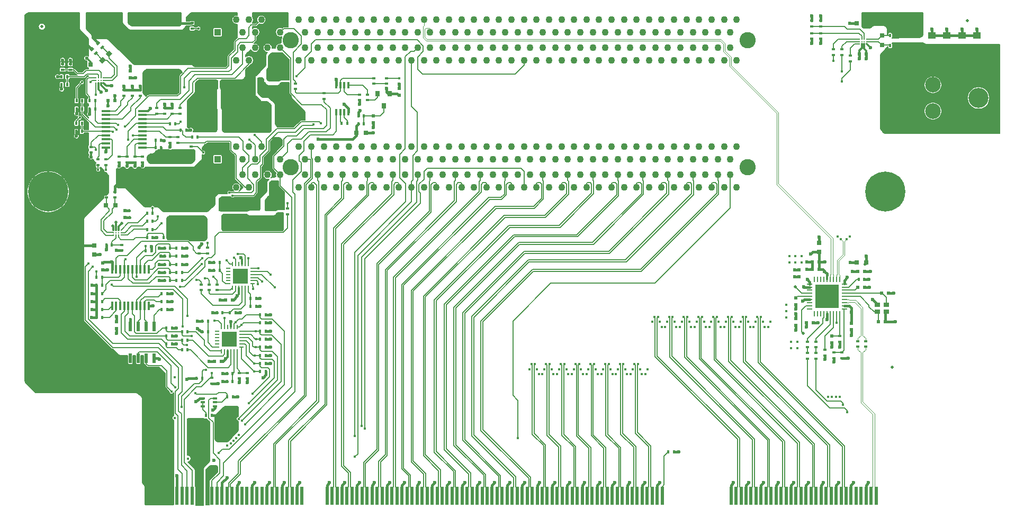
<source format=gbr>
G04 #@! TF.GenerationSoftware,KiCad,Pcbnew,(5.1.6)-1*
G04 #@! TF.CreationDate,2021-11-02T14:31:17+01:00*
G04 #@! TF.ProjectId,Riser Tioga Pass 2OU 2xPCIe x16,52697365-7220-4546-996f-676120506173,rev?*
G04 #@! TF.SameCoordinates,PX328b740PY3211620*
G04 #@! TF.FileFunction,Copper,L1,Top*
G04 #@! TF.FilePolarity,Positive*
%FSLAX46Y46*%
G04 Gerber Fmt 4.6, Leading zero omitted, Abs format (unit mm)*
G04 Created by KiCad (PCBNEW (5.1.6)-1) date 2021-11-02 14:31:17*
%MOMM*%
%LPD*%
G01*
G04 APERTURE LIST*
G04 #@! TA.AperFunction,SMDPad,CuDef*
%ADD10R,0.400000X0.600000*%
G04 #@! TD*
G04 #@! TA.AperFunction,SMDPad,CuDef*
%ADD11R,0.600000X0.400000*%
G04 #@! TD*
G04 #@! TA.AperFunction,SMDPad,CuDef*
%ADD12R,0.500000X0.600000*%
G04 #@! TD*
G04 #@! TA.AperFunction,SMDPad,CuDef*
%ADD13R,0.600000X0.500000*%
G04 #@! TD*
G04 #@! TA.AperFunction,SMDPad,CuDef*
%ADD14R,0.800000X0.750000*%
G04 #@! TD*
G04 #@! TA.AperFunction,SMDPad,CuDef*
%ADD15R,1.250000X1.000000*%
G04 #@! TD*
G04 #@! TA.AperFunction,SMDPad,CuDef*
%ADD16R,0.750000X0.800000*%
G04 #@! TD*
G04 #@! TA.AperFunction,SMDPad,CuDef*
%ADD17R,1.000000X1.250000*%
G04 #@! TD*
G04 #@! TA.AperFunction,SMDPad,CuDef*
%ADD18C,0.100000*%
G04 #@! TD*
G04 #@! TA.AperFunction,ComponentPad*
%ADD19C,6.400000*%
G04 #@! TD*
G04 #@! TA.AperFunction,ComponentPad*
%ADD20C,2.500000*%
G04 #@! TD*
G04 #@! TA.AperFunction,WasherPad*
%ADD21C,3.200000*%
G04 #@! TD*
G04 #@! TA.AperFunction,SMDPad,CuDef*
%ADD22R,0.650000X0.400000*%
G04 #@! TD*
G04 #@! TA.AperFunction,SMDPad,CuDef*
%ADD23R,0.900000X1.700000*%
G04 #@! TD*
G04 #@! TA.AperFunction,SMDPad,CuDef*
%ADD24R,1.700000X0.900000*%
G04 #@! TD*
G04 #@! TA.AperFunction,SMDPad,CuDef*
%ADD25R,0.800000X0.900000*%
G04 #@! TD*
G04 #@! TA.AperFunction,SMDPad,CuDef*
%ADD26R,0.490000X1.524000*%
G04 #@! TD*
G04 #@! TA.AperFunction,SMDPad,CuDef*
%ADD27R,3.700000X3.700000*%
G04 #@! TD*
G04 #@! TA.AperFunction,SMDPad,CuDef*
%ADD28R,0.900000X0.280000*%
G04 #@! TD*
G04 #@! TA.AperFunction,SMDPad,CuDef*
%ADD29R,0.280000X0.900000*%
G04 #@! TD*
G04 #@! TA.AperFunction,SMDPad,CuDef*
%ADD30R,0.900000X0.800000*%
G04 #@! TD*
G04 #@! TA.AperFunction,SMDPad,CuDef*
%ADD31R,0.550000X3.000000*%
G04 #@! TD*
G04 #@! TA.AperFunction,SMDPad,CuDef*
%ADD32C,0.500000*%
G04 #@! TD*
G04 #@! TA.AperFunction,SMDPad,CuDef*
%ADD33R,1.450000X0.450000*%
G04 #@! TD*
G04 #@! TA.AperFunction,SMDPad,CuDef*
%ADD34R,0.450000X1.450000*%
G04 #@! TD*
G04 #@! TA.AperFunction,SMDPad,CuDef*
%ADD35R,2.800000X1.600000*%
G04 #@! TD*
G04 #@! TA.AperFunction,SMDPad,CuDef*
%ADD36R,1.600000X2.800000*%
G04 #@! TD*
G04 #@! TA.AperFunction,SMDPad,CuDef*
%ADD37R,0.400000X1.100000*%
G04 #@! TD*
G04 #@! TA.AperFunction,WasherPad*
%ADD38C,2.600000*%
G04 #@! TD*
G04 #@! TA.AperFunction,ComponentPad*
%ADD39R,1.100000X1.100000*%
G04 #@! TD*
G04 #@! TA.AperFunction,ComponentPad*
%ADD40C,1.100000*%
G04 #@! TD*
G04 #@! TA.AperFunction,SMDPad,CuDef*
%ADD41C,0.230000*%
G04 #@! TD*
G04 #@! TA.AperFunction,SMDPad,CuDef*
%ADD42R,0.700000X0.280000*%
G04 #@! TD*
G04 #@! TA.AperFunction,SMDPad,CuDef*
%ADD43R,0.280000X0.700000*%
G04 #@! TD*
G04 #@! TA.AperFunction,SMDPad,CuDef*
%ADD44R,2.450000X2.450000*%
G04 #@! TD*
G04 #@! TA.AperFunction,ViaPad*
%ADD45C,0.400000*%
G04 #@! TD*
G04 #@! TA.AperFunction,ViaPad*
%ADD46C,0.600000*%
G04 #@! TD*
G04 #@! TA.AperFunction,ViaPad*
%ADD47C,0.500000*%
G04 #@! TD*
G04 #@! TA.AperFunction,Conductor*
%ADD48C,0.400000*%
G04 #@! TD*
G04 #@! TA.AperFunction,Conductor*
%ADD49C,0.300000*%
G04 #@! TD*
G04 #@! TA.AperFunction,Conductor*
%ADD50C,0.127000*%
G04 #@! TD*
G04 #@! TA.AperFunction,Conductor*
%ADD51C,0.200000*%
G04 #@! TD*
G04 #@! TA.AperFunction,Conductor*
%ADD52C,0.121920*%
G04 #@! TD*
G04 APERTURE END LIST*
D10*
X22400000Y-51700000D03*
X23300000Y-51700000D03*
X27150000Y-62200000D03*
X26250000Y-62200000D03*
D11*
X127950000Y-52125000D03*
X127950000Y-53025000D03*
D10*
X34900000Y-55200000D03*
X35800000Y-55200000D03*
D12*
X57100000Y-9900000D03*
X57100000Y-11000000D03*
D13*
X11700000Y-11850000D03*
X10600000Y-11850000D03*
D12*
X9750000Y-37800000D03*
X9750000Y-38900000D03*
X11900000Y-47200000D03*
X11900000Y-48300000D03*
D13*
X124300000Y-37650000D03*
X123200000Y-37650000D03*
D12*
X126300000Y-50600000D03*
X126300000Y-49500000D03*
D13*
X123200000Y-38850000D03*
X124300000Y-38850000D03*
D14*
X131800000Y-37750000D03*
X130300000Y-37750000D03*
D13*
X130500000Y-39200000D03*
X131600000Y-39200000D03*
D12*
X129450000Y-47425000D03*
X129450000Y-48525000D03*
D13*
X122250000Y-47350000D03*
X123350000Y-47350000D03*
D12*
X120550000Y-47775000D03*
X120550000Y-46675000D03*
X121100000Y-40025000D03*
X121100000Y-38925000D03*
X120550000Y-44500000D03*
X120550000Y-43400000D03*
D13*
X130500000Y-41725000D03*
X131600000Y-41725000D03*
X135400000Y-42675000D03*
X134300000Y-42675000D03*
X133800000Y-47250000D03*
X134900000Y-47250000D03*
D15*
X36500000Y-30800000D03*
X36500000Y-28800000D03*
D16*
X18400000Y-21450000D03*
X18400000Y-22950000D03*
D15*
X33850000Y-28800000D03*
X33850000Y-30800000D03*
D12*
X38100000Y-30100000D03*
X38100000Y-29000000D03*
D14*
X11750000Y-28600000D03*
X10250000Y-28600000D03*
D16*
X20000000Y-22950000D03*
X20000000Y-21450000D03*
D12*
X29850000Y-29250000D03*
X29850000Y-30350000D03*
D16*
X21600000Y-22950000D03*
X21600000Y-21450000D03*
D12*
X32250000Y-30350000D03*
X32250000Y-29250000D03*
X13300000Y-30550000D03*
X13300000Y-29450000D03*
D16*
X23200000Y-22950000D03*
X23200000Y-21450000D03*
D12*
X31050000Y-29250000D03*
X31050000Y-30350000D03*
D16*
X8350000Y-36500000D03*
X8350000Y-35000000D03*
D15*
X37250000Y-8000000D03*
X37250000Y-10000000D03*
D16*
X15600000Y-1000000D03*
X15600000Y500000D03*
D17*
X27350000Y-11250000D03*
X29350000Y-11250000D03*
D12*
X38900000Y-9300000D03*
X38900000Y-8200000D03*
G04 #@! TA.AperFunction,SMDPad,CuDef*
D18*
G36*
X10712652Y-4867678D02*
G01*
X10182322Y-4337348D01*
X10748008Y-3771662D01*
X11278338Y-4301992D01*
X10712652Y-4867678D01*
G37*
G04 #@! TD.AperFunction*
G04 #@! TA.AperFunction,SMDPad,CuDef*
G36*
X9651992Y-5928338D02*
G01*
X9121662Y-5398008D01*
X9687348Y-4832322D01*
X10217678Y-5362652D01*
X9651992Y-5928338D01*
G37*
G04 #@! TD.AperFunction*
D16*
X17800000Y500000D03*
X17800000Y-1000000D03*
D13*
X28850000Y-9550000D03*
X27750000Y-9550000D03*
D16*
X19600000Y-1000000D03*
X19600000Y500000D03*
D13*
X34900000Y-9000000D03*
X33800000Y-9000000D03*
D12*
X14150000Y-7050000D03*
X14150000Y-8150000D03*
D16*
X21400000Y500000D03*
X21400000Y-1000000D03*
D13*
X33800000Y-10200000D03*
X34900000Y-10200000D03*
D14*
X6250000Y-6050000D03*
X7750000Y-6050000D03*
D13*
X29400000Y-43700000D03*
X30500000Y-43700000D03*
X28650000Y-53600000D03*
X27550000Y-53600000D03*
D15*
X142350000Y-3450000D03*
X142350000Y-1450000D03*
X144700000Y-1450000D03*
X144700000Y-3450000D03*
X147100000Y-3450000D03*
X147100000Y-1450000D03*
X149550000Y-1450000D03*
X149550000Y-3450000D03*
D16*
X134350000Y-1450000D03*
X134350000Y-2950000D03*
D13*
X130750000Y-4350000D03*
X131850000Y-4350000D03*
D14*
X131750000Y500000D03*
X130250000Y500000D03*
D12*
X53000000Y-15350000D03*
X53000000Y-14250000D03*
D16*
X124300000Y-36065300D03*
X124300000Y-34565300D03*
D19*
X999903Y-26410000D03*
X134900000Y-26410000D03*
D20*
X142471000Y-9319000D03*
X142471000Y-13519000D03*
X136971000Y-9319000D03*
X136971000Y-13519000D03*
D21*
X149771000Y-11419000D03*
D22*
X25750000Y-60750000D03*
X25750000Y-59450000D03*
X27650000Y-60100000D03*
X25750000Y-60100000D03*
X27650000Y-59450000D03*
X27650000Y-60750000D03*
D11*
X27200000Y-57100000D03*
X27200000Y-56200000D03*
D10*
X25600000Y-56250000D03*
X24700000Y-56250000D03*
X101050000Y-68050000D03*
X100150000Y-68050000D03*
D23*
X28875000Y-64200000D03*
X25975000Y-64200000D03*
D10*
X47950000Y-15450000D03*
X48850000Y-15450000D03*
X50600000Y-15550000D03*
X51500000Y-15550000D03*
X51500000Y-14250000D03*
X50600000Y-14250000D03*
D11*
X52050000Y-11750000D03*
X52050000Y-10850000D03*
X50750000Y-11750000D03*
X50750000Y-10850000D03*
X45150000Y-10650000D03*
X45150000Y-11550000D03*
X40550000Y-9100000D03*
X40550000Y-10000000D03*
D10*
X19600000Y-40650000D03*
X20500000Y-40650000D03*
X19600000Y-39350000D03*
X20500000Y-39350000D03*
D11*
X25150000Y-36250000D03*
X25150000Y-35350000D03*
D10*
X9600000Y-41400000D03*
X8700000Y-41400000D03*
X8700000Y-44000000D03*
X9600000Y-44000000D03*
X8700000Y-46500000D03*
X9600000Y-46500000D03*
X19900000Y-48200000D03*
X20800000Y-48200000D03*
X20800000Y-49500000D03*
X19900000Y-49500000D03*
X23100000Y-16550000D03*
X22200000Y-16550000D03*
D11*
X20500000Y-17700000D03*
X20500000Y-18600000D03*
X19600000Y-13950000D03*
X19600000Y-13050000D03*
X20850000Y-13050000D03*
X20850000Y-13950000D03*
X15725000Y-10150000D03*
X15725000Y-11050000D03*
X14425000Y-11050000D03*
X14425000Y-10150000D03*
D10*
X5500000Y-16750000D03*
X6400000Y-16750000D03*
X5550000Y-13150000D03*
X6450000Y-13150000D03*
D11*
X9000000Y-22150000D03*
X9000000Y-21250000D03*
X10250000Y-21250000D03*
X10250000Y-22150000D03*
D10*
X19150000Y-45300000D03*
X20050000Y-45300000D03*
X20050000Y-44000000D03*
X19150000Y-44000000D03*
X19150000Y-42700000D03*
X20050000Y-42700000D03*
D11*
X7850000Y-19250000D03*
X7850000Y-20150000D03*
D10*
X30550000Y-59250000D03*
X29650000Y-59250000D03*
D11*
X13125000Y-11050000D03*
X13125000Y-10150000D03*
D10*
X8700000Y-45250000D03*
X9600000Y-45250000D03*
X16600000Y-35850000D03*
X17500000Y-35850000D03*
X9600000Y-42700000D03*
X8700000Y-42700000D03*
X8500000Y-13150000D03*
X7600000Y-13150000D03*
X20800000Y-50800000D03*
X19900000Y-50800000D03*
X19050000Y-18150000D03*
X18150000Y-18150000D03*
X18150000Y-19400000D03*
X19050000Y-19400000D03*
X22400000Y-38050000D03*
X21500000Y-38050000D03*
X19600000Y-38050000D03*
X20500000Y-38050000D03*
D11*
X14850000Y-21700000D03*
X14850000Y-20800000D03*
X16100000Y-21700000D03*
X16100000Y-20800000D03*
D10*
X22400000Y-36750000D03*
X21500000Y-36750000D03*
X19600000Y-36750000D03*
X20500000Y-36750000D03*
D11*
X13600000Y-21700000D03*
X13600000Y-20800000D03*
X12350000Y-21700000D03*
X12350000Y-20800000D03*
D10*
X21500000Y-35450000D03*
X22400000Y-35450000D03*
X19600000Y-35450000D03*
X20500000Y-35450000D03*
D11*
X126650000Y-53025000D03*
X126650000Y-52125000D03*
X127550000Y-49500000D03*
X127550000Y-50400000D03*
X125175000Y-52600000D03*
X125175000Y-51700000D03*
D10*
X131500000Y-40475000D03*
X130600000Y-40475000D03*
D11*
X123750000Y-53150000D03*
X123750000Y-52250000D03*
X122450000Y-52250000D03*
X122450000Y-53150000D03*
X131700000Y-50325000D03*
X131700000Y-51225000D03*
X130500000Y-51225000D03*
X130500000Y-50325000D03*
X122450000Y-51300000D03*
X122450000Y-50400000D03*
X123750000Y-50400000D03*
X123750000Y-51300000D03*
X55100000Y-8250000D03*
X55100000Y-9150000D03*
D10*
X24000000Y-17650000D03*
X24900000Y-17650000D03*
D11*
X21750000Y-17700000D03*
X21750000Y-18600000D03*
X39300000Y-29100000D03*
X39300000Y-30000000D03*
D10*
X35800000Y-53900000D03*
X34900000Y-53900000D03*
X34900000Y-52600000D03*
X35800000Y-52600000D03*
X35800000Y-51300000D03*
X34900000Y-51300000D03*
D11*
X23850000Y-19225000D03*
X23850000Y-20125000D03*
D10*
X22400000Y-40650000D03*
X21500000Y-40650000D03*
X22400000Y-39350000D03*
X21500000Y-39350000D03*
D23*
X9550000Y-24750000D03*
X12450000Y-24750000D03*
D11*
X10350000Y-26450000D03*
X10350000Y-27350000D03*
X11650000Y-26450000D03*
X11650000Y-27350000D03*
D10*
X17700000Y-31150000D03*
X16800000Y-31150000D03*
X16800000Y-29850000D03*
X17700000Y-29850000D03*
X16800000Y-32450000D03*
X17700000Y-32450000D03*
D11*
X12800000Y-35800000D03*
X12800000Y-34900000D03*
D10*
X10300000Y-34900000D03*
X11200000Y-34900000D03*
X17700000Y-33750000D03*
X16800000Y-33750000D03*
X20400000Y-33750000D03*
X19500000Y-33750000D03*
D11*
X18350000Y-13050000D03*
X18350000Y-13950000D03*
X22100000Y-13950000D03*
X22100000Y-13050000D03*
D10*
X21350000Y-15550000D03*
X20450000Y-15550000D03*
X35800000Y-50000000D03*
X34900000Y-50000000D03*
X35800000Y-48700000D03*
X34900000Y-48700000D03*
X35800000Y-47400000D03*
X34900000Y-47400000D03*
X34900000Y-46100000D03*
X35800000Y-46100000D03*
D11*
X24000000Y-300000D03*
X24000000Y600000D03*
X26450000Y-36250000D03*
X26450000Y-35350000D03*
D10*
X8700000Y-40100000D03*
X9600000Y-40100000D03*
G04 #@! TA.AperFunction,SMDPad,CuDef*
D18*
G36*
X6307538Y-3644544D02*
G01*
X5105456Y-2442462D01*
X5741852Y-1806066D01*
X6943934Y-3008148D01*
X6307538Y-3644544D01*
G37*
G04 #@! TD.AperFunction*
G04 #@! TA.AperFunction,SMDPad,CuDef*
G36*
X8358148Y-1593934D02*
G01*
X7156066Y-391852D01*
X7792462Y244544D01*
X8994544Y-957538D01*
X8358148Y-1593934D01*
G37*
G04 #@! TD.AperFunction*
G04 #@! TA.AperFunction,SMDPad,CuDef*
G36*
X8335355Y-3511091D02*
G01*
X7911091Y-3935355D01*
X7628249Y-3652513D01*
X8052513Y-3228249D01*
X8335355Y-3511091D01*
G37*
G04 #@! TD.AperFunction*
G04 #@! TA.AperFunction,SMDPad,CuDef*
G36*
X8971751Y-4147487D02*
G01*
X8547487Y-4571751D01*
X8264645Y-4288909D01*
X8688909Y-3864645D01*
X8971751Y-4147487D01*
G37*
G04 #@! TD.AperFunction*
G04 #@! TA.AperFunction,SMDPad,CuDef*
G36*
X9335355Y-2561091D02*
G01*
X8911091Y-2985355D01*
X8628249Y-2702513D01*
X9052513Y-2278249D01*
X9335355Y-2561091D01*
G37*
G04 #@! TD.AperFunction*
G04 #@! TA.AperFunction,SMDPad,CuDef*
G36*
X9971751Y-3197487D02*
G01*
X9547487Y-3621751D01*
X9264645Y-3338909D01*
X9688909Y-2914645D01*
X9971751Y-3197487D01*
G37*
G04 #@! TD.AperFunction*
D10*
X5550000Y-11850000D03*
X6450000Y-11850000D03*
X5500000Y-15450000D03*
X6400000Y-15450000D03*
X8500000Y-11850000D03*
X7600000Y-11850000D03*
D11*
X3300000Y-6000000D03*
X3300000Y-6900000D03*
X4550000Y-6000000D03*
X4550000Y-6900000D03*
D10*
X3150000Y-9250000D03*
X4050000Y-9250000D03*
X3150000Y-8000000D03*
X4050000Y-8000000D03*
D11*
X28050000Y-42150000D03*
X28050000Y-41250000D03*
X26750000Y-42150000D03*
X26750000Y-41250000D03*
X25450000Y-41250000D03*
X25450000Y-42150000D03*
D10*
X22400000Y-48850000D03*
X23300000Y-48850000D03*
X23300000Y-50150000D03*
X22400000Y-50150000D03*
X28400000Y-39000000D03*
X27500000Y-39000000D03*
X28400000Y-37750000D03*
X27500000Y-37750000D03*
X25650000Y-47100000D03*
X26550000Y-47100000D03*
X26550000Y-48850000D03*
X25650000Y-48850000D03*
X30050000Y-45800000D03*
X30950000Y-45800000D03*
X28900000Y-45800000D03*
X28000000Y-45800000D03*
X30500000Y-55500000D03*
X29600000Y-55500000D03*
X30500000Y-56750000D03*
X29600000Y-56750000D03*
X34250000Y-44750000D03*
X33350000Y-44750000D03*
X34250000Y-43500000D03*
X33350000Y-43500000D03*
D11*
X32850000Y-55400000D03*
X32850000Y-56300000D03*
X31600000Y-55400000D03*
X31600000Y-56300000D03*
D24*
X138450000Y-3650000D03*
X138450000Y-750000D03*
D10*
X135650000Y-1400000D03*
X136550000Y-1400000D03*
X135650000Y-3050000D03*
X136550000Y-3050000D03*
D11*
X127950000Y-4550000D03*
X127950000Y-3650000D03*
X129300000Y-4650000D03*
X129300000Y-5550000D03*
X126600000Y-4550000D03*
X126600000Y-3650000D03*
X123100000Y950000D03*
X123100000Y50000D03*
X124500000Y50000D03*
X124500000Y950000D03*
X123100000Y-1950000D03*
X123100000Y-1050000D03*
X124500000Y-1950000D03*
X124500000Y-1050000D03*
D25*
X54650000Y-12700000D03*
X53700000Y-10700000D03*
X55600000Y-10700000D03*
D26*
X14150000Y-53085000D03*
X15420000Y-53085000D03*
X16690000Y-53085000D03*
X17960000Y-53085000D03*
X17960000Y-48005000D03*
X16690000Y-48005000D03*
X15420000Y-48005000D03*
X14150000Y-48005000D03*
D27*
X125550000Y-43175000D03*
D28*
X128325000Y-41175000D03*
X128325000Y-41675000D03*
X128325000Y-42175000D03*
X128325000Y-42675000D03*
X128325000Y-43175000D03*
X128325000Y-43675000D03*
X128325000Y-44175000D03*
X128325000Y-44675000D03*
X128325000Y-45175000D03*
D29*
X127550000Y-45950000D03*
X127050000Y-45950000D03*
X126550000Y-45950000D03*
X126050000Y-45950000D03*
X125550000Y-45950000D03*
X125050000Y-45950000D03*
X124550000Y-45950000D03*
X124050000Y-45950000D03*
X123550000Y-45950000D03*
D28*
X122775000Y-45175000D03*
X122775000Y-44675000D03*
X122775000Y-44175000D03*
X122775000Y-43675000D03*
X122775000Y-43175000D03*
X122775000Y-42675000D03*
X122775000Y-42175000D03*
X122775000Y-41675000D03*
X122775000Y-41175000D03*
D29*
X123550000Y-40400000D03*
X124050000Y-40400000D03*
X124550000Y-40400000D03*
X125050000Y-40400000D03*
X125550000Y-40400000D03*
X126050000Y-40400000D03*
X126550000Y-40400000D03*
X127050000Y-40400000D03*
X127550000Y-40400000D03*
D30*
X135025000Y-45625000D03*
X133625000Y-45625000D03*
X133625000Y-44525000D03*
X135025000Y-44525000D03*
D31*
X16795000Y-75080000D03*
X17595000Y-75080000D03*
X18395000Y-75080000D03*
X19195000Y-75080000D03*
X19995000Y-75080000D03*
X20795000Y-75080000D03*
X21595000Y-75080000D03*
X22395000Y-75080000D03*
X23195000Y-75080000D03*
X23995000Y-75080000D03*
X24795000Y-75080000D03*
X25595000Y-75080000D03*
X26395000Y-75080000D03*
X27195000Y-75080000D03*
X27995000Y-75080000D03*
X28795000Y-75080000D03*
X29595000Y-75080000D03*
X30395000Y-75080000D03*
X31195000Y-75080000D03*
X31995000Y-75080000D03*
X32795000Y-75080000D03*
X33595000Y-75080000D03*
X34395000Y-75080000D03*
X35195000Y-75080000D03*
X35995000Y-75080000D03*
X36795000Y-75080000D03*
X37595000Y-75080000D03*
X38395000Y-75080000D03*
X39195000Y-75080000D03*
X39995000Y-75080000D03*
X40795000Y-75080000D03*
X41595000Y-75080000D03*
X45595000Y-75080000D03*
X46395000Y-75080000D03*
X47195000Y-75080000D03*
X47995000Y-75080000D03*
X48795000Y-75080000D03*
X49595000Y-75080000D03*
X50395000Y-75080000D03*
X51195000Y-75080000D03*
X51995000Y-75080000D03*
X52795000Y-75080000D03*
X53595000Y-75080000D03*
X54395000Y-75080000D03*
X55195000Y-75080000D03*
X55995000Y-75080000D03*
X56795000Y-75080000D03*
X57595000Y-75080000D03*
X58395000Y-75080000D03*
X59195000Y-75080000D03*
X59995000Y-75080000D03*
X60795000Y-75080000D03*
X61595000Y-75080000D03*
X62395000Y-75080000D03*
X63195000Y-75080000D03*
X63995000Y-75080000D03*
X64795000Y-75080000D03*
X65595000Y-75080000D03*
X66395000Y-75080000D03*
X67195000Y-75080000D03*
X67995000Y-75080000D03*
X68795000Y-75080000D03*
X69595000Y-75080000D03*
X70395000Y-75080000D03*
X71195000Y-75080000D03*
X71995000Y-75080000D03*
X72795000Y-75080000D03*
X73595000Y-75080000D03*
X74395000Y-75080000D03*
X75195000Y-75080000D03*
X75995000Y-75080000D03*
X76795000Y-75080000D03*
X77595000Y-75080000D03*
X78395000Y-75080000D03*
X79195000Y-75080000D03*
X79995000Y-75080000D03*
X80795000Y-75080000D03*
X81595000Y-75080000D03*
X82395000Y-75080000D03*
X83195000Y-75080000D03*
X83995000Y-75080000D03*
X84795000Y-75080000D03*
X85595000Y-75080000D03*
X86395000Y-75080000D03*
X87195000Y-75080000D03*
X87995000Y-75080000D03*
X88795000Y-75080000D03*
X89595000Y-75080000D03*
X90395000Y-75080000D03*
X91195000Y-75080000D03*
X91995000Y-75080000D03*
X92795000Y-75080000D03*
X93595000Y-75080000D03*
X94395000Y-75080000D03*
X95195000Y-75080000D03*
X95995000Y-75080000D03*
X96795000Y-75080000D03*
X97595000Y-75080000D03*
X98395000Y-75080000D03*
X99195000Y-75080000D03*
X132595000Y-75080000D03*
X133395000Y-75080000D03*
X112595000Y-75080000D03*
X110195000Y-75080000D03*
X111795000Y-75080000D03*
X110995000Y-75080000D03*
X126195000Y-75080000D03*
X127795000Y-75080000D03*
X126995000Y-75080000D03*
X128595000Y-75080000D03*
X129395000Y-75080000D03*
X131795000Y-75080000D03*
X130995000Y-75080000D03*
X130195000Y-75080000D03*
X115795000Y-75080000D03*
X114195000Y-75080000D03*
X114995000Y-75080000D03*
X113395000Y-75080000D03*
X116595000Y-75080000D03*
X118995000Y-75080000D03*
X117395000Y-75080000D03*
X118195000Y-75080000D03*
X123795000Y-75080000D03*
X122995000Y-75080000D03*
X125395000Y-75080000D03*
X124595000Y-75080000D03*
X121395000Y-75080000D03*
X119795000Y-75080000D03*
X122195000Y-75080000D03*
X120595000Y-75080000D03*
D32*
X0Y0D03*
X148000000Y1000000D03*
X136000000Y-54500000D03*
D33*
X10200000Y-19325000D03*
X10200000Y-18675000D03*
X10200000Y-18025000D03*
X10200000Y-17375000D03*
X10200000Y-16725000D03*
X10200000Y-16075000D03*
X10200000Y-15425000D03*
X10200000Y-14775000D03*
X10200000Y-14125000D03*
X10200000Y-13475000D03*
X16100000Y-13475000D03*
X16100000Y-14125000D03*
X16100000Y-14775000D03*
X16100000Y-15425000D03*
X16100000Y-16075000D03*
X16100000Y-16725000D03*
X16100000Y-17375000D03*
X16100000Y-18025000D03*
X16100000Y-18675000D03*
X16100000Y-19325000D03*
D34*
X17075000Y-44700000D03*
X16425000Y-44700000D03*
X15775000Y-44700000D03*
X15125000Y-44700000D03*
X14475000Y-44700000D03*
X13825000Y-44700000D03*
X13175000Y-44700000D03*
X12525000Y-44700000D03*
X11875000Y-44700000D03*
X11225000Y-44700000D03*
X11225000Y-38800000D03*
X11875000Y-38800000D03*
X12525000Y-38800000D03*
X13175000Y-38800000D03*
X13825000Y-38800000D03*
X14475000Y-38800000D03*
X15125000Y-38800000D03*
X15775000Y-38800000D03*
X16425000Y-38800000D03*
X17075000Y-38800000D03*
D32*
X120500000Y-41650000D03*
X121700000Y-49050000D03*
D35*
X34950000Y-14400000D03*
X38750000Y-14400000D03*
X26550000Y-15250000D03*
X30350000Y-15250000D03*
D36*
X22850000Y-28000000D03*
X22850000Y-31800000D03*
X19750000Y-8400000D03*
X19750000Y-4600000D03*
D37*
X47075000Y-13700000D03*
X47725000Y-13700000D03*
X48375000Y-13700000D03*
X49025000Y-13700000D03*
X49025000Y-9400000D03*
X48375000Y-9400000D03*
X47725000Y-9400000D03*
X47075000Y-9400000D03*
D14*
X50300000Y-16950000D03*
X51800000Y-16950000D03*
D11*
X53100000Y-8250000D03*
X53100000Y-9150000D03*
D38*
X39740000Y-2141000D03*
X112890000Y-2141000D03*
D39*
X28090000Y-891000D03*
D40*
X29090000Y1109000D03*
X30090000Y-891000D03*
X31090000Y1109000D03*
X32090000Y-891000D03*
X33090000Y1109000D03*
X34090000Y-891000D03*
X35090000Y1109000D03*
X36090000Y-891000D03*
X37090000Y1109000D03*
X38090000Y-891000D03*
X41090000Y1109000D03*
X42090000Y-891000D03*
X43090000Y1109000D03*
X44090000Y-891000D03*
X45090000Y1109000D03*
X46090000Y-891000D03*
X47090000Y1109000D03*
X48090000Y-891000D03*
X49090000Y1109000D03*
X50090000Y-891000D03*
X51090000Y1109000D03*
X52090000Y-891000D03*
X53090000Y1109000D03*
X54090000Y-891000D03*
X55090000Y1109000D03*
X56090000Y-891000D03*
X57090000Y1109000D03*
X58090000Y-891000D03*
X59090000Y1109000D03*
X60090000Y-891000D03*
X61090000Y1109000D03*
X62090000Y-891000D03*
X63090000Y1109000D03*
X64090000Y-891000D03*
X65090000Y1109000D03*
X66090000Y-891000D03*
X67090000Y1109000D03*
X68090000Y-891000D03*
X69090000Y1109000D03*
X70090000Y-891000D03*
X71090000Y1109000D03*
X72090000Y-891000D03*
X73090000Y1109000D03*
X74090000Y-891000D03*
X75090000Y1109000D03*
X76090000Y-891000D03*
X77090000Y1109000D03*
X78090000Y-891000D03*
X79090000Y1109000D03*
X80090000Y-891000D03*
X81090000Y1109000D03*
X82090000Y-891000D03*
X83090000Y1109000D03*
X84090000Y-891000D03*
X85090000Y1109000D03*
X86090000Y-891000D03*
X87090000Y1109000D03*
X88090000Y-891000D03*
X89090000Y1109000D03*
X90090000Y-891000D03*
X91090000Y1109000D03*
X92090000Y-891000D03*
X93090000Y1109000D03*
X94090000Y-891000D03*
X95090000Y1109000D03*
X96090000Y-891000D03*
X97090000Y1109000D03*
X98090000Y-891000D03*
X99090000Y1109000D03*
X100090000Y-891000D03*
X101090000Y1109000D03*
X102090000Y-891000D03*
X103090000Y1109000D03*
X104090000Y-891000D03*
X105090000Y1109000D03*
X106090000Y-891000D03*
X107090000Y1109000D03*
X108090000Y-891000D03*
X109090000Y1109000D03*
X110090000Y-891000D03*
X28090000Y-3391000D03*
X29090000Y-5391000D03*
X30090000Y-3391000D03*
X31090000Y-5391000D03*
X32090000Y-3391000D03*
X33090000Y-5391000D03*
X34090000Y-3391000D03*
X35090000Y-5391000D03*
X36090000Y-3391000D03*
X37090000Y-5391000D03*
X38090000Y-3391000D03*
X41090000Y-5391000D03*
X42090000Y-3391000D03*
X43090000Y-5391000D03*
X44090000Y-3391000D03*
X45090000Y-5391000D03*
X46090000Y-3391000D03*
X47090000Y-5391000D03*
X48090000Y-3391000D03*
X49090000Y-5391000D03*
X50090000Y-3391000D03*
X51090000Y-5391000D03*
X52090000Y-3391000D03*
X53090000Y-5391000D03*
X54090000Y-3391000D03*
X55090000Y-5391000D03*
X56090000Y-3391000D03*
X57090000Y-5391000D03*
X58090000Y-3391000D03*
X59090000Y-5391000D03*
X60090000Y-3391000D03*
X62090000Y-3391000D03*
X63090000Y-5391000D03*
X64090000Y-3391000D03*
X65090000Y-5391000D03*
X66090000Y-3391000D03*
X67090000Y-5391000D03*
X68090000Y-3391000D03*
X69090000Y-5391000D03*
X70090000Y-3391000D03*
X71090000Y-5391000D03*
X72090000Y-3391000D03*
X73090000Y-5391000D03*
X74090000Y-3391000D03*
X75090000Y-5391000D03*
X76090000Y-3391000D03*
X77090000Y-5391000D03*
X78090000Y-3391000D03*
X79090000Y-5391000D03*
X80090000Y-3391000D03*
X81090000Y-5391000D03*
X82090000Y-3391000D03*
X83090000Y-5391000D03*
X84090000Y-3391000D03*
X85090000Y-5391000D03*
X86090000Y-3391000D03*
X87090000Y-5391000D03*
X88090000Y-3391000D03*
X89090000Y-5391000D03*
X90090000Y-3391000D03*
X91090000Y-5391000D03*
X92090000Y-3391000D03*
X93090000Y-5391000D03*
X94090000Y-3391000D03*
X95090000Y-5391000D03*
X96090000Y-3391000D03*
X97090000Y-5391000D03*
X98090000Y-3391000D03*
X99090000Y-5391000D03*
X100090000Y-3391000D03*
X101090000Y-5391000D03*
X102090000Y-3391000D03*
X103090000Y-5391000D03*
X104090000Y-3391000D03*
X105090000Y-5391000D03*
X106090000Y-3391000D03*
X107090000Y-5391000D03*
X108090000Y-3391000D03*
X109090000Y-5391000D03*
X110090000Y-3391000D03*
X61090000Y-5391000D03*
X111090000Y1109000D03*
X111090000Y-5391000D03*
D38*
X39740000Y-22461000D03*
X112890000Y-22461000D03*
D39*
X28090000Y-21211000D03*
D40*
X29090000Y-19211000D03*
X30090000Y-21211000D03*
X31090000Y-19211000D03*
X32090000Y-21211000D03*
X33090000Y-19211000D03*
X34090000Y-21211000D03*
X35090000Y-19211000D03*
X36090000Y-21211000D03*
X37090000Y-19211000D03*
X38090000Y-21211000D03*
X41090000Y-19211000D03*
X42090000Y-21211000D03*
X43090000Y-19211000D03*
X44090000Y-21211000D03*
X45090000Y-19211000D03*
X46090000Y-21211000D03*
X47090000Y-19211000D03*
X48090000Y-21211000D03*
X49090000Y-19211000D03*
X50090000Y-21211000D03*
X51090000Y-19211000D03*
X52090000Y-21211000D03*
X53090000Y-19211000D03*
X54090000Y-21211000D03*
X55090000Y-19211000D03*
X56090000Y-21211000D03*
X57090000Y-19211000D03*
X58090000Y-21211000D03*
X59090000Y-19211000D03*
X60090000Y-21211000D03*
X61090000Y-19211000D03*
X62090000Y-21211000D03*
X63090000Y-19211000D03*
X64090000Y-21211000D03*
X65090000Y-19211000D03*
X66090000Y-21211000D03*
X67090000Y-19211000D03*
X68090000Y-21211000D03*
X69090000Y-19211000D03*
X70090000Y-21211000D03*
X71090000Y-19211000D03*
X72090000Y-21211000D03*
X73090000Y-19211000D03*
X74090000Y-21211000D03*
X75090000Y-19211000D03*
X76090000Y-21211000D03*
X77090000Y-19211000D03*
X78090000Y-21211000D03*
X79090000Y-19211000D03*
X80090000Y-21211000D03*
X81090000Y-19211000D03*
X82090000Y-21211000D03*
X83090000Y-19211000D03*
X84090000Y-21211000D03*
X85090000Y-19211000D03*
X86090000Y-21211000D03*
X87090000Y-19211000D03*
X88090000Y-21211000D03*
X89090000Y-19211000D03*
X90090000Y-21211000D03*
X91090000Y-19211000D03*
X92090000Y-21211000D03*
X93090000Y-19211000D03*
X94090000Y-21211000D03*
X95090000Y-19211000D03*
X96090000Y-21211000D03*
X97090000Y-19211000D03*
X98090000Y-21211000D03*
X99090000Y-19211000D03*
X100090000Y-21211000D03*
X101090000Y-19211000D03*
X102090000Y-21211000D03*
X103090000Y-19211000D03*
X104090000Y-21211000D03*
X105090000Y-19211000D03*
X106090000Y-21211000D03*
X107090000Y-19211000D03*
X108090000Y-21211000D03*
X109090000Y-19211000D03*
X110090000Y-21211000D03*
X28090000Y-23711000D03*
X29090000Y-25711000D03*
X30090000Y-23711000D03*
X31090000Y-25711000D03*
X32090000Y-23711000D03*
X33090000Y-25711000D03*
X34090000Y-23711000D03*
X35090000Y-25711000D03*
X36090000Y-23711000D03*
X37090000Y-25711000D03*
X38090000Y-23711000D03*
X41090000Y-25711000D03*
X42090000Y-23711000D03*
X43090000Y-25711000D03*
X44090000Y-23711000D03*
X45090000Y-25711000D03*
X46090000Y-23711000D03*
X47090000Y-25711000D03*
X48090000Y-23711000D03*
X49090000Y-25711000D03*
X50090000Y-23711000D03*
X51090000Y-25711000D03*
X52090000Y-23711000D03*
X53090000Y-25711000D03*
X54090000Y-23711000D03*
X55090000Y-25711000D03*
X56090000Y-23711000D03*
X57090000Y-25711000D03*
X58090000Y-23711000D03*
X59090000Y-25711000D03*
X60090000Y-23711000D03*
X62090000Y-23711000D03*
X63090000Y-25711000D03*
X64090000Y-23711000D03*
X65090000Y-25711000D03*
X66090000Y-23711000D03*
X67090000Y-25711000D03*
X68090000Y-23711000D03*
X69090000Y-25711000D03*
X70090000Y-23711000D03*
X71090000Y-25711000D03*
X72090000Y-23711000D03*
X73090000Y-25711000D03*
X74090000Y-23711000D03*
X75090000Y-25711000D03*
X76090000Y-23711000D03*
X77090000Y-25711000D03*
X78090000Y-23711000D03*
X79090000Y-25711000D03*
X80090000Y-23711000D03*
X81090000Y-25711000D03*
X82090000Y-23711000D03*
X83090000Y-25711000D03*
X84090000Y-23711000D03*
X85090000Y-25711000D03*
X86090000Y-23711000D03*
X87090000Y-25711000D03*
X88090000Y-23711000D03*
X89090000Y-25711000D03*
X90090000Y-23711000D03*
X91090000Y-25711000D03*
X92090000Y-23711000D03*
X93090000Y-25711000D03*
X94090000Y-23711000D03*
X95090000Y-25711000D03*
X96090000Y-23711000D03*
X97090000Y-25711000D03*
X98090000Y-23711000D03*
X99090000Y-25711000D03*
X100090000Y-23711000D03*
X101090000Y-25711000D03*
X102090000Y-23711000D03*
X103090000Y-25711000D03*
X104090000Y-23711000D03*
X105090000Y-25711000D03*
X106090000Y-23711000D03*
X107090000Y-25711000D03*
X108090000Y-23711000D03*
X109090000Y-25711000D03*
X110090000Y-23711000D03*
X61090000Y-25711000D03*
X111090000Y-19211000D03*
X111090000Y-25711000D03*
D41*
X130700000Y-2800000D03*
X131100000Y-2800000D03*
X131500000Y-2800000D03*
X131900000Y-2800000D03*
X130700000Y-2400000D03*
X131100000Y-2400000D03*
X131500000Y-2400000D03*
X131900000Y-2400000D03*
X130700000Y-2000000D03*
X131100000Y-2000000D03*
X131500000Y-2000000D03*
X131900000Y-2000000D03*
X12650000Y-32550000D03*
X12250000Y-32550000D03*
X11850000Y-32550000D03*
X11450000Y-32550000D03*
X12650000Y-32950000D03*
X12250000Y-32950000D03*
X11850000Y-32950000D03*
X11450000Y-32950000D03*
X12650000Y-33350000D03*
X12250000Y-33350000D03*
X11850000Y-33350000D03*
X11450000Y-33350000D03*
X8650000Y-9000000D03*
X9050000Y-9000000D03*
X9450000Y-9000000D03*
X9850000Y-9000000D03*
X8650000Y-8600000D03*
X9050000Y-8600000D03*
X9450000Y-8600000D03*
X9850000Y-8600000D03*
X8650000Y-8200000D03*
X9050000Y-8200000D03*
X9450000Y-8200000D03*
X9850000Y-8200000D03*
D42*
X33680000Y-41150000D03*
X33680000Y-40650000D03*
X33680000Y-40150000D03*
X33680000Y-39650000D03*
X33680000Y-39150000D03*
X33680000Y-38650000D03*
D43*
X33000000Y-37970000D03*
X32500000Y-37970000D03*
X32000000Y-37970000D03*
X31500000Y-37970000D03*
X31000000Y-37970000D03*
X30500000Y-37970000D03*
D42*
X29820000Y-38650000D03*
X29820000Y-39150000D03*
X29820000Y-39650000D03*
X29820000Y-40150000D03*
X29820000Y-40650000D03*
X29820000Y-41150000D03*
D43*
X30500000Y-41830000D03*
X31000000Y-41830000D03*
X31500000Y-41830000D03*
X32000000Y-41830000D03*
X32500000Y-41830000D03*
X33000000Y-41830000D03*
D44*
X31750000Y-39900000D03*
X29950000Y-50000000D03*
D43*
X31200000Y-51930000D03*
X30700000Y-51930000D03*
X30200000Y-51930000D03*
X29700000Y-51930000D03*
X29200000Y-51930000D03*
X28700000Y-51930000D03*
D42*
X28020000Y-51250000D03*
X28020000Y-50750000D03*
X28020000Y-50250000D03*
X28020000Y-49750000D03*
X28020000Y-49250000D03*
X28020000Y-48750000D03*
D43*
X28700000Y-48070000D03*
X29200000Y-48070000D03*
X29700000Y-48070000D03*
X30200000Y-48070000D03*
X30700000Y-48070000D03*
X31200000Y-48070000D03*
D42*
X31880000Y-48750000D03*
X31880000Y-49250000D03*
X31880000Y-49750000D03*
X31880000Y-50250000D03*
X31880000Y-50750000D03*
X31880000Y-51250000D03*
D45*
X29150000Y-49200000D03*
X14650000Y1800000D03*
X79152800Y-54800000D03*
X77975000Y-54800000D03*
D46*
X21600000Y-71850000D03*
X29600000Y-72150000D03*
X120350000Y-38925000D03*
X132200000Y-40475000D03*
X132300000Y-41725000D03*
X125175000Y-53250000D03*
X128900000Y-53025000D03*
X129450000Y-49375000D03*
D45*
X80330600Y-54800000D03*
X81508400Y-54800000D03*
X82686200Y-54800000D03*
X83864000Y-54800000D03*
X85041800Y-54800000D03*
X86219600Y-54800000D03*
X87397400Y-54800000D03*
X88575200Y-54800000D03*
X89753000Y-54800000D03*
X90930800Y-54800000D03*
X92108600Y-54800000D03*
X93286400Y-54800000D03*
X94464200Y-54800000D03*
X95642000Y-54800000D03*
X96819800Y-54800000D03*
D46*
X84395000Y-72950000D03*
X86795000Y-72950000D03*
X89195000Y-72950000D03*
X91595000Y-72950000D03*
X93995000Y-72950000D03*
X96395000Y-72950000D03*
X98795000Y-72950000D03*
X81995000Y-72950000D03*
X79595000Y-72950000D03*
X77195000Y-72950000D03*
X74795000Y-72950000D03*
X72395000Y-72950000D03*
X69995000Y-72950000D03*
X67595000Y-72950000D03*
X65195000Y-72950000D03*
X62795000Y-72950000D03*
X60395000Y-72950000D03*
X57995000Y-72950000D03*
X55595000Y-72950000D03*
X53195000Y-72950000D03*
X50795000Y-72950000D03*
X48395000Y-72950000D03*
X45995000Y-72950000D03*
X27500000Y-69400000D03*
X18800000Y-38050000D03*
X11200000Y-37650000D03*
X11900000Y-49050000D03*
D47*
X14050000Y-30550000D03*
D46*
X101850000Y-68050000D03*
X26750000Y-53600000D03*
X28950000Y-56750000D03*
X31600000Y-56950000D03*
X34850000Y-43500000D03*
X28550000Y-43700000D03*
X21100000Y-33750000D03*
X10300000Y-35700000D03*
X19050000Y-20150000D03*
X14150000Y-6300000D03*
D45*
X16950000Y-7375000D03*
X29500000Y-32150000D03*
X25575000Y-30850000D03*
D46*
X30200000Y-47250000D03*
X18800000Y-53250000D03*
X18800000Y-35450000D03*
X2500000Y-8000000D03*
X17350000Y-13100000D03*
X10600000Y-12650000D03*
X31800000Y-37000000D03*
X26800000Y-37750000D03*
X35800000Y-9850000D03*
X132450000Y-39200000D03*
X131800000Y-36750000D03*
X129200000Y500000D03*
X124500000Y1750000D03*
X124500000Y-2650000D03*
X147100000Y-400000D03*
X144700000Y-400000D03*
X149550000Y-400000D03*
X142350000Y-400000D03*
X50850000Y-13450000D03*
X53000000Y-16100000D03*
X53000000Y-16950000D03*
X48350000Y-12400000D03*
X9300000Y-36500000D03*
X19000000Y-36750000D03*
X12350000Y-22300000D03*
X16100000Y-22300000D03*
X27350000Y-45800000D03*
D45*
X29950000Y-49200000D03*
X30750000Y-49200000D03*
X29150000Y-50000000D03*
X29950000Y-50000000D03*
X30750000Y-50000000D03*
X29150000Y-50800000D03*
X29950000Y-50800000D03*
X30750000Y-50800000D03*
X30950000Y-40700000D03*
X32550000Y-39900000D03*
X31750000Y-39900000D03*
X32550000Y-40700000D03*
X30950000Y-39900000D03*
X31750000Y-39100000D03*
X31750000Y-40700000D03*
X30950000Y-39100000D03*
X32550000Y-39100000D03*
D46*
X24900000Y-48300000D03*
X28150000Y-57100000D03*
X24650000Y-60000000D03*
X23150000Y-56450000D03*
X27300000Y-61350000D03*
X55100000Y-9900000D03*
X126300000Y-51300000D03*
X122250000Y-48050000D03*
X120550000Y-48550000D03*
X120550000Y-45150000D03*
X121800000Y-41650000D03*
X122300000Y-38850000D03*
D45*
X107047400Y-47250000D03*
X112936400Y-47250000D03*
X98802800Y-47250000D03*
X97625000Y-47250000D03*
X99980600Y-47250000D03*
X102336200Y-47250000D03*
X103514000Y-47250000D03*
X104691800Y-47250000D03*
X105869600Y-47250000D03*
X108225200Y-47250000D03*
X114114200Y-47250000D03*
X115292000Y-47250000D03*
X110580800Y-47250000D03*
X116469800Y-47250000D03*
X109403000Y-47250000D03*
X111758600Y-47250000D03*
X101158400Y-47250000D03*
D46*
X110595000Y-72950000D03*
X112995000Y-72950000D03*
X115395000Y-72950000D03*
X117795000Y-72950000D03*
X120195000Y-72950000D03*
X122595000Y-72950000D03*
X124995000Y-72950000D03*
X127395000Y-72950000D03*
X129795000Y-72950000D03*
X132195000Y-72950000D03*
X31595000Y-72950000D03*
X33995000Y-72950000D03*
X36395000Y-72950000D03*
X38795000Y-72950000D03*
X41195000Y-72950000D03*
X126700000Y-44325000D03*
X124400000Y-43175000D03*
X125550000Y-44325000D03*
X124400000Y-44325000D03*
X125550000Y-43175000D03*
X126700000Y-43175000D03*
X124400000Y-42025000D03*
X125550000Y-42025000D03*
X126700000Y-42025000D03*
D45*
X15800000Y1800000D03*
X16950000Y1800000D03*
X18100000Y1800000D03*
X19250000Y1800000D03*
X20400000Y1800000D03*
X21550000Y1800000D03*
D46*
X132850000Y-43650000D03*
X136175000Y-42675000D03*
X136450000Y-47250000D03*
X122350000Y-37650000D03*
D45*
X127200000Y-33550000D03*
X129150000Y-33550000D03*
X25525000Y-9200000D03*
X25525000Y-10350000D03*
X25525000Y-11500000D03*
X25525000Y-12650000D03*
X25525000Y-13800000D03*
X24225000Y-14325000D03*
X24225000Y-15775000D03*
X24225000Y-12025000D03*
X24225000Y-13175000D03*
X19850000Y-20150000D03*
X20850000Y-20150000D03*
X21850000Y-20150000D03*
X37725000Y-11075000D03*
X38725000Y-11075000D03*
X37725000Y-12075000D03*
X38725000Y-12075000D03*
X37725000Y-13075000D03*
X38725000Y-13075000D03*
X40825000Y-12975000D03*
X40825000Y-13975000D03*
X40825000Y-14975000D03*
X17950000Y-7375000D03*
X16950000Y-8375000D03*
X17950000Y-8375000D03*
X16950000Y-9375000D03*
X17950000Y-9375000D03*
X16950000Y-10375000D03*
X17950000Y-10375000D03*
X30500000Y-32150000D03*
X31500000Y-32150000D03*
X32500000Y-32150000D03*
X33500000Y-32150000D03*
X34500000Y-32150000D03*
X35500000Y-32150000D03*
X36500000Y-32150000D03*
X24600000Y-30850000D03*
X25575000Y-31650000D03*
X24650000Y-33175000D03*
X25350000Y-33750000D03*
D46*
X131850000Y-5150000D03*
D47*
X11850000Y-31300000D03*
D46*
X4550000Y-5350000D03*
X7150000Y-5050000D03*
X10300000Y-10200000D03*
X44225000Y-18000000D03*
X131750000Y1425000D03*
D45*
X17100000Y-64275000D03*
X18100000Y-64275000D03*
X19100000Y-64275000D03*
X20100000Y-64275000D03*
X17100000Y-65275000D03*
X18100000Y-65275000D03*
X19100000Y-65275000D03*
X20100000Y-65275000D03*
X17100000Y-66275000D03*
X18100000Y-66275000D03*
X19100000Y-66275000D03*
X20100000Y-66275000D03*
X17100000Y-67275000D03*
X18100000Y-67275000D03*
X19100000Y-67275000D03*
X20100000Y-67275000D03*
X17100000Y-68275000D03*
X18100000Y-68275000D03*
X19100000Y-68275000D03*
X20100000Y-68275000D03*
X17100000Y-69275000D03*
X18100000Y-69275000D03*
X19100000Y-69275000D03*
X20100000Y-69275000D03*
X-550000Y-11800000D03*
X450000Y-10800000D03*
X-550000Y-15025000D03*
X-550000Y-10800000D03*
X-550000Y-17025000D03*
X-550000Y-16025000D03*
X450000Y-14025000D03*
X-550000Y-12800000D03*
X-550000Y-14025000D03*
X450000Y-9800000D03*
X450000Y-12800000D03*
X450000Y-16025000D03*
X450000Y-11800000D03*
X-550000Y-9800000D03*
X450000Y-17025000D03*
X450000Y-15025000D03*
X133275000Y1750000D03*
X134275000Y1750000D03*
X135275000Y1750000D03*
X136275000Y1750000D03*
X137275000Y1750000D03*
X138275000Y1750000D03*
X139275000Y1750000D03*
X133275000Y750000D03*
X134275000Y750000D03*
X135275000Y750000D03*
X136275000Y750000D03*
X137275000Y750000D03*
X138275000Y750000D03*
X139275000Y750000D03*
X6725000Y-24650000D03*
X6725000Y-23650000D03*
X6725000Y-22650000D03*
X7725000Y-25650000D03*
X7725000Y-22650000D03*
X7725000Y-24650000D03*
X6725000Y-25650000D03*
X7725000Y-23650000D03*
X2425000Y-2150000D03*
X2425000Y-1150000D03*
X3425000Y-1150000D03*
X2425000Y-3150000D03*
X3425000Y-2150000D03*
X2425000Y-150000D03*
X3425000Y-150000D03*
X3425000Y-3150000D03*
D47*
X6200000Y-35000000D03*
D46*
X132450000Y-3350000D03*
D47*
X11300000Y-31900000D03*
X6250000Y-31900000D03*
D46*
X6250000Y-6950000D03*
X11150000Y-9450000D03*
X17800000Y-44700000D03*
X31300000Y-59250000D03*
X23150000Y-38050000D03*
X17500000Y-35150000D03*
X10450000Y-38900000D03*
X11900000Y-46400000D03*
X20800000Y-44000000D03*
X7950000Y-46500000D03*
X8000000Y-45250000D03*
X8000000Y-44000000D03*
D47*
X14000000Y-29450000D03*
D46*
X29400000Y-53150000D03*
X28950000Y-55500000D03*
X32850000Y-56950000D03*
X31250000Y-43100000D03*
X34850000Y-44750000D03*
X18400000Y-33750000D03*
X11950000Y-35800000D03*
X10200000Y-20050000D03*
X19571141Y-18214933D03*
X20500000Y-19300000D03*
X14850000Y-22350000D03*
X13600000Y-22350000D03*
X19600000Y-12450000D03*
X20850000Y-12450000D03*
X3300000Y-5350000D03*
X23800000Y-16550000D03*
D45*
X27650000Y-70500000D03*
X27000000Y-70850000D03*
X27000000Y-71500000D03*
D46*
X26800000Y-39000000D03*
X20800000Y-42700000D03*
X21500000Y-49500000D03*
X23150000Y-35450000D03*
X23150000Y-36750000D03*
X18800000Y-39350000D03*
X18800000Y-40650000D03*
X20800000Y-45300000D03*
X21500000Y-48200000D03*
X21500000Y-50800000D03*
X14950000Y-8150000D03*
X7850000Y-20850000D03*
X3150000Y-10000000D03*
X11700000Y-11050000D03*
X31700000Y-45800000D03*
X36550000Y-53900000D03*
X36550000Y-52600000D03*
X36550000Y-51300000D03*
X36550000Y-50000000D03*
X36550000Y-48700000D03*
X36550000Y-47400000D03*
X36550000Y-46100000D03*
X7600000Y-14000000D03*
X5550000Y-13900000D03*
X5500000Y-17500000D03*
X123100000Y1750000D03*
X123100000Y-2650000D03*
X35350000Y-56150000D03*
X47050000Y-8400000D03*
D45*
X14150000Y-46750000D03*
D46*
X8000000Y-42700000D03*
X8050000Y-41400000D03*
X25550000Y-34750000D03*
X24850000Y-47100000D03*
X57100000Y-9200000D03*
X124300000Y-33650000D03*
X15725000Y-9500000D03*
X14425000Y-9500000D03*
X13125000Y-9500000D03*
D45*
X36675000Y-6500000D03*
X37675000Y-6500000D03*
X38675000Y-6500000D03*
X36900000Y-26675000D03*
X37900000Y-26675000D03*
X36900000Y-27675000D03*
X37900000Y-27675000D03*
D46*
X130750000Y-5150000D03*
D47*
X12750000Y-31500000D03*
D46*
X9450000Y-10450000D03*
D45*
X119500000Y-36725000D03*
D46*
X127550000Y-51250000D03*
X126650000Y-53675000D03*
X120350000Y-40025000D03*
X124150000Y-47350000D03*
X128800000Y-40100000D03*
X129650000Y-39200000D03*
X129250000Y-37750000D03*
X125150000Y-39150000D03*
X125200000Y-37650000D03*
X125549999Y-46900001D03*
X121650000Y-43900000D03*
X129450000Y-45650000D03*
X120550000Y-45950000D03*
X122400000Y-40450000D03*
X122950000Y-36400000D03*
D45*
X120500000Y-36725000D03*
X121500000Y-36725000D03*
X119500000Y-37725000D03*
X120500000Y-37725000D03*
X121500000Y-37725000D03*
X119025000Y-46525000D03*
X119025000Y-45525000D03*
X119025000Y-44525000D03*
X120825000Y-50450000D03*
X120825000Y-51450000D03*
X119825000Y-50450000D03*
X119825000Y-51450000D03*
X30850000Y-61100000D03*
D46*
X50750000Y-12400000D03*
D45*
X30850000Y-61850000D03*
X30850000Y-62600000D03*
X30850000Y-63350000D03*
X30850000Y-64100000D03*
D46*
X28000000Y-62550000D03*
D45*
X30550000Y-9050000D03*
X31700000Y-9050000D03*
X32850000Y-9050000D03*
X30550000Y-10200000D03*
X31700000Y-10200000D03*
X32850000Y-10200000D03*
X30550000Y-11350000D03*
X31700000Y-11350000D03*
X32850000Y-11350000D03*
X29400000Y-12675000D03*
X30550000Y-12675000D03*
X31700000Y-12675000D03*
X32850000Y-12675000D03*
X29400000Y-13825000D03*
X30550000Y-13825000D03*
X31700000Y-13825000D03*
X32850000Y-13825000D03*
X29925000Y-27625000D03*
X30925000Y-27625000D03*
X31925000Y-27625000D03*
X29925000Y-28375000D03*
X30925000Y-28375000D03*
X31925000Y-28375000D03*
X135750000Y-5450000D03*
X137000000Y-5450000D03*
X138250000Y-5450000D03*
X139500000Y-5450000D03*
X140750000Y-5450000D03*
X142000000Y-5450000D03*
X143250000Y-5450000D03*
X144500000Y-5450000D03*
X145750000Y-5450000D03*
X147000000Y-5450000D03*
X148250000Y-5450000D03*
X149500000Y-5450000D03*
X150750000Y-5450000D03*
X152000000Y-5450000D03*
X135750000Y-6450000D03*
X137000000Y-6450000D03*
X138250000Y-6450000D03*
X139500000Y-6450000D03*
X140750000Y-6450000D03*
X142000000Y-6450000D03*
X143250000Y-6450000D03*
X144500000Y-6450000D03*
X145750000Y-6450000D03*
X147000000Y-6450000D03*
X148250000Y-6450000D03*
X149500000Y-6450000D03*
X150750000Y-6450000D03*
X152000000Y-6450000D03*
X22550000Y-47950000D03*
X24500000Y-58650000D03*
X30700000Y-36950000D03*
X29200000Y-46650000D03*
X27200000Y-55400000D03*
X27550000Y-47050000D03*
X29500000Y-37400000D03*
X22300000Y-60850000D03*
X26250000Y-54950000D03*
X24025000Y-65875000D03*
X25025000Y-65875000D03*
X26025000Y-65875000D03*
X24025000Y-66875000D03*
X25025000Y-66875000D03*
X26025000Y-66875000D03*
X24025000Y-67875000D03*
X25025000Y-67875000D03*
X26025000Y-67875000D03*
X25175000Y-71650000D03*
X25175000Y-70650000D03*
X25175000Y-69650000D03*
X23950000Y-49500000D03*
X30200000Y-66650000D03*
X128100000Y-60500000D03*
X23150000Y-50900000D03*
X29650000Y-67050000D03*
X128750000Y-61700000D03*
X17700000Y-29000000D03*
X11350000Y-16850000D03*
X27450000Y-40000000D03*
X31500000Y-65350000D03*
X126350000Y-59200000D03*
X127950000Y-8800000D03*
X11900000Y-16450000D03*
X18500000Y-30350000D03*
X26100000Y-40300000D03*
X31050000Y-65800000D03*
X126950000Y-59200000D03*
X127950000Y-7200000D03*
X7450000Y-37900000D03*
X9000000Y-22900000D03*
X8100000Y-38450000D03*
X10250000Y-22950000D03*
X21200000Y-62600000D03*
X21200000Y-56100000D03*
X23250000Y-46250000D03*
X11150000Y-41300000D03*
X8650000Y-19700000D03*
X14525000Y-17375000D03*
X16600000Y-35100000D03*
X22050000Y-41650000D03*
X15150000Y-40050000D03*
X13350000Y-37250000D03*
X13750000Y-18050000D03*
X12150000Y-15750000D03*
X19100000Y-31500000D03*
X24750000Y-40550000D03*
X30650000Y-66250000D03*
X127550000Y-59200000D03*
X126600000Y-5500000D03*
X127050000Y-47400000D03*
X57100000Y-8250000D03*
X39300000Y-28250000D03*
X33950000Y-55200000D03*
X33750000Y-42000000D03*
X29975000Y-26575000D03*
X44600000Y-15425000D03*
X33950000Y-53900000D03*
X34550000Y-41200000D03*
X33700000Y-58750000D03*
X51100000Y-63900000D03*
X34050000Y-52600000D03*
X35200000Y-40800000D03*
X33100000Y-60250000D03*
X51650000Y-64300000D03*
X34225000Y-51300000D03*
X37200000Y-41700000D03*
X31450000Y-62750000D03*
X76100000Y-65850000D03*
X25800000Y-20150000D03*
X33200000Y-18050000D03*
X25550000Y-38000000D03*
X34000000Y-17300000D03*
X25650000Y-37050000D03*
X22200000Y-15250000D03*
X34275000Y-50000000D03*
X36550000Y-39650000D03*
X43450000Y-15625000D03*
X30475000Y-27025000D03*
X34225000Y-48700000D03*
X34600000Y-38650000D03*
X32000000Y-63050000D03*
X50000000Y-65500000D03*
X33000000Y-37050000D03*
X31900000Y-47750000D03*
X40750000Y-7950000D03*
X31300000Y-36400000D03*
X30950000Y-47300000D03*
X32500000Y-63600000D03*
X125750000Y-59200000D03*
X25050000Y-300000D03*
X22800000Y-9700000D03*
X26450000Y-34600000D03*
X8700000Y-39150000D03*
X13300000Y-16000000D03*
X6400000Y-8900000D03*
X7750000Y-8900000D03*
X8650000Y-10850000D03*
X6050000Y-14550000D03*
X127711100Y-34000000D03*
X128688900Y-34000000D03*
X23350000Y-69100000D03*
X50050000Y-68800000D03*
X28300000Y-68200000D03*
X78275000Y-54000000D03*
X78852800Y-54000000D03*
X80630600Y-54000000D03*
X81208400Y-54000000D03*
X82986200Y-54000000D03*
X83564000Y-54000000D03*
X85341800Y-54000000D03*
X85919600Y-54000000D03*
X87697400Y-54000000D03*
X88275200Y-54000000D03*
X90053000Y-54000000D03*
X90630800Y-54000000D03*
X92408600Y-54000000D03*
X92986400Y-54000000D03*
X94764200Y-54000000D03*
X95342000Y-54000000D03*
X97925000Y-46450000D03*
X98502800Y-46450000D03*
X100280600Y-46450000D03*
X100858400Y-46450000D03*
X102636200Y-46450000D03*
X103214000Y-46450000D03*
X104991800Y-46450000D03*
X105569600Y-46450000D03*
X107347400Y-46450000D03*
X107925200Y-46450000D03*
X109703000Y-46450000D03*
X110280800Y-46450000D03*
X112058600Y-46450000D03*
X112636400Y-46450000D03*
X114414200Y-46450000D03*
X114992000Y-46450000D03*
X79452800Y-55600000D03*
X80030600Y-55600000D03*
X81808400Y-55600000D03*
X82386200Y-55600000D03*
X84164000Y-55600000D03*
X84741800Y-55600000D03*
X86519600Y-55600000D03*
X87097400Y-55600000D03*
X88875200Y-55600000D03*
X89453000Y-55600000D03*
X91230800Y-55600000D03*
X91808600Y-55600000D03*
X93586400Y-55600000D03*
X94164200Y-55600000D03*
X95942000Y-55600000D03*
X96519800Y-55600000D03*
X99102800Y-48050000D03*
X99680600Y-48050000D03*
X101458400Y-48050000D03*
X102036200Y-48050000D03*
X103814000Y-48050000D03*
X104391800Y-48050000D03*
X106169600Y-48050000D03*
X106747400Y-48050000D03*
X108525200Y-48050000D03*
X109103000Y-48050000D03*
X110880800Y-48050000D03*
X111458600Y-48050000D03*
X113236400Y-48050000D03*
X113814200Y-48050000D03*
X115592000Y-48050000D03*
X116169800Y-48050000D03*
X21300000Y-57700000D03*
X20700000Y-58400000D03*
X16150000Y-25100000D03*
X15550000Y-24500000D03*
X19200000Y-24025000D03*
X20800000Y-24025000D03*
X22375000Y-24025000D03*
X13625000Y-25575000D03*
X13600000Y-23250000D03*
X25575000Y-25050000D03*
X25575000Y-24050000D03*
X25575000Y-23050000D03*
X14900000Y-23475000D03*
X18650000Y-27000000D03*
X19650000Y-27000000D03*
X20650000Y-27000000D03*
X25125000Y-28750000D03*
X25125000Y-27750000D03*
X25125000Y-26750000D03*
X9025000Y1575000D03*
X10025000Y1575000D03*
X11025000Y1575000D03*
X12025000Y1575000D03*
X9025000Y575000D03*
X25650000Y-4475000D03*
X25650000Y-3475000D03*
X25650000Y-2475000D03*
X10375000Y-1225000D03*
X11375000Y-1225000D03*
X12375000Y-1225000D03*
X13175000Y-2450000D03*
X14675000Y-2450000D03*
X16175000Y-2450000D03*
X17675000Y-2450000D03*
X19175000Y-2450000D03*
X20675000Y-2450000D03*
X22175000Y-2450000D03*
X23675000Y-2450000D03*
D48*
X21595000Y-71855000D02*
X21600000Y-71850000D01*
X21595000Y-75080000D02*
X21595000Y-71855000D01*
X28795000Y-72955000D02*
X29600000Y-72150000D01*
X28795000Y-75080000D02*
X28795000Y-72955000D01*
D49*
X122775000Y-41675000D02*
X122750000Y-41675000D01*
D48*
X131500000Y-40475000D02*
X132200000Y-40475000D01*
X131600000Y-41725000D02*
X132300000Y-41725000D01*
X127950000Y-53025000D02*
X128900000Y-53025000D01*
X129450000Y-48525000D02*
X129450000Y-49375000D01*
X83995000Y-73350000D02*
X84395000Y-72950000D01*
X83995000Y-75080000D02*
X83995000Y-73350000D01*
X86395000Y-75080000D02*
X86395000Y-73350000D01*
X88795000Y-75080000D02*
X88795000Y-73350000D01*
X91195000Y-75080000D02*
X91195000Y-73350000D01*
X93595000Y-75080000D02*
X93595000Y-73350000D01*
X95995000Y-75080000D02*
X95995000Y-73350000D01*
X98395000Y-75080000D02*
X98395000Y-73350000D01*
X86395000Y-73350000D02*
X86795000Y-72950000D01*
X88795000Y-73350000D02*
X89195000Y-72950000D01*
X91195000Y-73350000D02*
X91595000Y-72950000D01*
X93595000Y-73350000D02*
X93995000Y-72950000D01*
X95995000Y-73350000D02*
X96395000Y-72950000D01*
X98395000Y-73350000D02*
X98795000Y-72950000D01*
X81595000Y-75080000D02*
X81595000Y-73350000D01*
X79195000Y-75080000D02*
X79195000Y-73350000D01*
X76795000Y-75080000D02*
X76795000Y-73350000D01*
X74395000Y-75080000D02*
X74395000Y-73350000D01*
X71995000Y-75080000D02*
X71995000Y-73350000D01*
X69595000Y-75080000D02*
X69595000Y-73350000D01*
X67195000Y-75080000D02*
X67195000Y-73350000D01*
X64795000Y-75080000D02*
X64795000Y-73350000D01*
X62395000Y-75080000D02*
X62395000Y-73350000D01*
X59995000Y-75080000D02*
X59995000Y-73350000D01*
X57595000Y-75080000D02*
X57595000Y-73350000D01*
X55195000Y-75080000D02*
X55195000Y-73350000D01*
X52795000Y-75080000D02*
X52795000Y-73350000D01*
X50395000Y-75080000D02*
X50395000Y-73350000D01*
X81595000Y-73350000D02*
X81995000Y-72950000D01*
X79195000Y-73350000D02*
X79595000Y-72950000D01*
X76795000Y-73350000D02*
X77195000Y-72950000D01*
X74395000Y-73350000D02*
X74795000Y-72950000D01*
X71995000Y-73350000D02*
X72395000Y-72950000D01*
X69595000Y-73350000D02*
X69995000Y-72950000D01*
X67195000Y-73350000D02*
X67595000Y-72950000D01*
X64795000Y-73350000D02*
X65195000Y-72950000D01*
X62395000Y-73350000D02*
X62795000Y-72950000D01*
X59995000Y-73350000D02*
X60395000Y-72950000D01*
X57595000Y-73350000D02*
X57995000Y-72950000D01*
X55195000Y-73350000D02*
X55595000Y-72950000D01*
X52795000Y-73350000D02*
X53195000Y-72950000D01*
X50395000Y-73350000D02*
X50795000Y-72950000D01*
X47995000Y-75080000D02*
X47995000Y-73350000D01*
X45595000Y-75080000D02*
X45595000Y-73350000D01*
X47995000Y-73350000D02*
X48395000Y-72950000D01*
X45595000Y-73350000D02*
X45995000Y-72950000D01*
X134900000Y-45750000D02*
X135025000Y-45625000D01*
X134900000Y-47250000D02*
X134900000Y-45750000D01*
X19600000Y-38050000D02*
X18800000Y-38050000D01*
X11225000Y-38800000D02*
X11225000Y-37675000D01*
X11225000Y-37675000D02*
X11200000Y-37650000D01*
X9900000Y-37650000D02*
X9750000Y-37800000D01*
X11200000Y-37650000D02*
X9900000Y-37650000D01*
X11900000Y-48300000D02*
X11900000Y-49050000D01*
X13300000Y-30550000D02*
X14050000Y-30550000D01*
X101050000Y-68050000D02*
X101850000Y-68050000D01*
X27550000Y-53600000D02*
X26750000Y-53600000D01*
X29600000Y-56750000D02*
X28950000Y-56750000D01*
X31600000Y-56300000D02*
X31600000Y-56950000D01*
X34250000Y-43500000D02*
X34850000Y-43500000D01*
X29400000Y-43700000D02*
X28550000Y-43700000D01*
X20400000Y-33750000D02*
X21100000Y-33750000D01*
X10300000Y-34900000D02*
X10300000Y-35700000D01*
X19050000Y-19400000D02*
X19050000Y-20150000D01*
X23900000Y500000D02*
X24000000Y600000D01*
X21400000Y500000D02*
X23900000Y500000D01*
D49*
X32000000Y-38000000D02*
X32000000Y-37200000D01*
X30200000Y-48100000D02*
X30200000Y-47250000D01*
D48*
X17960000Y-53085000D02*
X18635000Y-53085000D01*
X18635000Y-53085000D02*
X18800000Y-53250000D01*
X19600000Y-35450000D02*
X18800000Y-35450000D01*
D49*
X3150000Y-8000000D02*
X2500000Y-8000000D01*
X16100000Y-13475000D02*
X16975000Y-13475000D01*
X16975000Y-13475000D02*
X17350000Y-13100000D01*
X10600000Y-11850000D02*
X10600000Y-12650000D01*
X32000000Y-37200000D02*
X31800000Y-37000000D01*
D48*
X27500000Y-37750000D02*
X26800000Y-37750000D01*
X131600000Y-37975000D02*
X131800000Y-37775000D01*
X131600000Y-39200000D02*
X132450000Y-39200000D01*
X131800000Y-37750000D02*
X131800000Y-36750000D01*
X130250000Y500000D02*
X129200000Y500000D01*
X124500000Y950000D02*
X124500000Y1750000D01*
X124500000Y-1950000D02*
X124500000Y-2650000D01*
X142350000Y-1450000D02*
X144700000Y-1450000D01*
X144700000Y-1450000D02*
X147100000Y-1450000D01*
X147100000Y-1450000D02*
X149550000Y-1450000D01*
X147100000Y-1450000D02*
X147100000Y-400000D01*
X144700000Y-1450000D02*
X144700000Y-400000D01*
X149550000Y-1450000D02*
X149550000Y-400000D01*
X142350000Y-1450000D02*
X142350000Y-400000D01*
X50600000Y-14250000D02*
X50600000Y-13700000D01*
X50600000Y-13700000D02*
X50850000Y-13450000D01*
X53000000Y-15350000D02*
X53000000Y-16100000D01*
X51800000Y-16950000D02*
X53000000Y-16950000D01*
X49025000Y-13700000D02*
X49025000Y-13075000D01*
X49025000Y-13075000D02*
X48350000Y-12400000D01*
X8350000Y-36500000D02*
X9300000Y-36500000D01*
X19600000Y-36750000D02*
X19000000Y-36750000D01*
X12350000Y-21700000D02*
X12350000Y-22300000D01*
X16100000Y-21700000D02*
X16100000Y-22300000D01*
X28000000Y-45800000D02*
X27350000Y-45800000D01*
X25650000Y-48850000D02*
X25450000Y-48850000D01*
X25450000Y-48850000D02*
X24900000Y-48300000D01*
X27200000Y-57100000D02*
X28150000Y-57100000D01*
X25750000Y-59450000D02*
X25200000Y-59450000D01*
X25200000Y-59450000D02*
X24650000Y-60000000D01*
X24700000Y-56250000D02*
X23350000Y-56250000D01*
X23350000Y-56250000D02*
X23150000Y-56450000D01*
X27650000Y-60750000D02*
X27650000Y-61000000D01*
X27650000Y-61000000D02*
X27300000Y-61350000D01*
X55600000Y-10700000D02*
X55350000Y-10700000D01*
X55350000Y-10700000D02*
X55100000Y-10450000D01*
X55100000Y-10450000D02*
X55100000Y-9900000D01*
X56800000Y-10700000D02*
X57100000Y-11000000D01*
X55600000Y-10700000D02*
X56800000Y-10700000D01*
X126300000Y-50600000D02*
X126300000Y-51300000D01*
X125175000Y-52600000D02*
X125175000Y-53250000D01*
X122250000Y-47350000D02*
X122250000Y-48050000D01*
X120550000Y-47775000D02*
X120550000Y-48550000D01*
X120550000Y-44500000D02*
X120550000Y-45150000D01*
X122775000Y-41675000D02*
X121825000Y-41675000D01*
X121825000Y-41675000D02*
X121800000Y-41650000D01*
X121100000Y-38925000D02*
X120350000Y-38925000D01*
X123200000Y-38850000D02*
X122300000Y-38850000D01*
X123200000Y-37650000D02*
X123200000Y-38850000D01*
X110195000Y-73350000D02*
X110595000Y-72950000D01*
X110195000Y-75080000D02*
X110195000Y-73350000D01*
X112595000Y-73350000D02*
X112995000Y-72950000D01*
X112595000Y-75080000D02*
X112595000Y-73350000D01*
X131795000Y-73350000D02*
X132195000Y-72950000D01*
X131795000Y-75080000D02*
X131795000Y-73350000D01*
X129395000Y-73350000D02*
X129795000Y-72950000D01*
X129395000Y-75080000D02*
X129395000Y-73350000D01*
X126995000Y-73350000D02*
X127395000Y-72950000D01*
X126995000Y-75080000D02*
X126995000Y-73350000D01*
X124595000Y-73350000D02*
X124995000Y-72950000D01*
X124595000Y-75080000D02*
X124595000Y-73350000D01*
X122195000Y-73350000D02*
X122595000Y-72950000D01*
X122195000Y-75080000D02*
X122195000Y-73350000D01*
X119795000Y-73350000D02*
X120195000Y-72950000D01*
X119795000Y-75080000D02*
X119795000Y-73350000D01*
X117395000Y-73350000D02*
X117795000Y-72950000D01*
X117395000Y-75080000D02*
X117395000Y-73350000D01*
X114995000Y-73350000D02*
X115395000Y-72950000D01*
X114995000Y-75080000D02*
X114995000Y-73350000D01*
X31195000Y-73350000D02*
X31595000Y-72950000D01*
X31195000Y-75080000D02*
X31195000Y-73350000D01*
X33595000Y-73350000D02*
X33995000Y-72950000D01*
X33595000Y-75080000D02*
X33595000Y-73350000D01*
X35995000Y-73350000D02*
X36395000Y-72950000D01*
X35995000Y-75080000D02*
X35995000Y-73350000D01*
X38395000Y-73350000D02*
X38795000Y-72950000D01*
X38395000Y-75080000D02*
X38395000Y-73350000D01*
X40795000Y-73350000D02*
X41195000Y-72950000D01*
X40795000Y-75080000D02*
X40795000Y-73350000D01*
X14150000Y-7050000D02*
X14150000Y-6300000D01*
X133625000Y-44525000D02*
X133625000Y-44425000D01*
X133625000Y-44425000D02*
X132850000Y-43650000D01*
X135400000Y-42675000D02*
X136175000Y-42675000D01*
X134900000Y-47250000D02*
X136450000Y-47250000D01*
X123200000Y-37650000D02*
X122350000Y-37650000D01*
X131850000Y-4350000D02*
X131850000Y-5150000D01*
D49*
X131500000Y-2800000D02*
X131500000Y-3500000D01*
X131850000Y-3850000D02*
X131850000Y-4350000D01*
X131500000Y-3500000D02*
X131850000Y-3850000D01*
X11850000Y-32550000D02*
X11850000Y-31300000D01*
D48*
X4550000Y-6000000D02*
X4550000Y-5350000D01*
D49*
X7750000Y-6050000D02*
X7750000Y-5650000D01*
X7750000Y-5650000D02*
X7150000Y-5050000D01*
X9450000Y-9000000D02*
X9450000Y-9350000D01*
X9450000Y-9350000D02*
X10300000Y-10200000D01*
D48*
X10350000Y-25550000D02*
X9550000Y-24750000D01*
X10350000Y-26450000D02*
X10350000Y-25550000D01*
X7125305Y-2725305D02*
X7981802Y-3581802D01*
X6024695Y-2725305D02*
X7125305Y-2725305D01*
X50300000Y-15850000D02*
X50600000Y-15550000D01*
X50300000Y-16950000D02*
X50300000Y-15850000D01*
X50300000Y-16950000D02*
X50300000Y-17425000D01*
X50300000Y-17425000D02*
X49725000Y-18000000D01*
X131750000Y500000D02*
X131750000Y1425000D01*
X137800000Y-1400000D02*
X138450000Y-750000D01*
X136550000Y-1400000D02*
X137800000Y-1400000D01*
X8350000Y-35000000D02*
X6200000Y-35000000D01*
D49*
X131900000Y-2800000D02*
X132450000Y-3350000D01*
X11450000Y-32550000D02*
X11450000Y-32050000D01*
X11450000Y-32050000D02*
X11300000Y-31900000D01*
X6250000Y-6050000D02*
X6250000Y-6950000D01*
X9850000Y-9000000D02*
X10300000Y-9450000D01*
X10300000Y-9450000D02*
X11150000Y-9450000D01*
D48*
X49725000Y-18000000D02*
X44225000Y-18000000D01*
X17075000Y-44700000D02*
X17800000Y-44700000D01*
X30550000Y-59250000D02*
X31300000Y-59250000D01*
X22400000Y-38050000D02*
X23150000Y-38050000D01*
X17500000Y-35850000D02*
X17500000Y-35150000D01*
X9750000Y-38900000D02*
X10450000Y-38900000D01*
X11900000Y-47200000D02*
X11900000Y-46400000D01*
X20050000Y-44000000D02*
X20800000Y-44000000D01*
X8700000Y-46500000D02*
X8700000Y-45250000D01*
X8700000Y-45250000D02*
X8700000Y-44000000D01*
X8700000Y-46500000D02*
X7950000Y-46500000D01*
X8700000Y-45250000D02*
X8000000Y-45250000D01*
X8700000Y-44000000D02*
X8000000Y-44000000D01*
X13300000Y-29450000D02*
X14000000Y-29450000D01*
X28650000Y-53600000D02*
X28950000Y-53600000D01*
X28950000Y-53600000D02*
X29400000Y-53150000D01*
X29600000Y-55500000D02*
X28950000Y-55500000D01*
X32850000Y-56300000D02*
X32850000Y-56950000D01*
X30500000Y-43700000D02*
X30650000Y-43700000D01*
X30650000Y-43700000D02*
X31250000Y-43100000D01*
X34250000Y-44750000D02*
X34850000Y-44750000D01*
X17700000Y-33750000D02*
X18400000Y-33750000D01*
X12800000Y-35800000D02*
X11950000Y-35800000D01*
X10200000Y-19325000D02*
X10200000Y-20050000D01*
X19050000Y-18150000D02*
X19506208Y-18150000D01*
X19506208Y-18150000D02*
X19571141Y-18214933D01*
X20500000Y-18600000D02*
X20500000Y-19300000D01*
X13600000Y-21700000D02*
X14850000Y-21700000D01*
X14850000Y-21700000D02*
X14850000Y-22350000D01*
X13600000Y-21700000D02*
X13600000Y-22350000D01*
X20850000Y-13050000D02*
X19600000Y-13050000D01*
X19600000Y-13050000D02*
X19600000Y-12450000D01*
X20850000Y-13050000D02*
X20850000Y-12450000D01*
X3300000Y-6000000D02*
X3300000Y-5350000D01*
X23100000Y-16550000D02*
X23800000Y-16550000D01*
X27500000Y-39000000D02*
X26800000Y-39000000D01*
D49*
X29700000Y-52850000D02*
X29400000Y-53150000D01*
X29700000Y-51900000D02*
X29700000Y-52850000D01*
X31500000Y-42850000D02*
X31250000Y-43100000D01*
X31500000Y-41800000D02*
X31500000Y-42850000D01*
D48*
X20050000Y-42700000D02*
X20800000Y-42700000D01*
X20800000Y-49500000D02*
X21500000Y-49500000D01*
X22400000Y-35450000D02*
X23150000Y-35450000D01*
X22400000Y-36750000D02*
X23150000Y-36750000D01*
X19600000Y-39350000D02*
X18800000Y-39350000D01*
X19600000Y-40650000D02*
X18800000Y-40650000D01*
X20050000Y-45300000D02*
X20800000Y-45300000D01*
X20800000Y-48200000D02*
X21500000Y-48200000D01*
X20800000Y-50800000D02*
X21500000Y-50800000D01*
X14150000Y-8150000D02*
X14950000Y-8150000D01*
D49*
X7850000Y-20150000D02*
X7850000Y-20850000D01*
X3150000Y-9250000D02*
X3150000Y-10000000D01*
X11700000Y-11850000D02*
X11700000Y-11050000D01*
D48*
X30950000Y-45800000D02*
X31700000Y-45800000D01*
X35800000Y-53900000D02*
X36550000Y-53900000D01*
X35800000Y-52600000D02*
X36550000Y-52600000D01*
X35800000Y-51300000D02*
X36550000Y-51300000D01*
X35800000Y-50000000D02*
X36550000Y-50000000D01*
X35800000Y-48700000D02*
X36550000Y-48700000D01*
X35800000Y-47400000D02*
X36550000Y-47400000D01*
X35800000Y-46100000D02*
X36550000Y-46100000D01*
X7600000Y-13150000D02*
X7600000Y-14000000D01*
X5550000Y-13150000D02*
X5550000Y-13900000D01*
X5500000Y-16750000D02*
X5500000Y-17500000D01*
X123100000Y950000D02*
X123100000Y1750000D01*
X123100000Y-1950000D02*
X123100000Y-2650000D01*
X35800000Y-55200000D02*
X35800000Y-55700000D01*
X35800000Y-55700000D02*
X35350000Y-56150000D01*
X47075000Y-9400000D02*
X47075000Y-8425000D01*
X47075000Y-8425000D02*
X47050000Y-8400000D01*
X14150000Y-48005000D02*
X14150000Y-46750000D01*
X8700000Y-42700000D02*
X8700000Y-44000000D01*
X8700000Y-42700000D02*
X8700000Y-41400000D01*
X8700000Y-42700000D02*
X8000000Y-42700000D01*
X8700000Y-41400000D02*
X8050000Y-41400000D01*
X25150000Y-35350000D02*
X25150000Y-35150000D01*
X25150000Y-35150000D02*
X25550000Y-34750000D01*
X25650000Y-47100000D02*
X24850000Y-47100000D01*
X57100000Y-9900000D02*
X57100000Y-9200000D01*
X124300000Y-34565300D02*
X124300000Y-33650000D01*
X15725000Y-10150000D02*
X15725000Y-9500000D01*
X14425000Y-10150000D02*
X14425000Y-9500000D01*
X13125000Y-10150000D02*
X13125000Y-9500000D01*
X13125000Y-10150000D02*
X14425000Y-10150000D01*
X14425000Y-10150000D02*
X15725000Y-10150000D01*
X130750000Y-4350000D02*
X130750000Y-5150000D01*
D49*
X131100000Y-2800000D02*
X131100000Y-3400000D01*
X130750000Y-3750000D02*
X130750000Y-4350000D01*
X131100000Y-3400000D02*
X130750000Y-3750000D01*
X12250000Y-32550000D02*
X12250000Y-32000000D01*
X12250000Y-32000000D02*
X12750000Y-31500000D01*
X9050000Y-9000000D02*
X9050000Y-10050000D01*
X9050000Y-10050000D02*
X9450000Y-10450000D01*
D48*
X124300000Y-36075700D02*
X124289600Y-36065300D01*
X128325000Y-40900000D02*
X128325000Y-41134999D01*
D49*
X125550000Y-45950000D02*
X125550000Y-46025000D01*
X125550000Y-40400000D02*
X125550000Y-39750000D01*
D48*
X127550000Y-50425000D02*
X127550000Y-51225000D01*
X128325000Y-40900000D02*
X128325000Y-40575000D01*
X128325000Y-40575000D02*
X128800000Y-40100000D01*
X130500000Y-39200000D02*
X129650000Y-39200000D01*
X130300000Y-37750000D02*
X129250000Y-37750000D01*
X125550000Y-39750000D02*
X125550000Y-39550000D01*
X125550000Y-39550000D02*
X125150000Y-39150000D01*
X124850000Y-38850000D02*
X125150000Y-39150000D01*
X124300000Y-38850000D02*
X124850000Y-38850000D01*
X124300000Y-38850000D02*
X124300000Y-37650000D01*
X124300000Y-37650000D02*
X125200000Y-37650000D01*
X124300000Y-37650000D02*
X124300000Y-36065300D01*
X126650000Y-53025000D02*
X126650000Y-53675000D01*
X125550000Y-46625000D02*
X125549999Y-46900001D01*
X123350000Y-47350000D02*
X124150000Y-47350000D01*
X122775000Y-43675000D02*
X121875000Y-43675000D01*
X121875000Y-43675000D02*
X121650000Y-43900000D01*
X125550000Y-46900000D02*
X125549999Y-46900001D01*
X125550000Y-45950000D02*
X125550000Y-46900000D01*
X129135002Y-44675000D02*
X129450000Y-44989998D01*
X129135002Y-44675000D02*
X128325000Y-44675000D01*
X129450000Y-45650000D02*
X129450000Y-47425000D01*
X129450000Y-44989998D02*
X129450000Y-45650000D01*
X120550000Y-46675000D02*
X120550000Y-45950000D01*
X122775000Y-41175000D02*
X122775000Y-40825000D01*
X122775000Y-40825000D02*
X122400000Y-40450000D01*
X121100000Y-40025000D02*
X120350000Y-40025000D01*
X124300000Y-36065300D02*
X123284700Y-36065300D01*
X123284700Y-36065300D02*
X122950000Y-36400000D01*
D50*
X126300000Y-49500000D02*
X127550000Y-49500000D01*
X127550000Y-45950000D02*
X127550000Y-49500000D01*
X120775000Y-43175000D02*
X120550000Y-43400000D01*
X122775000Y-43175000D02*
X120775000Y-43175000D01*
X130050000Y-42175000D02*
X130500000Y-41725000D01*
X128325000Y-42175000D02*
X130050000Y-42175000D01*
X134350000Y-42675000D02*
X134300000Y-42675000D01*
X135025000Y-43350000D02*
X134350000Y-42675000D01*
X135025000Y-44525000D02*
X135025000Y-43350000D01*
X132850000Y-42675000D02*
X128325000Y-42675000D01*
X134300000Y-42675000D02*
X132850000Y-42675000D01*
X133800000Y-45800000D02*
X133625000Y-45625000D01*
X133800000Y-47250000D02*
X133800000Y-45800000D01*
X133048000Y-45625000D02*
X132250000Y-44827000D01*
X133625000Y-45625000D02*
X133048000Y-45625000D01*
X132250000Y-44827000D02*
X132250000Y-44575000D01*
X132250000Y-44575000D02*
X130850000Y-43175000D01*
X130850000Y-43175000D02*
X128325000Y-43175000D01*
D48*
X50750000Y-11750000D02*
X50750000Y-12400000D01*
X27150000Y-62200000D02*
X27650000Y-62200000D01*
X27650000Y-62200000D02*
X28000000Y-62550000D01*
D50*
X11650000Y-28500000D02*
X11750000Y-28600000D01*
X11650000Y-27350000D02*
X11650000Y-28500000D01*
D51*
X11750000Y-28625000D02*
X11750000Y-28600000D01*
X11225000Y-29743200D02*
X11225000Y-29150000D01*
X11225000Y-29150000D02*
X11750000Y-28625000D01*
X9925000Y-32406800D02*
X9925000Y-31043200D01*
X9925000Y-31043200D02*
X11225000Y-29743200D01*
X11425000Y-32925000D02*
X10443200Y-32925000D01*
X11450000Y-32950000D02*
X11425000Y-32925000D01*
X10443200Y-32925000D02*
X9925000Y-32406800D01*
D50*
X10350000Y-28500000D02*
X10250000Y-28600000D01*
X10350000Y-27350000D02*
X10350000Y-28500000D01*
D51*
X10775000Y-29556800D02*
X10775000Y-29150000D01*
X11450000Y-33350000D02*
X11425000Y-33375000D01*
X9475000Y-30856800D02*
X10775000Y-29556800D01*
X10250000Y-28625000D02*
X10250000Y-28600000D01*
X10256800Y-33375000D02*
X9475000Y-32593200D01*
X10775000Y-29150000D02*
X10250000Y-28625000D01*
X11425000Y-33375000D02*
X10256800Y-33375000D01*
X9475000Y-32593200D02*
X9475000Y-30856800D01*
D50*
X10669670Y-4319670D02*
X10730330Y-4319670D01*
X9618198Y-3268198D02*
X10669670Y-4319670D01*
D51*
X10730330Y-5062131D02*
X10730330Y-4319670D01*
X10730330Y-5062131D02*
X12025000Y-6356801D01*
X12025000Y-6356801D02*
X12025000Y-7843200D01*
X9875000Y-8625000D02*
X9850000Y-8600000D01*
X11243200Y-8625000D02*
X9875000Y-8625000D01*
X12025000Y-7843200D02*
X11243200Y-8625000D01*
D50*
X9669670Y-5269670D02*
X9669670Y-5380330D01*
X8618198Y-4218198D02*
X9669670Y-5269670D01*
D51*
X10412131Y-5380330D02*
X9669670Y-5380330D01*
X10412131Y-5380330D02*
X11575000Y-6543199D01*
X11575000Y-6543199D02*
X11575000Y-7656800D01*
X11056800Y-8175000D02*
X9875000Y-8175000D01*
X11575000Y-7656800D02*
X11056800Y-8175000D01*
X9875000Y-8175000D02*
X9850000Y-8200000D01*
D48*
X137850000Y-3050000D02*
X138450000Y-3650000D01*
X136550000Y-3050000D02*
X137850000Y-3050000D01*
D50*
X135600000Y-1450000D02*
X135650000Y-1400000D01*
X134350000Y-1450000D02*
X135600000Y-1450000D01*
D51*
X134325000Y-1450000D02*
X134350000Y-1450000D01*
X133800000Y-1975000D02*
X134325000Y-1450000D01*
X133800000Y-1975000D02*
X131925000Y-1975000D01*
X131925000Y-1975000D02*
X131900000Y-2000000D01*
D50*
X135550000Y-2950000D02*
X135650000Y-3050000D01*
X134350000Y-2950000D02*
X135550000Y-2950000D01*
D51*
X133800000Y-2425000D02*
X134325000Y-2950000D01*
X134325000Y-2950000D02*
X134350000Y-2950000D01*
X131925000Y-2425000D02*
X131900000Y-2400000D01*
X133800000Y-2425000D02*
X131925000Y-2425000D01*
D50*
X51500000Y-15123000D02*
X51500000Y-14250000D01*
X51500000Y-15550000D02*
X51500000Y-15123000D01*
X52650000Y-14250000D02*
X54100000Y-14250000D01*
X52650000Y-14250000D02*
X51500000Y-14250000D01*
X53000000Y-14250000D02*
X52650000Y-14250000D01*
X54650000Y-13700000D02*
X54650000Y-12700000D01*
X54100000Y-14250000D02*
X54650000Y-13700000D01*
X25750000Y-60750000D02*
X25750000Y-60100000D01*
X26250000Y-62200000D02*
X26250000Y-61800000D01*
X25750000Y-61300000D02*
X25750000Y-60750000D01*
X26250000Y-61800000D02*
X25750000Y-61300000D01*
X28800000Y-60100000D02*
X29650000Y-59250000D01*
X27650000Y-60100000D02*
X28800000Y-60100000D01*
X15100000Y-44725000D02*
X15125000Y-44700000D01*
X15125000Y-44700000D02*
X15125000Y-43725000D01*
X15125000Y-43725000D02*
X16800000Y-42050000D01*
X21000000Y-42050000D02*
X22550000Y-43600000D01*
X16800000Y-42050000D02*
X21000000Y-42050000D01*
X22550000Y-47400000D02*
X22550000Y-43600000D01*
X22550000Y-47400000D02*
X22550000Y-47950000D01*
X29650000Y-59250000D02*
X29650000Y-58800000D01*
X29650000Y-58800000D02*
X29400000Y-58550000D01*
X29400000Y-58550000D02*
X28250000Y-58550000D01*
X28250000Y-58550000D02*
X27950000Y-58850000D01*
X27950000Y-58850000D02*
X24700000Y-58850000D01*
X24700000Y-58850000D02*
X24500000Y-58650000D01*
X27195000Y-72655000D02*
X27195000Y-75080000D01*
X28425000Y-69275000D02*
X28425000Y-71425000D01*
X27400000Y-68250000D02*
X28425000Y-69275000D01*
X27650000Y-59450000D02*
X27000000Y-59450000D01*
X27000000Y-59450000D02*
X26700000Y-59750000D01*
X26700000Y-62592902D02*
X27400000Y-63292902D01*
X28425000Y-71425000D02*
X27195000Y-72655000D01*
X26700000Y-59750000D02*
X26700000Y-62592902D01*
X27400000Y-63292902D02*
X27400000Y-68250000D01*
X23995000Y-75080000D02*
X23995000Y-71345000D01*
X26900000Y-56200000D02*
X27200000Y-56200000D01*
X25450000Y-57650000D02*
X26900000Y-56200000D01*
X29200000Y-48100000D02*
X29200000Y-46650000D01*
X31000000Y-38000000D02*
X31000000Y-37400000D01*
X31000000Y-37400000D02*
X31000000Y-37250000D01*
X31000000Y-37250000D02*
X30700000Y-36950000D01*
X27200000Y-55400000D02*
X27200000Y-56200000D01*
X23995000Y-70995000D02*
X23995000Y-71345000D01*
X22775000Y-69775000D02*
X23995000Y-70995000D01*
X25450000Y-57650000D02*
X24750000Y-57650000D01*
X24750000Y-57650000D02*
X22775000Y-59625000D01*
X22775000Y-59625000D02*
X22775000Y-69775000D01*
X25600000Y-56250000D02*
X25600000Y-56650000D01*
X25600000Y-56650000D02*
X25150000Y-57100000D01*
X28700000Y-48100000D02*
X28700000Y-47550000D01*
X28700000Y-47550000D02*
X28200000Y-47050000D01*
X28200000Y-47050000D02*
X27550000Y-47050000D01*
X25150000Y-57100000D02*
X24400000Y-57100000D01*
X22325000Y-60825000D02*
X22300000Y-60850000D01*
X22325000Y-59175000D02*
X22325000Y-60825000D01*
X24400000Y-57100000D02*
X22325000Y-59175000D01*
X25850000Y-54950000D02*
X26250000Y-54950000D01*
X25600000Y-56250000D02*
X25600000Y-55200000D01*
X25600000Y-55200000D02*
X25850000Y-54950000D01*
X30070000Y-37970000D02*
X29500000Y-37400000D01*
X30500000Y-37970000D02*
X30070000Y-37970000D01*
X99195000Y-75080000D02*
X99195000Y-73605000D01*
X99195000Y-73605000D02*
X99500000Y-73300000D01*
X99500000Y-68700000D02*
X100150000Y-68050000D01*
X99500000Y-73300000D02*
X99500000Y-68700000D01*
X47725000Y-15225000D02*
X47950000Y-15450000D01*
X47725000Y-13700000D02*
X47725000Y-15225000D01*
X48375000Y-14377000D02*
X48375000Y-13700000D01*
X48375000Y-14548000D02*
X48375000Y-14377000D01*
X48850000Y-15023000D02*
X48375000Y-14548000D01*
X48850000Y-15450000D02*
X48850000Y-15023000D01*
X53700000Y-11277000D02*
X53700000Y-10700000D01*
X53227000Y-11750000D02*
X53700000Y-11277000D01*
X52050000Y-11750000D02*
X53227000Y-11750000D01*
X51300000Y-9400000D02*
X49025000Y-9400000D01*
X52050000Y-10850000D02*
X52050000Y-10150000D01*
X52050000Y-10150000D02*
X51300000Y-9400000D01*
X50750000Y-10850000D02*
X48850000Y-10850000D01*
X48375000Y-10375000D02*
X48375000Y-9400000D01*
X48850000Y-10850000D02*
X48375000Y-10375000D01*
X47725000Y-10325000D02*
X47725000Y-9400000D01*
X45150000Y-10650000D02*
X47400000Y-10650000D01*
X47400000Y-10650000D02*
X47725000Y-10325000D01*
X53100000Y-8250000D02*
X48050000Y-8250000D01*
X47725000Y-8575000D02*
X47725000Y-9400000D01*
X48050000Y-8250000D02*
X47725000Y-8575000D01*
X40550000Y-10450000D02*
X40550000Y-10000000D01*
X45150000Y-10650000D02*
X40750000Y-10650000D01*
X40750000Y-10650000D02*
X40550000Y-10450000D01*
X46100000Y-16200000D02*
X46100000Y-13050000D01*
X45475000Y-16825000D02*
X46100000Y-16200000D01*
X42625000Y-16825000D02*
X45475000Y-16825000D01*
X46100000Y-13050000D02*
X45150000Y-12100000D01*
X38090000Y-21211000D02*
X39288000Y-20013000D01*
X39288000Y-20013000D02*
X39288000Y-18762000D01*
X39288000Y-18762000D02*
X40050000Y-18000000D01*
X45150000Y-12100000D02*
X45150000Y-11550000D01*
X41450000Y-18000000D02*
X42625000Y-16825000D01*
X40050000Y-18000000D02*
X41450000Y-18000000D01*
X38639999Y-341001D02*
X38090000Y-891000D01*
X40291001Y-341001D02*
X38639999Y-341001D01*
X41450000Y-1500000D02*
X40291001Y-341001D01*
X40200000Y-4100000D02*
X41450000Y-2800000D01*
X40200000Y-5900000D02*
X40200000Y-4100000D01*
X41450000Y-2800000D02*
X41450000Y-1500000D01*
X40200000Y-8423000D02*
X40200000Y-5900000D01*
X40550000Y-8773000D02*
X40200000Y-8423000D01*
X40550000Y-9100000D02*
X40550000Y-8773000D01*
X53100000Y-9150000D02*
X55100000Y-9150000D01*
X21500000Y-40650000D02*
X20500000Y-40650000D01*
X20500000Y-40650000D02*
X20500000Y-40150000D01*
X20500000Y-40150000D02*
X20350000Y-40000000D01*
X20350000Y-40000000D02*
X18250000Y-40000000D01*
X18250000Y-40000000D02*
X17200000Y-41050000D01*
X14550000Y-41050000D02*
X13825000Y-40325000D01*
X17200000Y-41050000D02*
X14550000Y-41050000D01*
X13825000Y-38800000D02*
X13825000Y-40325000D01*
X20500000Y-39350000D02*
X21500000Y-39350000D01*
X20500000Y-39350000D02*
X20500000Y-38950000D01*
X20500000Y-38950000D02*
X20250000Y-38700000D01*
X20250000Y-38700000D02*
X18650000Y-38700000D01*
X18650000Y-38700000D02*
X16850000Y-40500000D01*
X14850000Y-40500000D02*
X14475000Y-40125000D01*
X16850000Y-40500000D02*
X14850000Y-40500000D01*
X14475000Y-38800000D02*
X14475000Y-40125000D01*
X26450000Y-36250000D02*
X25150000Y-36250000D01*
X12300000Y-36600000D02*
X11875000Y-37025000D01*
X15900000Y-34350000D02*
X13650000Y-36600000D01*
X24723000Y-36250000D02*
X24200000Y-35727000D01*
X25150000Y-36250000D02*
X24723000Y-36250000D01*
X13650000Y-36600000D02*
X12300000Y-36600000D01*
X24200000Y-35727000D02*
X24200000Y-35200000D01*
X11875000Y-37025000D02*
X11875000Y-38800000D01*
X24200000Y-35200000D02*
X23350000Y-34350000D01*
X23350000Y-34350000D02*
X15900000Y-34350000D01*
X12525000Y-38800000D02*
X12525000Y-39825000D01*
X9600000Y-41400000D02*
X9600000Y-40100000D01*
X12250000Y-40100000D02*
X12525000Y-39825000D01*
X9600000Y-40100000D02*
X12250000Y-40100000D01*
X12525000Y-43848000D02*
X12177000Y-43500000D01*
X12525000Y-44700000D02*
X12525000Y-43848000D01*
X10100000Y-43500000D02*
X9600000Y-44000000D01*
X10100000Y-43500000D02*
X12177000Y-43500000D01*
X11875000Y-45474302D02*
X11875000Y-44700000D01*
X10849302Y-46500000D02*
X11875000Y-45474302D01*
X10849302Y-46500000D02*
X9600000Y-46500000D01*
X19900000Y-48627000D02*
X19900000Y-48200000D01*
X20123000Y-48850000D02*
X19900000Y-48627000D01*
X22400000Y-48850000D02*
X22400000Y-49300000D01*
X22400000Y-49300000D02*
X22600000Y-49500000D01*
X22600000Y-49500000D02*
X23950000Y-49500000D01*
X20123000Y-48850000D02*
X22400000Y-48850000D01*
X14475000Y-45975000D02*
X14475000Y-44700000D01*
X14800000Y-46300000D02*
X14475000Y-45975000D01*
X19250000Y-48200000D02*
X18350000Y-49100000D01*
X19900000Y-48200000D02*
X19250000Y-48200000D01*
X18350000Y-49100000D02*
X15050000Y-49100000D01*
X15050000Y-49100000D02*
X14800000Y-48850000D01*
X14800000Y-48850000D02*
X14800000Y-46300000D01*
X128100000Y-60217158D02*
X127782842Y-59900000D01*
X128100000Y-60500000D02*
X128100000Y-60217158D01*
X127782842Y-59900000D02*
X125550000Y-59900000D01*
X123750000Y-58100000D02*
X123750000Y-53150000D01*
X125550000Y-59900000D02*
X123750000Y-58100000D01*
X19900000Y-49927000D02*
X19900000Y-49500000D01*
X20123000Y-50150000D02*
X19900000Y-49927000D01*
X19300000Y-49500000D02*
X19900000Y-49500000D01*
X22400000Y-50150000D02*
X20123000Y-50150000D01*
X13825000Y-45875000D02*
X13825000Y-44700000D01*
X13300000Y-46400000D02*
X13825000Y-45875000D01*
X14050000Y-49500000D02*
X13300000Y-48750000D01*
X19900000Y-49500000D02*
X14050000Y-49500000D01*
X13300000Y-48750000D02*
X13300000Y-46400000D01*
X22400000Y-50150000D02*
X22400000Y-50650000D01*
X22400000Y-50650000D02*
X22650000Y-50900000D01*
X22650000Y-50900000D02*
X23150000Y-50900000D01*
X128750000Y-61417158D02*
X128382842Y-61050000D01*
X128750000Y-61700000D02*
X128750000Y-61417158D01*
X128382842Y-61050000D02*
X126000000Y-61050000D01*
X122450000Y-57500000D02*
X122450000Y-53150000D01*
X126000000Y-61050000D02*
X122450000Y-57500000D01*
X19850000Y-16550000D02*
X19375000Y-16075000D01*
X16100000Y-16075000D02*
X19375000Y-16075000D01*
X24000000Y-17650000D02*
X23250000Y-17650000D01*
X19850000Y-16550000D02*
X22200000Y-16550000D01*
X22200000Y-16550000D02*
X22400000Y-16550000D01*
X22400000Y-16550000D02*
X22550000Y-16700000D01*
X22550000Y-16700000D02*
X22550000Y-17200000D01*
X23000000Y-17650000D02*
X23250000Y-17650000D01*
X22550000Y-17200000D02*
X23000000Y-17650000D01*
X16100000Y-16725000D02*
X18375000Y-16725000D01*
X16100000Y-16725000D02*
X18825000Y-16725000D01*
X19800000Y-17700000D02*
X20500000Y-17700000D01*
X18825000Y-16725000D02*
X19800000Y-17700000D01*
X20500000Y-17700000D02*
X21750000Y-17700000D01*
X18175000Y-14125000D02*
X18350000Y-13950000D01*
X16100000Y-14125000D02*
X18175000Y-14125000D01*
X18350000Y-13950000D02*
X19600000Y-13950000D01*
X20025000Y-14775000D02*
X20850000Y-13950000D01*
X16100000Y-14775000D02*
X20025000Y-14775000D01*
X20850000Y-13950000D02*
X22100000Y-13950000D01*
X10200000Y-14775000D02*
X12875000Y-14775000D01*
X14225000Y-13425000D02*
X12875000Y-14775000D01*
X15725000Y-11377000D02*
X14225000Y-12877000D01*
X14225000Y-12877000D02*
X14225000Y-13425000D01*
X15725000Y-11050000D02*
X15725000Y-11377000D01*
X13475000Y-12725000D02*
X12075000Y-14125000D01*
X12075000Y-14125000D02*
X10200000Y-14125000D01*
X14425000Y-11377000D02*
X13700000Y-12102000D01*
X14425000Y-11050000D02*
X14425000Y-11377000D01*
X13700000Y-12500000D02*
X13475000Y-12725000D01*
X13700000Y-12102000D02*
X13700000Y-12500000D01*
X17700000Y-29850000D02*
X17700000Y-29000000D01*
X10175000Y-16750000D02*
X10200000Y-16725000D01*
X6400000Y-16750000D02*
X10175000Y-16750000D01*
X6400000Y-15877000D02*
X6400000Y-16750000D01*
X6400000Y-15450000D02*
X6400000Y-15877000D01*
X11225000Y-16725000D02*
X11350000Y-16850000D01*
X10200000Y-16725000D02*
X11225000Y-16725000D01*
X28050000Y-40600000D02*
X28050000Y-41250000D01*
X27450000Y-40000000D02*
X28050000Y-40600000D01*
X129300000Y-5550000D02*
X129300000Y-6900000D01*
X127950000Y-8250000D02*
X127950000Y-8800000D01*
X129300000Y-6900000D02*
X127950000Y-8250000D01*
X6450000Y-12277000D02*
X6450000Y-13150000D01*
X6450000Y-11850000D02*
X6450000Y-12277000D01*
X6450000Y-13150000D02*
X6450000Y-14000000D01*
X8525000Y-16075000D02*
X10200000Y-16075000D01*
X6450000Y-14000000D02*
X8525000Y-16075000D01*
X10200000Y-16075000D02*
X11525000Y-16075000D01*
X11525000Y-16075000D02*
X11900000Y-16450000D01*
X17700000Y-31150000D02*
X18150000Y-31150000D01*
X18500000Y-30800000D02*
X18500000Y-30350000D01*
X18150000Y-31150000D02*
X18500000Y-30800000D01*
X26750000Y-41250000D02*
X26750000Y-40600000D01*
X26450000Y-40300000D02*
X26100000Y-40300000D01*
X26750000Y-40600000D02*
X26450000Y-40300000D01*
X127950000Y-7200000D02*
X127950000Y-6450000D01*
X127950000Y-6450000D02*
X127950000Y-4550000D01*
X9000000Y-22900000D02*
X9000000Y-22150000D01*
X6900000Y-38450000D02*
X7450000Y-37900000D01*
X21300000Y-61850000D02*
X21300000Y-58400000D01*
X11300000Y-51400000D02*
X6900000Y-47000000D01*
X21750000Y-62300000D02*
X21300000Y-61850000D01*
X22395000Y-71495000D02*
X21750000Y-70850000D01*
X22395000Y-75080000D02*
X22395000Y-71495000D01*
X21300000Y-58400000D02*
X21800000Y-57900000D01*
X21800000Y-57900000D02*
X21800000Y-54600000D01*
X18600000Y-51400000D02*
X11300000Y-51400000D01*
X21750000Y-70850000D02*
X21750000Y-62300000D01*
X21800000Y-54600000D02*
X18600000Y-51400000D01*
X6900000Y-47000000D02*
X6900000Y-38450000D01*
X10200000Y-18675000D02*
X9425000Y-18675000D01*
X9425000Y-18675000D02*
X9150000Y-18950000D01*
X9150000Y-18950000D02*
X9150000Y-20700000D01*
X9150000Y-20700000D02*
X9000000Y-20850000D01*
X9000000Y-21250000D02*
X9000000Y-20850000D01*
X11075000Y-18025000D02*
X10200000Y-18025000D01*
X10250000Y-21250000D02*
X10550000Y-21250000D01*
X11225000Y-20575000D02*
X11225000Y-18175000D01*
X11225000Y-18175000D02*
X11075000Y-18025000D01*
X10550000Y-21250000D02*
X11225000Y-20575000D01*
X10250000Y-22150000D02*
X10250000Y-22950000D01*
X23195000Y-71495000D02*
X23195000Y-75080000D01*
X22450000Y-54450000D02*
X22450000Y-58400000D01*
X7400000Y-39150000D02*
X7400000Y-46750000D01*
X7400000Y-46750000D02*
X11350000Y-50700000D01*
X11350000Y-50700000D02*
X18700000Y-50700000D01*
X22300000Y-70200000D02*
X23195000Y-71095000D01*
X23195000Y-71095000D02*
X23195000Y-71495000D01*
X8100000Y-38450000D02*
X7400000Y-39150000D01*
X18700000Y-50700000D02*
X22450000Y-54450000D01*
X22450000Y-58400000D02*
X21850000Y-59000000D01*
X21850000Y-59000000D02*
X21850000Y-61500000D01*
X21850000Y-61500000D02*
X22300000Y-61950000D01*
X22300000Y-61950000D02*
X22300000Y-70200000D01*
X18823000Y-45300000D02*
X19150000Y-45300000D01*
X17960000Y-48005000D02*
X17960000Y-46163000D01*
X17960000Y-46163000D02*
X18823000Y-45300000D01*
X16450000Y-44725000D02*
X16425000Y-44700000D01*
X16425000Y-46851000D02*
X16425000Y-45552000D01*
X16425000Y-45552000D02*
X16425000Y-44700000D01*
X16690000Y-47116000D02*
X16425000Y-46851000D01*
X16690000Y-48005000D02*
X16690000Y-47116000D01*
X19150000Y-44000000D02*
X18823000Y-44000000D01*
X16425000Y-44700000D02*
X16425000Y-43975000D01*
X16425000Y-43975000D02*
X16700000Y-43700000D01*
X16700000Y-43700000D02*
X17950000Y-43700000D01*
X18250000Y-44000000D02*
X18823000Y-44000000D01*
X17950000Y-43700000D02*
X18250000Y-44000000D01*
X15775000Y-45552000D02*
X15775000Y-44700000D01*
X15775000Y-46761000D02*
X15775000Y-45552000D01*
X15420000Y-47116000D02*
X15775000Y-46761000D01*
X15420000Y-48005000D02*
X15420000Y-47116000D01*
X15775000Y-44700000D02*
X15775000Y-43825000D01*
X15775000Y-43825000D02*
X16400000Y-43200000D01*
X18650000Y-43200000D02*
X19150000Y-42700000D01*
X16400000Y-43200000D02*
X18650000Y-43200000D01*
X10200000Y-17375000D02*
X9025000Y-17375000D01*
X7850000Y-18550000D02*
X7850000Y-19250000D01*
X9025000Y-17375000D02*
X7850000Y-18550000D01*
X23250000Y-46250000D02*
X23250000Y-43550000D01*
X23250000Y-43550000D02*
X21250000Y-41550000D01*
X21250000Y-41550000D02*
X11400000Y-41550000D01*
X11400000Y-41550000D02*
X11150000Y-41300000D01*
X8650000Y-19700000D02*
X8650000Y-19450000D01*
X8450000Y-19250000D02*
X7850000Y-19250000D01*
X8650000Y-19450000D02*
X8450000Y-19250000D01*
X11775000Y-13475000D02*
X10200000Y-13475000D01*
X12625000Y-12625000D02*
X11775000Y-13475000D01*
X12625000Y-11877000D02*
X12625000Y-12625000D01*
X13125000Y-11377000D02*
X12625000Y-11877000D01*
X13125000Y-11050000D02*
X13125000Y-11377000D01*
X10675000Y-45250000D02*
X11225000Y-44700000D01*
X10675000Y-45250000D02*
X9600000Y-45250000D01*
X16100000Y-17375000D02*
X14525000Y-17375000D01*
X16600000Y-35850000D02*
X16600000Y-35100000D01*
X15125000Y-37948000D02*
X15125000Y-38800000D01*
X15125000Y-36998000D02*
X15125000Y-37948000D01*
X16273000Y-35850000D02*
X15125000Y-36998000D01*
X16600000Y-35850000D02*
X16273000Y-35850000D01*
X28350000Y-32900000D02*
X27650000Y-33600000D01*
X27650000Y-36400000D02*
X27100000Y-36950000D01*
X27650000Y-33600000D02*
X27650000Y-36400000D01*
X15150000Y-38825000D02*
X15125000Y-38800000D01*
X15150000Y-40050000D02*
X15150000Y-38825000D01*
X26750000Y-36950000D02*
X26600000Y-36950000D01*
X27100000Y-36950000D02*
X26750000Y-36950000D01*
X26600000Y-36950000D02*
X26050000Y-37500000D01*
X26600000Y-36950000D02*
X26100000Y-37450000D01*
X39300000Y-32200000D02*
X38600000Y-32900000D01*
X39300000Y-30000000D02*
X39300000Y-32200000D01*
X38600000Y-32900000D02*
X28350000Y-32900000D01*
X26050000Y-37500000D02*
X26050000Y-38400000D01*
X22800000Y-41650000D02*
X22050000Y-41650000D01*
X26050000Y-38400000D02*
X22800000Y-41650000D01*
X13175000Y-38800000D02*
X13175000Y-37425000D01*
X13175000Y-37425000D02*
X13350000Y-37250000D01*
X16100000Y-15425000D02*
X15025000Y-15425000D01*
X20325000Y-15425000D02*
X20450000Y-15550000D01*
X16100000Y-15425000D02*
X20325000Y-15425000D01*
X13175000Y-40125000D02*
X13175000Y-38800000D01*
X12675000Y-40625000D02*
X10875000Y-40625000D01*
X12675000Y-40625000D02*
X13175000Y-40125000D01*
X10875000Y-40625000D02*
X10250000Y-41250000D01*
X10250000Y-42050000D02*
X9600000Y-42700000D01*
X10250000Y-41250000D02*
X10250000Y-42050000D01*
X13750000Y-16700000D02*
X15025000Y-15425000D01*
X13750000Y-18050000D02*
X13750000Y-16700000D01*
X8500000Y-11850000D02*
X8500000Y-13150000D01*
X8500000Y-13577000D02*
X8500000Y-13150000D01*
X8500000Y-15000000D02*
X8500000Y-13577000D01*
X8925000Y-15425000D02*
X8500000Y-15000000D01*
X10200000Y-15425000D02*
X8925000Y-15425000D01*
X17700000Y-32450000D02*
X18150000Y-32450000D01*
X18150000Y-32450000D02*
X19100000Y-31500000D01*
X11825000Y-15425000D02*
X10200000Y-15425000D01*
X12150000Y-15750000D02*
X11825000Y-15425000D01*
X25450000Y-41250000D02*
X25450000Y-40850000D01*
X25150000Y-40550000D02*
X24750000Y-40550000D01*
X25450000Y-40850000D02*
X25150000Y-40550000D01*
X126600000Y-5500000D02*
X126600000Y-4550000D01*
X13175000Y-45552000D02*
X13175000Y-44700000D01*
X12877000Y-45850000D02*
X13175000Y-45552000D01*
X19900000Y-51227000D02*
X19900000Y-50800000D01*
X22400000Y-51700000D02*
X21800000Y-51700000D01*
X21800000Y-51700000D02*
X21500000Y-51400000D01*
X20073000Y-51400000D02*
X20061500Y-51388500D01*
X21500000Y-51400000D02*
X20073000Y-51400000D01*
X20061500Y-51388500D02*
X19900000Y-51227000D01*
X12713500Y-46013500D02*
X12713500Y-49013500D01*
X13175000Y-45552000D02*
X12713500Y-46013500D01*
X12713500Y-49013500D02*
X13700000Y-50000000D01*
X19100000Y-50000000D02*
X19900000Y-50800000D01*
X13700000Y-50000000D02*
X19100000Y-50000000D01*
X18150000Y-18150000D02*
X18150000Y-19400000D01*
X16175000Y-19400000D02*
X16100000Y-19325000D01*
X18150000Y-19400000D02*
X16175000Y-19400000D01*
X20500000Y-38050000D02*
X21500000Y-38050000D01*
X20500000Y-38050000D02*
X20500000Y-37700000D01*
X20500000Y-37700000D02*
X20200000Y-37400000D01*
X20200000Y-37400000D02*
X18600000Y-37400000D01*
X18600000Y-37400000D02*
X18100000Y-37900000D01*
X18100000Y-38400000D02*
X17700000Y-38800000D01*
X18100000Y-37900000D02*
X18100000Y-38400000D01*
X17075000Y-38800000D02*
X17700000Y-38800000D01*
X14850000Y-20800000D02*
X16100000Y-20800000D01*
X16100000Y-18675000D02*
X15125000Y-18675000D01*
X14850000Y-18950000D02*
X14850000Y-20800000D01*
X15125000Y-18675000D02*
X14850000Y-18950000D01*
X16425000Y-37948000D02*
X16973000Y-37400000D01*
X16425000Y-38800000D02*
X16425000Y-37948000D01*
X20500000Y-36750000D02*
X21500000Y-36750000D01*
X20500000Y-36750000D02*
X20500000Y-36300000D01*
X20500000Y-36300000D02*
X20300000Y-36100000D01*
X20300000Y-36100000D02*
X18900000Y-36100000D01*
X17600000Y-37400000D02*
X16973000Y-37400000D01*
X18900000Y-36100000D02*
X17600000Y-37400000D01*
X13600000Y-19673000D02*
X13600000Y-20800000D01*
X12350000Y-20800000D02*
X13600000Y-20800000D01*
X16100000Y-18025000D02*
X14725000Y-18025000D01*
X13600000Y-19150000D02*
X13600000Y-19673000D01*
X14725000Y-18025000D02*
X13600000Y-19150000D01*
X20500000Y-35450000D02*
X21500000Y-35450000D01*
X20500000Y-34950000D02*
X20500000Y-35450000D01*
X20350000Y-34800000D02*
X20500000Y-34950000D01*
X18500000Y-34800000D02*
X20350000Y-34800000D01*
X18175000Y-35125000D02*
X18500000Y-34800000D01*
X17650000Y-36650000D02*
X18175000Y-36125000D01*
X16500000Y-36650000D02*
X17650000Y-36650000D01*
X15775000Y-37375000D02*
X16500000Y-36650000D01*
X18175000Y-36125000D02*
X18175000Y-35125000D01*
X15775000Y-38800000D02*
X15775000Y-37375000D01*
X127950000Y-52125000D02*
X126650000Y-52125000D01*
X128300000Y-51775000D02*
X127950000Y-52125000D01*
X128325000Y-45175000D02*
X128300000Y-45200000D01*
X128300000Y-45200000D02*
X128300000Y-51775000D01*
X126550000Y-45950000D02*
X126550000Y-47650000D01*
X125175000Y-49525000D02*
X126550000Y-48150000D01*
X125175000Y-51700000D02*
X125175000Y-49525000D01*
X126550000Y-45950000D02*
X126550000Y-48150000D01*
X130600000Y-40475000D02*
X130250000Y-40475000D01*
X129050000Y-41675000D02*
X128325000Y-41675000D01*
X130250000Y-40475000D02*
X129050000Y-41675000D01*
X123750000Y-51300000D02*
X123750000Y-52250000D01*
X122450000Y-51300000D02*
X122450000Y-52250000D01*
D52*
X133395000Y-75080000D02*
X133395000Y-73855000D01*
X133395000Y-73855000D02*
X133141050Y-73601050D01*
X133141050Y-73601050D02*
X133141050Y-61934504D01*
X131246050Y-60039504D02*
X131246050Y-52128951D01*
X133141050Y-61934504D02*
X131246050Y-60039504D01*
X131246050Y-52128951D02*
X131700000Y-51675001D01*
X131700000Y-51675001D02*
X131700000Y-51225000D01*
X132595000Y-75080000D02*
X132595000Y-73855000D01*
X132595000Y-73855000D02*
X132848950Y-73601050D01*
X132848950Y-73601050D02*
X132848950Y-62055496D01*
X130953950Y-52128951D02*
X130500000Y-51675001D01*
X130953950Y-60160496D02*
X130953950Y-52128951D01*
X130500000Y-51675001D02*
X130500000Y-51225000D01*
X132848950Y-62055496D02*
X130953950Y-60160496D01*
D50*
X124900000Y-47500000D02*
X122450000Y-49950000D01*
X125050000Y-46550000D02*
X124900000Y-46700000D01*
X122450000Y-49950000D02*
X122450000Y-50400000D01*
X124900000Y-46700000D02*
X124900000Y-47500000D01*
X125050000Y-45950000D02*
X125050000Y-46550000D01*
X123750000Y-49950000D02*
X123750000Y-50400000D01*
X126050000Y-45950000D02*
X126050000Y-47650000D01*
X126050000Y-47650000D02*
X123750000Y-49950000D01*
X127050000Y-47400000D02*
X127050000Y-45950000D01*
X55100000Y-8250000D02*
X57100000Y-8250000D01*
X31500000Y-17650000D02*
X25750000Y-17650000D01*
X32200000Y-18350000D02*
X31500000Y-17650000D01*
X25750000Y-17650000D02*
X24900000Y-17650000D01*
X33100000Y-20600000D02*
X32200000Y-19700000D01*
X32200000Y-19700000D02*
X32200000Y-18350000D01*
X32090000Y-22560000D02*
X33100000Y-21550000D01*
X32090000Y-23711000D02*
X32090000Y-22560000D01*
X33100000Y-21550000D02*
X33100000Y-20600000D01*
X26350000Y-18350000D02*
X26100000Y-18600000D01*
X30100000Y-18350000D02*
X26350000Y-18350000D01*
X26100000Y-18600000D02*
X21750000Y-18600000D01*
X30250000Y-18500000D02*
X30100000Y-18350000D01*
X33090000Y-25711000D02*
X32461000Y-25711000D01*
X32461000Y-25711000D02*
X31050000Y-24300000D01*
X31050000Y-20550000D02*
X30250000Y-19750000D01*
X31050000Y-24300000D02*
X31050000Y-20550000D01*
X30250000Y-19750000D02*
X30250000Y-18500000D01*
X39300000Y-29100000D02*
X39300000Y-28250000D01*
X34900000Y-55200000D02*
X34400000Y-55200000D01*
X34900000Y-55200000D02*
X33950000Y-55200000D01*
X33525000Y-26575000D02*
X29975000Y-26575000D01*
X32900000Y-24300000D02*
X33850000Y-25250000D01*
X32900000Y-22600000D02*
X32900000Y-24300000D01*
X41475000Y-15175000D02*
X40350000Y-16300000D01*
X40350000Y-16300000D02*
X37550000Y-16300000D01*
X43525000Y-15175000D02*
X41475000Y-15175000D01*
X35850000Y-18000000D02*
X35850000Y-19600000D01*
X37550000Y-16300000D02*
X35850000Y-18000000D01*
X34850000Y-21600000D02*
X34450000Y-22000000D01*
X33850000Y-26250000D02*
X33525000Y-26575000D01*
X33850000Y-25250000D02*
X33850000Y-26250000D01*
X34850000Y-20600000D02*
X34850000Y-21600000D01*
X35850000Y-19600000D02*
X34850000Y-20600000D01*
X33500000Y-22000000D02*
X32900000Y-22600000D01*
X34450000Y-22000000D02*
X33500000Y-22000000D01*
X43525000Y-15175000D02*
X44350000Y-15175000D01*
X44350000Y-15175000D02*
X44600000Y-15425000D01*
X31880000Y-53130000D02*
X33950000Y-55200000D01*
X31880000Y-51250000D02*
X31880000Y-53130000D01*
X33680000Y-41551080D02*
X33750000Y-41621080D01*
X33680000Y-41150000D02*
X33680000Y-41551080D01*
X33750000Y-42000000D02*
X33750000Y-41621080D01*
X34900000Y-53900000D02*
X33950000Y-53900000D01*
X32650000Y-50950000D02*
X32450000Y-50750000D01*
X32450000Y-50750000D02*
X31850000Y-50750000D01*
X33950000Y-53900000D02*
X32650000Y-52600000D01*
X32650000Y-52600000D02*
X32650000Y-50950000D01*
X33650000Y-40650000D02*
X34350000Y-40650000D01*
X34550000Y-40850000D02*
X34350000Y-40650000D01*
X34550000Y-41200000D02*
X34550000Y-40850000D01*
X34900000Y-54300000D02*
X35150000Y-54550000D01*
X34900000Y-53900000D02*
X34900000Y-54300000D01*
X36400000Y-54850000D02*
X36400000Y-56050000D01*
X35150000Y-54550000D02*
X36100000Y-54550000D01*
X36100000Y-54550000D02*
X36400000Y-54850000D01*
X36400000Y-56050000D02*
X33700000Y-58750000D01*
X60090000Y-24560000D02*
X60090000Y-23711000D01*
X59900000Y-24750000D02*
X60090000Y-24560000D01*
X59900000Y-28100000D02*
X59900000Y-24750000D01*
X59900000Y-28100000D02*
X51100000Y-36900000D01*
X51100000Y-36900000D02*
X51100000Y-63900000D01*
X34900000Y-52600000D02*
X34050000Y-52600000D01*
X33750000Y-52600000D02*
X34050000Y-52600000D01*
X33200000Y-52050000D02*
X33750000Y-52600000D01*
X33200000Y-50750000D02*
X33200000Y-52050000D01*
X31850000Y-50250000D02*
X32700000Y-50250000D01*
X32700000Y-50250000D02*
X33200000Y-50750000D01*
X34550000Y-40150000D02*
X33650000Y-40150000D01*
X35200000Y-40800000D02*
X34550000Y-40150000D01*
X34900000Y-53027000D02*
X35123000Y-53250000D01*
X34900000Y-52600000D02*
X34900000Y-53027000D01*
X35123000Y-53250000D02*
X36800000Y-53250000D01*
X36800000Y-53250000D02*
X37150000Y-53600000D01*
X37150000Y-53600000D02*
X37150000Y-56050000D01*
X37150000Y-56050000D02*
X37150000Y-56200000D01*
X37150000Y-56200000D02*
X36000000Y-57350000D01*
X36000000Y-57350000D02*
X33100000Y-60250000D01*
X77090000Y-23140000D02*
X77090000Y-25711000D01*
X60550000Y-26650000D02*
X60300000Y-26400000D01*
X60300000Y-26400000D02*
X60300000Y-25200000D01*
X61100000Y-24400000D02*
X61100000Y-23200000D01*
X60300000Y-25200000D02*
X61100000Y-24400000D01*
X61100000Y-23200000D02*
X61650000Y-22650000D01*
X61650000Y-22650000D02*
X76600000Y-22650000D01*
X76600000Y-22650000D02*
X77090000Y-23140000D01*
X60550000Y-28250000D02*
X60550000Y-26650000D01*
X60550000Y-28250000D02*
X51650000Y-37150000D01*
X51650000Y-37150000D02*
X51650000Y-64300000D01*
X34900000Y-51300000D02*
X34100000Y-51300000D01*
X33000000Y-49750000D02*
X31850000Y-49750000D01*
X33700000Y-51100000D02*
X33700000Y-50450000D01*
X34100000Y-51300000D02*
X33900000Y-51300000D01*
X33700000Y-50450000D02*
X33000000Y-49750000D01*
X33900000Y-51300000D02*
X33700000Y-51100000D01*
X33650000Y-39650000D02*
X35150000Y-39650000D01*
X35150000Y-39650000D02*
X37200000Y-41700000D01*
X34900000Y-51727000D02*
X35123000Y-51950000D01*
X34900000Y-51300000D02*
X34900000Y-51727000D01*
X35123000Y-51950000D02*
X36800000Y-51950000D01*
X36800000Y-51950000D02*
X37650000Y-52800000D01*
X37650000Y-52800000D02*
X37650000Y-56550000D01*
X37650000Y-56550000D02*
X33450000Y-60750000D01*
X33450000Y-60750000D02*
X32850000Y-61350000D01*
X32850000Y-61350000D02*
X31550000Y-62650000D01*
X31550000Y-62650000D02*
X31450000Y-62750000D01*
X110090000Y-23711000D02*
X110090000Y-29010000D01*
X110090000Y-29010000D02*
X98050000Y-41050000D01*
X98050000Y-41050000D02*
X81350000Y-41050000D01*
X81350000Y-41050000D02*
X75300000Y-47100000D01*
X76100000Y-59800000D02*
X75300000Y-59000000D01*
X76100000Y-65400000D02*
X76100000Y-59800000D01*
X75300000Y-47100000D02*
X75300000Y-59000000D01*
X76100000Y-65850000D02*
X76100000Y-65400000D01*
X24875000Y-19225000D02*
X25800000Y-20150000D01*
X23850000Y-19225000D02*
X24875000Y-19225000D01*
X34090000Y-21211000D02*
X34090000Y-18940000D01*
X34090000Y-18940000D02*
X33200000Y-18050000D01*
X22900000Y-40650000D02*
X22400000Y-40650000D01*
X25300000Y-38250000D02*
X22900000Y-40650000D01*
X25300000Y-38250000D02*
X25550000Y-38000000D01*
X35090000Y-19211000D02*
X35090000Y-18390000D01*
X35090000Y-18390000D02*
X34000000Y-17300000D01*
X23350000Y-39350000D02*
X22400000Y-39350000D01*
X25650000Y-37050000D02*
X23350000Y-39350000D01*
X13250000Y-32950000D02*
X12650000Y-32950000D01*
X14325000Y-31875000D02*
X13250000Y-32950000D01*
X16800000Y-31150000D02*
X16075000Y-31875000D01*
X16075000Y-31875000D02*
X14325000Y-31875000D01*
X15275000Y-31375000D02*
X16800000Y-29850000D01*
X13825000Y-31375000D02*
X15275000Y-31375000D01*
X12650000Y-32550000D02*
X13825000Y-31375000D01*
X16725000Y-32375000D02*
X16800000Y-32450000D01*
X14700000Y-32375000D02*
X16725000Y-32375000D01*
X13725000Y-33350000D02*
X14700000Y-32375000D01*
X12650000Y-33350000D02*
X13725000Y-33350000D01*
X12800000Y-34900000D02*
X11200000Y-34900000D01*
X11200000Y-34900000D02*
X11200000Y-34450000D01*
X11850000Y-33800000D02*
X11850000Y-33350000D01*
X11200000Y-34450000D02*
X11850000Y-33800000D01*
X16800000Y-33750000D02*
X16300000Y-33750000D01*
X16800000Y-33323000D02*
X17023000Y-33100000D01*
X16800000Y-33750000D02*
X16800000Y-33323000D01*
X19500000Y-33323000D02*
X19500000Y-33750000D01*
X19277000Y-33100000D02*
X19500000Y-33323000D01*
X17023000Y-33100000D02*
X19277000Y-33100000D01*
X12250000Y-33350000D02*
X12250000Y-33700000D01*
X16800000Y-33750000D02*
X14950000Y-33750000D01*
X14950000Y-33750000D02*
X14650000Y-34050000D01*
X12600000Y-34050000D02*
X12250000Y-33700000D01*
X14650000Y-34050000D02*
X12600000Y-34050000D01*
X18350000Y-12250000D02*
X18350000Y-13050000D01*
X18950000Y-11650000D02*
X18350000Y-12250000D01*
X22100000Y-11650000D02*
X18950000Y-11650000D01*
X23500000Y-10250000D02*
X22100000Y-11650000D01*
X23500000Y-8650000D02*
X23500000Y-10250000D01*
X32090000Y-3391000D02*
X32090000Y-6010000D01*
X32090000Y-6010000D02*
X30400000Y-7700000D01*
X30400000Y-7700000D02*
X24450000Y-7700000D01*
X24450000Y-7700000D02*
X23500000Y-8650000D01*
X22100000Y-12500000D02*
X22100000Y-13050000D01*
X33090000Y-6010000D02*
X30850000Y-8250000D01*
X24150000Y-8950000D02*
X24150000Y-10450000D01*
X24150000Y-10450000D02*
X22100000Y-12500000D01*
X33090000Y-5391000D02*
X33090000Y-6010000D01*
X30850000Y-8250000D02*
X24850000Y-8250000D01*
X24850000Y-8250000D02*
X24150000Y-8950000D01*
X21350000Y-15550000D02*
X21900000Y-15550000D01*
X21900000Y-15550000D02*
X22200000Y-15250000D01*
X34900000Y-50000000D02*
X34150000Y-50000000D01*
X33400000Y-49250000D02*
X34150000Y-50000000D01*
X31850000Y-49250000D02*
X33400000Y-49250000D01*
X34500000Y-39150000D02*
X33650000Y-39150000D01*
X36050000Y-39150000D02*
X36550000Y-39650000D01*
X34500000Y-39150000D02*
X36050000Y-39150000D01*
X34300000Y-26550000D02*
X33825000Y-27025000D01*
X34300000Y-24800000D02*
X34300000Y-26550000D01*
X33825000Y-27025000D02*
X30475000Y-27025000D01*
X40525000Y-16875000D02*
X37725000Y-16875000D01*
X37725000Y-16875000D02*
X36300000Y-18300000D01*
X36300000Y-19850000D02*
X35300000Y-20850000D01*
X34950000Y-24150000D02*
X34300000Y-24800000D01*
X43450000Y-15625000D02*
X43300000Y-15775000D01*
X41625000Y-15775000D02*
X40525000Y-16875000D01*
X36300000Y-18300000D02*
X36300000Y-19850000D01*
X35300000Y-20850000D02*
X35300000Y-22000000D01*
X34950000Y-22350000D02*
X34950000Y-24150000D01*
X35300000Y-22000000D02*
X34950000Y-22350000D01*
X43300000Y-15775000D02*
X42950000Y-15775000D01*
X43050000Y-15775000D02*
X42950000Y-15775000D01*
X42950000Y-15775000D02*
X41625000Y-15775000D01*
X34900000Y-48700000D02*
X34100000Y-48700000D01*
X31900000Y-48700000D02*
X31850000Y-48750000D01*
X34100000Y-48700000D02*
X31900000Y-48700000D01*
X34600000Y-38650000D02*
X33650000Y-38650000D01*
X34900000Y-49127000D02*
X35123000Y-49350000D01*
X34900000Y-48700000D02*
X34900000Y-49127000D01*
X35123000Y-49350000D02*
X36750000Y-49350000D01*
X36750000Y-49350000D02*
X38250000Y-50850000D01*
X38250000Y-50850000D02*
X38250000Y-56800000D01*
X38250000Y-56800000D02*
X32000000Y-63050000D01*
X58959001Y-3940999D02*
X59540001Y-3940999D01*
X57200000Y-20450000D02*
X58100000Y-19550000D01*
X57200000Y-24150000D02*
X57200000Y-20450000D01*
X58150000Y-25100000D02*
X57200000Y-24150000D01*
X59540001Y-3940999D02*
X60090000Y-3391000D01*
X58100000Y-19550000D02*
X58100000Y-4800000D01*
X58100000Y-4800000D02*
X58959001Y-3940999D01*
X58150000Y-28000000D02*
X58150000Y-25100000D01*
X58150000Y-28000000D02*
X50000000Y-36150000D01*
X50000000Y-36150000D02*
X50000000Y-65500000D01*
X34900000Y-47400000D02*
X34050000Y-47400000D01*
X33050000Y-47400000D02*
X34050000Y-47400000D01*
X33050000Y-47400000D02*
X32250000Y-47400000D01*
X33000000Y-38000000D02*
X33000000Y-37050000D01*
X31875000Y-47775000D02*
X31900000Y-47750000D01*
X31875000Y-47775000D02*
X32250000Y-47400000D01*
X42100000Y-6600000D02*
X40750000Y-7950000D01*
X42100000Y-4950000D02*
X42100000Y-6600000D01*
X60100000Y-6850000D02*
X60100000Y-4850000D01*
X60975000Y-3075000D02*
X60000000Y-2100000D01*
X60850000Y-7600000D02*
X60100000Y-6850000D01*
X75658817Y-7600000D02*
X60850000Y-7600000D01*
X43100000Y-3950000D02*
X42100000Y-4950000D01*
X77090000Y-6168817D02*
X75658817Y-7600000D01*
X77090000Y-5391000D02*
X77090000Y-6168817D01*
X60000000Y-2100000D02*
X43750000Y-2100000D01*
X60100000Y-4850000D02*
X60975000Y-3975000D01*
X43750000Y-2100000D02*
X43100000Y-2750000D01*
X60975000Y-3975000D02*
X60975000Y-3075000D01*
X43100000Y-2750000D02*
X43100000Y-3950000D01*
X31580000Y-48070000D02*
X31900000Y-47750000D01*
X31200000Y-48070000D02*
X31580000Y-48070000D01*
X30700000Y-48100000D02*
X30700000Y-47550000D01*
X31150000Y-47100000D02*
X31450000Y-46800000D01*
X34050000Y-46100000D02*
X34900000Y-46100000D01*
X32700000Y-46100000D02*
X34050000Y-46100000D01*
X32000000Y-46800000D02*
X32700000Y-46100000D01*
X31300000Y-36400000D02*
X32250000Y-36400000D01*
X32490501Y-37990501D02*
X32500000Y-38000000D01*
X32490501Y-36640501D02*
X32490501Y-37990501D01*
X32250000Y-36400000D02*
X32490501Y-36640501D01*
X30975000Y-47275000D02*
X30950000Y-47300000D01*
X30975000Y-47275000D02*
X31150000Y-47100000D01*
X30700000Y-47550000D02*
X30975000Y-47275000D01*
X31450000Y-46800000D02*
X32000000Y-46800000D01*
X34900000Y-46527000D02*
X35123000Y-46750000D01*
X34900000Y-46100000D02*
X34900000Y-46527000D01*
X35123000Y-46750000D02*
X36850000Y-46750000D01*
X36850000Y-46750000D02*
X38800000Y-48700000D01*
X38800000Y-48700000D02*
X38800000Y-57300000D01*
X32475000Y-63625000D02*
X32500000Y-63600000D01*
X38800000Y-57300000D02*
X32475000Y-63625000D01*
X25050000Y-300000D02*
X24000000Y-300000D01*
X26450000Y-34600000D02*
X26450000Y-35350000D01*
X29900000Y-7200000D02*
X23900000Y-7200000D01*
X23900000Y-7200000D02*
X22800000Y-8300000D01*
X30276499Y-6823501D02*
X29900000Y-7200000D01*
X31300000Y-4000000D02*
X30276499Y-5023501D01*
X22800000Y-8300000D02*
X22800000Y-9700000D01*
X34090000Y-891000D02*
X34090000Y-2160000D01*
X31300000Y-3000000D02*
X31300000Y-4000000D01*
X34090000Y-2160000D02*
X33700000Y-2550000D01*
X33700000Y-2550000D02*
X31750000Y-2550000D01*
X30276499Y-5023501D02*
X30276499Y-6823501D01*
X31750000Y-2550000D02*
X31300000Y-3000000D01*
X35090000Y1109000D02*
X34231000Y250000D01*
X34231000Y250000D02*
X33450000Y250000D01*
X33450000Y250000D02*
X33100000Y-100000D01*
X32650000Y-1900000D02*
X33100000Y-1450000D01*
X31450000Y-1900000D02*
X32650000Y-1900000D01*
X30900000Y-3750000D02*
X30900000Y-2450000D01*
X33100000Y-1450000D02*
X33100000Y-100000D01*
X17050000Y-11100000D02*
X21700000Y-11100000D01*
X15000000Y-13150000D02*
X17050000Y-11100000D01*
X15000000Y-14300000D02*
X15000000Y-13150000D01*
X22150000Y-10650000D02*
X22150000Y-7900000D01*
X22150000Y-7900000D02*
X23350000Y-6700000D01*
X30900000Y-2450000D02*
X31450000Y-1900000D01*
X21700000Y-11100000D02*
X22150000Y-10650000D01*
X23350000Y-6700000D02*
X29450000Y-6700000D01*
X29900000Y-4750000D02*
X30900000Y-3750000D01*
X29450000Y-6700000D02*
X29900000Y-6250000D01*
X29900000Y-6250000D02*
X29900000Y-4750000D01*
X8700000Y-40100000D02*
X8700000Y-39150000D01*
X13275000Y-16025000D02*
X15000000Y-14300000D01*
X13275000Y-16025000D02*
X13300000Y-16000000D01*
X5550000Y-11850000D02*
X5550000Y-9750000D01*
X5550000Y-9750000D02*
X6400000Y-8900000D01*
X8050000Y-8600000D02*
X8650000Y-8600000D01*
X7750000Y-8900000D02*
X8050000Y-8600000D01*
X8650000Y-9000000D02*
X8650000Y-10850000D01*
X5500000Y-15100000D02*
X6050000Y-14550000D01*
X5500000Y-15450000D02*
X5500000Y-15100000D01*
X7600000Y-11200000D02*
X7600000Y-11850000D01*
X7150000Y-10750000D02*
X7600000Y-11200000D01*
X7150000Y-8450000D02*
X7150000Y-10750000D01*
X7400000Y-8200000D02*
X7150000Y-8450000D01*
X8650000Y-8200000D02*
X7400000Y-8200000D01*
X3300000Y-6900000D02*
X4550000Y-6900000D01*
X5700000Y-7500000D02*
X5100000Y-6900000D01*
X9450000Y-8200000D02*
X9450000Y-7300000D01*
X5100000Y-6900000D02*
X4550000Y-6900000D01*
X6550000Y-7500000D02*
X5700000Y-7500000D01*
X9125000Y-6975000D02*
X9450000Y-7300000D01*
X7075000Y-6975000D02*
X9125000Y-6975000D01*
X7075000Y-6975000D02*
X6550000Y-7500000D01*
X4050000Y-8000000D02*
X4050000Y-9250000D01*
X4450000Y-8000000D02*
X4050000Y-8000000D01*
X9050000Y-8200000D02*
X9050000Y-7750000D01*
X8900000Y-7600000D02*
X7200000Y-7600000D01*
X9050000Y-7750000D02*
X8900000Y-7600000D01*
X7200000Y-7600000D02*
X6800000Y-8000000D01*
X6800000Y-8000000D02*
X4450000Y-8000000D01*
X30150000Y-42150000D02*
X30500000Y-41800000D01*
X28050000Y-42150000D02*
X30150000Y-42150000D01*
X31000000Y-42302000D02*
X31000000Y-41800000D01*
X30452000Y-42850000D02*
X31000000Y-42302000D01*
X26950000Y-42850000D02*
X30452000Y-42850000D01*
X26750000Y-42150000D02*
X26750000Y-42650000D01*
X26750000Y-42650000D02*
X26950000Y-42850000D01*
X32000000Y-44050000D02*
X32000000Y-41800000D01*
X31450000Y-44600000D02*
X32000000Y-44050000D01*
X27300000Y-44600000D02*
X31450000Y-44600000D01*
X25450000Y-42150000D02*
X25450000Y-42750000D01*
X25450000Y-42750000D02*
X27300000Y-44600000D01*
X25988971Y-50961029D02*
X26927942Y-51900000D01*
X26927942Y-51900000D02*
X28700000Y-51900000D01*
X25988971Y-50188971D02*
X25988971Y-50961029D01*
X23300000Y-48850000D02*
X24650000Y-48850000D01*
X24650000Y-48850000D02*
X25988971Y-50188971D01*
X29200000Y-52402000D02*
X28902000Y-52700000D01*
X24100000Y-50150000D02*
X26650000Y-52700000D01*
X23300000Y-50150000D02*
X24100000Y-50150000D01*
X28902000Y-52700000D02*
X26650000Y-52700000D01*
X29200000Y-51900000D02*
X29200000Y-52402000D01*
X30200000Y-54100000D02*
X29750000Y-54550000D01*
X30200000Y-51900000D02*
X30200000Y-54100000D01*
X29750000Y-54550000D02*
X26600000Y-54550000D01*
X23750000Y-51700000D02*
X26600000Y-54550000D01*
X23300000Y-51700000D02*
X23750000Y-51700000D01*
X29850000Y-41150000D02*
X29350000Y-41150000D01*
X29350000Y-41150000D02*
X28900000Y-40700000D01*
X28900000Y-39500000D02*
X28400000Y-39000000D01*
X28900000Y-40700000D02*
X28900000Y-39500000D01*
X28400000Y-39000000D02*
X28400000Y-37750000D01*
X26550000Y-50550000D02*
X26550000Y-48850000D01*
X27250000Y-51250000D02*
X26550000Y-50550000D01*
X26550000Y-48850000D02*
X26550000Y-47100000D01*
X28050000Y-51250000D02*
X27250000Y-51250000D01*
X32500000Y-41800000D02*
X32500000Y-43800000D01*
X32500000Y-43800000D02*
X32500000Y-44500000D01*
X32500000Y-44500000D02*
X31800000Y-45200000D01*
X30650000Y-45200000D02*
X30050000Y-45800000D01*
X28900000Y-45800000D02*
X30050000Y-45800000D01*
X31800000Y-45200000D02*
X30650000Y-45200000D01*
X30500000Y-55500000D02*
X30500000Y-56750000D01*
X30700000Y-55300000D02*
X30500000Y-55500000D01*
X30700000Y-51900000D02*
X30700000Y-55300000D01*
X33000000Y-42450000D02*
X33000000Y-41800000D01*
X33350000Y-44750000D02*
X33350000Y-43500000D01*
X33350000Y-44750000D02*
X33350000Y-44900000D01*
X33350000Y-42800000D02*
X33000000Y-42450000D01*
X33350000Y-43500000D02*
X33350000Y-42800000D01*
X31600000Y-55400000D02*
X32850000Y-55400000D01*
X31200000Y-54673000D02*
X31200000Y-53000000D01*
X31200000Y-53000000D02*
X31200000Y-51900000D01*
X31600000Y-55073000D02*
X31200000Y-54673000D01*
X31600000Y-55400000D02*
X31600000Y-55073000D01*
X127950000Y-3100000D02*
X127950000Y-3650000D01*
X128650000Y-2400000D02*
X127950000Y-3100000D01*
X130700000Y-2400000D02*
X128650000Y-2400000D01*
X129300000Y-3450000D02*
X129300000Y-4650000D01*
X129950000Y-2800000D02*
X129300000Y-3450000D01*
X129950000Y-2800000D02*
X130700000Y-2800000D01*
X126600000Y-2750000D02*
X126600000Y-3650000D01*
X127350000Y-2000000D02*
X126600000Y-2750000D01*
X127350000Y-2000000D02*
X130700000Y-2000000D01*
X123100000Y50000D02*
X124500000Y50000D01*
X128350000Y50000D02*
X128800000Y-400000D01*
X128800000Y-400000D02*
X130800000Y-400000D01*
X124500000Y50000D02*
X128350000Y50000D01*
X131500000Y-1100000D02*
X130800000Y-400000D01*
X131500000Y-2000000D02*
X131500000Y-1100000D01*
X124500000Y-1050000D02*
X123100000Y-1050000D01*
X124500000Y-1050000D02*
X130650000Y-1050000D01*
X131100000Y-1500000D02*
X130650000Y-1050000D01*
X131100000Y-2000000D02*
X131100000Y-1500000D01*
D52*
X127050000Y-40400000D02*
X127050000Y-39724999D01*
X127050000Y-39724999D02*
X127153950Y-39621049D01*
X127153950Y-39621049D02*
X127153950Y-37352324D01*
X128053950Y-36452324D02*
X128053950Y-34342850D01*
X127153950Y-37352324D02*
X128053950Y-36452324D01*
X128053950Y-34342850D02*
X127711100Y-34000000D01*
X127446050Y-39621049D02*
X127446050Y-37473316D01*
X127550000Y-40400000D02*
X127550000Y-39724999D01*
X127550000Y-39724999D02*
X127446050Y-39621049D01*
X128346050Y-34342850D02*
X128688900Y-34000000D01*
X127446050Y-37473316D02*
X128346050Y-36573316D01*
X128346050Y-36573316D02*
X128346050Y-34342850D01*
D50*
X30147400Y-73607400D02*
X30395000Y-73855000D01*
X30147400Y-73168128D02*
X30147400Y-73607400D01*
X31706460Y-69638068D02*
X31706460Y-71609068D01*
X43276732Y-24263796D02*
X42277400Y-25263128D01*
X31706460Y-71609068D02*
X30147400Y-73168128D01*
X43276732Y-21181972D02*
X43276732Y-24263796D01*
X43090233Y-20995473D02*
X43276732Y-21181972D01*
X43090233Y-19211000D02*
X43090233Y-20995473D01*
X30395000Y-73855000D02*
X30395000Y-75080000D01*
X42277400Y-59067128D02*
X31706460Y-69638068D01*
X42277400Y-25263128D02*
X42277400Y-59067128D01*
X29595000Y-73855000D02*
X29595000Y-75080000D01*
X29842600Y-73607400D02*
X29595000Y-73855000D01*
X42971941Y-21308235D02*
X42971941Y-24137531D01*
X42971941Y-24137531D02*
X41972600Y-25136872D01*
X42090233Y-21211000D02*
X42874706Y-21211000D01*
X42874706Y-21211000D02*
X42971941Y-21308235D01*
X41972600Y-58940872D02*
X31401660Y-69511812D01*
X29842600Y-73041872D02*
X29842600Y-73607400D01*
X31401660Y-69511812D02*
X31401660Y-71482812D01*
X31401660Y-71482812D02*
X29842600Y-73041872D01*
X41972600Y-25136872D02*
X41972600Y-58940872D01*
X108090233Y-23711000D02*
X108090233Y-24575613D01*
X108090233Y-24575613D02*
X108205220Y-24690600D01*
X108205220Y-24690600D02*
X108205220Y-26786688D01*
X78395000Y-73855000D02*
X78147400Y-73607400D01*
X78147400Y-72131872D02*
X70502400Y-64486872D01*
X78395000Y-75080000D02*
X78395000Y-73855000D01*
X78147400Y-73607400D02*
X78147400Y-72131872D01*
X70502400Y-64486872D02*
X70502400Y-47213128D01*
X70502400Y-47213128D02*
X78563128Y-39152400D01*
X95839508Y-39152400D02*
X108205220Y-26786688D01*
X78563128Y-39152400D02*
X95839508Y-39152400D01*
X107900420Y-25199580D02*
X107900420Y-26660432D01*
X107090233Y-25109767D02*
X107225000Y-24975000D01*
X107899580Y-25199580D02*
X107900420Y-25199580D01*
X107675000Y-24975000D02*
X107899580Y-25199580D01*
X107090233Y-25711000D02*
X107090233Y-25109767D01*
X107225000Y-24975000D02*
X107675000Y-24975000D01*
X77595000Y-73855000D02*
X77842600Y-73607400D01*
X77595000Y-75080000D02*
X77595000Y-73855000D01*
X77842600Y-73607400D02*
X77842600Y-72258128D01*
X77842600Y-72258128D02*
X70197600Y-64613128D01*
X70197600Y-64613128D02*
X70197600Y-47086872D01*
X70197600Y-47086872D02*
X78436872Y-38847600D01*
X78436872Y-38847600D02*
X95713252Y-38847600D01*
X95713252Y-38847600D02*
X107900420Y-26660432D01*
X104090233Y-24575613D02*
X104090233Y-23711000D01*
X104205220Y-24690600D02*
X104090233Y-24575613D01*
X104205220Y-26887788D02*
X104205220Y-24690600D01*
X75747400Y-73607400D02*
X75747400Y-72031872D01*
X75747400Y-72031872D02*
X69052400Y-65336872D01*
X75995000Y-73855000D02*
X75747400Y-73607400D01*
X75995000Y-75080000D02*
X75995000Y-73855000D01*
X69052400Y-65336872D02*
X69052400Y-46513128D01*
X69052400Y-46513128D02*
X77913128Y-37652400D01*
X77913128Y-37652400D02*
X93440608Y-37652400D01*
X93440608Y-37652400D02*
X104205220Y-26887788D01*
X103900420Y-26761532D02*
X103900420Y-25199580D01*
X103090233Y-25109767D02*
X103090233Y-25711000D01*
X103675000Y-24975000D02*
X103225000Y-24975000D01*
X103900420Y-25199580D02*
X103899580Y-25199580D01*
X103899580Y-25199580D02*
X103675000Y-24975000D01*
X103225000Y-24975000D02*
X103090233Y-25109767D01*
X75195000Y-75080000D02*
X75195000Y-73855000D01*
X75442600Y-73607400D02*
X75442600Y-72158128D01*
X75195000Y-73855000D02*
X75442600Y-73607400D01*
X75442600Y-72158128D02*
X68747600Y-65463128D01*
X68747600Y-65463128D02*
X68747600Y-46386872D01*
X68747600Y-46386872D02*
X77786872Y-37347600D01*
X77786872Y-37347600D02*
X93314352Y-37347600D01*
X93314352Y-37347600D02*
X103900420Y-26761532D01*
X100090233Y-24575613D02*
X100090233Y-23711000D01*
X100205220Y-24690600D02*
X100090233Y-24575613D01*
X73595000Y-73855000D02*
X73347400Y-73607400D01*
X73595000Y-75080000D02*
X73595000Y-73855000D01*
X100205220Y-26806008D02*
X100205220Y-24690600D01*
X73347400Y-73607400D02*
X73347400Y-71831872D01*
X73347400Y-71831872D02*
X67602400Y-66086872D01*
X67602400Y-66086872D02*
X67602400Y-45863128D01*
X67602400Y-45863128D02*
X77213128Y-36252400D01*
X77213128Y-36252400D02*
X90758828Y-36252400D01*
X90758828Y-36252400D02*
X100205220Y-26806008D01*
X99899580Y-25199580D02*
X99900420Y-25199580D01*
X99675000Y-24975000D02*
X99899580Y-25199580D01*
X99225000Y-24975000D02*
X99675000Y-24975000D01*
X99090233Y-25109767D02*
X99225000Y-24975000D01*
X99090233Y-25711000D02*
X99090233Y-25109767D01*
X72795000Y-75080000D02*
X72795000Y-73855000D01*
X72795000Y-73855000D02*
X73042600Y-73607400D01*
X99900420Y-26679752D02*
X99900420Y-25199580D01*
X73042600Y-73607400D02*
X73042600Y-71958128D01*
X73042600Y-71958128D02*
X67297600Y-66213128D01*
X67297600Y-66213128D02*
X67297600Y-45736872D01*
X67297600Y-45736872D02*
X77086872Y-35947600D01*
X77086872Y-35947600D02*
X90632572Y-35947600D01*
X90632572Y-35947600D02*
X99900420Y-26679752D01*
X96090233Y-24575613D02*
X96090233Y-23711000D01*
X96205220Y-24690600D02*
X96090233Y-24575613D01*
X71195000Y-73855000D02*
X70947400Y-73607400D01*
X71195000Y-75080000D02*
X71195000Y-73855000D01*
X96205220Y-26825828D02*
X96205220Y-24690600D01*
X70947400Y-73607400D02*
X70947400Y-71681872D01*
X70947400Y-71681872D02*
X66202400Y-66936872D01*
X66202400Y-66936872D02*
X66202400Y-45013128D01*
X66202400Y-45013128D02*
X76363128Y-34852400D01*
X88178648Y-34852400D02*
X96205220Y-26825828D01*
X76363128Y-34852400D02*
X88178648Y-34852400D01*
X95899580Y-25199580D02*
X95900420Y-25199580D01*
X95675000Y-24975000D02*
X95899580Y-25199580D01*
X95225000Y-24975000D02*
X95675000Y-24975000D01*
X95090233Y-25109767D02*
X95225000Y-24975000D01*
X95090233Y-25711000D02*
X95090233Y-25109767D01*
X70395000Y-75080000D02*
X70395000Y-73855000D01*
X70395000Y-73855000D02*
X70642600Y-73607400D01*
X95900420Y-26699572D02*
X95900420Y-25199580D01*
X70642600Y-73607400D02*
X70642600Y-71808128D01*
X70642600Y-71808128D02*
X65897600Y-67063128D01*
X65897600Y-67063128D02*
X65897600Y-44886872D01*
X65897600Y-44886872D02*
X76236872Y-34547600D01*
X76236872Y-34547600D02*
X88052392Y-34547600D01*
X88052392Y-34547600D02*
X95900420Y-26699572D01*
X92090233Y-24575613D02*
X92090233Y-23711000D01*
X92205220Y-24690600D02*
X92090233Y-24575613D01*
X68795000Y-73855000D02*
X68547400Y-73607400D01*
X68795000Y-75080000D02*
X68795000Y-73855000D01*
X92205220Y-27060308D02*
X92205220Y-24690600D01*
X68547400Y-73607400D02*
X68547400Y-71431872D01*
X68547400Y-71431872D02*
X64652400Y-67536872D01*
X64652400Y-67536872D02*
X64652400Y-44513128D01*
X64652400Y-44513128D02*
X75563128Y-33602400D01*
X85663128Y-33602400D02*
X92205220Y-27060308D01*
X75563128Y-33602400D02*
X85663128Y-33602400D01*
X91899580Y-25199580D02*
X91900420Y-25199580D01*
X91675000Y-24975000D02*
X91899580Y-25199580D01*
X91225000Y-24975000D02*
X91675000Y-24975000D01*
X91090233Y-25109767D02*
X91225000Y-24975000D01*
X91090233Y-25711000D02*
X91090233Y-25109767D01*
X67995000Y-75080000D02*
X67995000Y-73855000D01*
X67995000Y-73855000D02*
X68242600Y-73607400D01*
X91900420Y-26934052D02*
X91900420Y-25199580D01*
X68242600Y-73607400D02*
X68242600Y-71558128D01*
X68242600Y-71558128D02*
X64347600Y-67663128D01*
X64347600Y-67663128D02*
X64347600Y-44386872D01*
X64347600Y-44386872D02*
X75436872Y-33297600D01*
X75436872Y-33297600D02*
X85536872Y-33297600D01*
X85536872Y-33297600D02*
X91900420Y-26934052D01*
X88090233Y-24575613D02*
X88090233Y-23711000D01*
X88205220Y-24690600D02*
X88090233Y-24575613D01*
X66395000Y-75080000D02*
X66395000Y-73855000D01*
X66395000Y-73855000D02*
X66147400Y-73607400D01*
X88205220Y-26760308D02*
X88205220Y-24690600D01*
X66147400Y-73607400D02*
X66147400Y-71081872D01*
X66147400Y-71081872D02*
X63052400Y-67986872D01*
X63052400Y-67986872D02*
X63052400Y-43863128D01*
X63052400Y-43863128D02*
X74813128Y-32102400D01*
X82863128Y-32102400D02*
X88205220Y-26760308D01*
X74813128Y-32102400D02*
X82863128Y-32102400D01*
X87899580Y-25199580D02*
X87900420Y-25199580D01*
X87675000Y-24975000D02*
X87899580Y-25199580D01*
X87225000Y-24975000D02*
X87675000Y-24975000D01*
X87090233Y-25109767D02*
X87225000Y-24975000D01*
X87090233Y-25711000D02*
X87090233Y-25109767D01*
X65595000Y-75080000D02*
X65595000Y-73855000D01*
X65595000Y-73855000D02*
X65842600Y-73607400D01*
X87900420Y-26634052D02*
X87900420Y-25199580D01*
X65842600Y-73607400D02*
X65842600Y-71208128D01*
X65842600Y-71208128D02*
X62747600Y-68113128D01*
X62747600Y-68113128D02*
X62747600Y-43736872D01*
X62747600Y-43736872D02*
X74686872Y-31797600D01*
X74686872Y-31797600D02*
X82736872Y-31797600D01*
X82736872Y-31797600D02*
X87900420Y-26634052D01*
X63995000Y-75080000D02*
X63995000Y-73855000D01*
X63995000Y-73855000D02*
X63747400Y-73607400D01*
X84090233Y-24575613D02*
X84090233Y-23711000D01*
X84205220Y-24690600D02*
X84090233Y-24575613D01*
X84205220Y-26810308D02*
X84205220Y-24690600D01*
X63747400Y-73607400D02*
X63747400Y-70931872D01*
X63747400Y-70931872D02*
X61302400Y-68486872D01*
X61302400Y-68486872D02*
X61302400Y-43263128D01*
X61302400Y-43263128D02*
X74063128Y-30502400D01*
X74063128Y-30502400D02*
X80513128Y-30502400D01*
X80513128Y-30502400D02*
X84205220Y-26810308D01*
X63195000Y-75080000D02*
X63195000Y-73855000D01*
X63195000Y-73855000D02*
X63442600Y-73607400D01*
X83899580Y-25199580D02*
X83900420Y-25199580D01*
X83675000Y-24975000D02*
X83899580Y-25199580D01*
X83225000Y-24975000D02*
X83675000Y-24975000D01*
X83090233Y-25109767D02*
X83225000Y-24975000D01*
X83090233Y-25711000D02*
X83090233Y-25109767D01*
X83900420Y-26684052D02*
X83900420Y-25199580D01*
X63442600Y-73607400D02*
X63442600Y-71058128D01*
X63442600Y-71058128D02*
X60997600Y-68613128D01*
X60997600Y-68613128D02*
X60997600Y-43136872D01*
X60997600Y-43136872D02*
X73936872Y-30197600D01*
X73936872Y-30197600D02*
X80386872Y-30197600D01*
X80386872Y-30197600D02*
X83900420Y-26684052D01*
X80090233Y-24575613D02*
X80090233Y-23711000D01*
X80205220Y-24690600D02*
X80090233Y-24575613D01*
X80205220Y-27611228D02*
X80205220Y-24690600D01*
X61595000Y-75080000D02*
X61595000Y-73855000D01*
X61595000Y-73855000D02*
X61347400Y-73607400D01*
X61347400Y-73607400D02*
X61347400Y-71481872D01*
X61347400Y-71481872D02*
X59352400Y-69486872D01*
X59352400Y-69486872D02*
X59352400Y-42313128D01*
X59352400Y-42313128D02*
X72613128Y-29052400D01*
X78764048Y-29052400D02*
X80205220Y-27611228D01*
X72613128Y-29052400D02*
X78764048Y-29052400D01*
X60795000Y-73855000D02*
X60795000Y-75080000D01*
X61042600Y-73607400D02*
X60795000Y-73855000D01*
X79900420Y-25199580D02*
X79900420Y-27484972D01*
X79675000Y-24975000D02*
X79899580Y-25199580D01*
X79899580Y-25199580D02*
X79900420Y-25199580D01*
X79225000Y-24975000D02*
X79675000Y-24975000D01*
X79090233Y-25109767D02*
X79225000Y-24975000D01*
X79090233Y-25711000D02*
X79090233Y-25109767D01*
X61042600Y-73607400D02*
X61042600Y-71608128D01*
X61042600Y-71608128D02*
X59047600Y-69613128D01*
X59047600Y-69613128D02*
X59047600Y-42186872D01*
X59047600Y-42186872D02*
X72486872Y-28747600D01*
X72486872Y-28747600D02*
X78637792Y-28747600D01*
X78637792Y-28747600D02*
X79900420Y-27484972D01*
X74550000Y-24950000D02*
X74252400Y-25247600D01*
X75090233Y-25711000D02*
X75090233Y-25090233D01*
X75090233Y-25090233D02*
X74950000Y-24950000D01*
X74950000Y-24950000D02*
X74550000Y-24950000D01*
X59195000Y-73855000D02*
X58947400Y-73607400D01*
X59195000Y-75080000D02*
X59195000Y-73855000D01*
X74252400Y-26913128D02*
X74252400Y-25247600D01*
X58947400Y-73607400D02*
X58947400Y-71731872D01*
X58947400Y-71731872D02*
X57852400Y-70636872D01*
X57852400Y-70636872D02*
X57852400Y-41413128D01*
X57852400Y-41413128D02*
X71613128Y-27652400D01*
X73513128Y-27652400D02*
X74252400Y-26913128D01*
X71613128Y-27652400D02*
X73513128Y-27652400D01*
X74090233Y-24609767D02*
X74090233Y-23711000D01*
X73947600Y-24752400D02*
X74090233Y-24609767D01*
X58395000Y-75080000D02*
X58395000Y-73855000D01*
X58395000Y-73855000D02*
X58642600Y-73607400D01*
X73947600Y-26786872D02*
X73947600Y-24752400D01*
X58642600Y-73607400D02*
X58642600Y-71858128D01*
X58642600Y-71858128D02*
X57547600Y-70763128D01*
X57547600Y-70763128D02*
X57547600Y-41286872D01*
X57547600Y-41286872D02*
X71486872Y-27347600D01*
X71486872Y-27347600D02*
X73386872Y-27347600D01*
X73386872Y-27347600D02*
X73947600Y-26786872D01*
X71090233Y-25090233D02*
X71090233Y-25711000D01*
X70950000Y-24950000D02*
X71090233Y-25090233D01*
X70550000Y-24950000D02*
X70950000Y-24950000D01*
X56547400Y-40193128D02*
X70252400Y-26488128D01*
X70252400Y-25247600D02*
X70550000Y-24950000D01*
X56795000Y-75080000D02*
X56795000Y-73855000D01*
X70252400Y-26488128D02*
X70252400Y-25247600D01*
X56795000Y-73855000D02*
X56547400Y-73607400D01*
X56547400Y-73607400D02*
X56547400Y-40193128D01*
X56242600Y-73607400D02*
X56242600Y-40066872D01*
X70090233Y-24609767D02*
X70090233Y-23711000D01*
X55995000Y-75080000D02*
X55995000Y-73855000D01*
X56242600Y-40066872D02*
X69947600Y-26361872D01*
X69947600Y-26361872D02*
X69947600Y-24752400D01*
X69947600Y-24752400D02*
X70090233Y-24609767D01*
X55995000Y-73855000D02*
X56242600Y-73607400D01*
X67090233Y-25090233D02*
X67090233Y-25711000D01*
X66550000Y-24950000D02*
X66950000Y-24950000D01*
X66252400Y-25247600D02*
X66550000Y-24950000D01*
X66252400Y-27963128D02*
X66252400Y-25247600D01*
X55202400Y-68613128D02*
X55202400Y-39013128D01*
X55202400Y-39013128D02*
X66252400Y-27963128D01*
X54147400Y-73607400D02*
X54147400Y-69668128D01*
X54147400Y-69668128D02*
X55202400Y-68613128D01*
X54395000Y-75080000D02*
X54395000Y-73855000D01*
X66950000Y-24950000D02*
X67090233Y-25090233D01*
X54395000Y-73855000D02*
X54147400Y-73607400D01*
X53842600Y-73607400D02*
X53842600Y-69541872D01*
X65947600Y-24752400D02*
X66090233Y-24609767D01*
X53595000Y-73855000D02*
X53842600Y-73607400D01*
X53595000Y-75080000D02*
X53595000Y-73855000D01*
X54897600Y-68486872D02*
X54897600Y-38886872D01*
X53842600Y-69541872D02*
X54897600Y-68486872D01*
X65947600Y-27836872D02*
X65947600Y-24752400D01*
X66090233Y-24609767D02*
X66090233Y-23711000D01*
X54897600Y-38886872D02*
X65947600Y-27836872D01*
X63090233Y-25090233D02*
X63090233Y-25711000D01*
X62950000Y-24950000D02*
X63090233Y-25090233D01*
X62252400Y-25247600D02*
X62550000Y-24950000D01*
X62252400Y-29663128D02*
X62252400Y-25247600D01*
X53852400Y-38063128D02*
X62252400Y-29663128D01*
X51747400Y-69868128D02*
X53852400Y-67763128D01*
X62550000Y-24950000D02*
X62950000Y-24950000D01*
X51747400Y-73607400D02*
X51747400Y-69868128D01*
X53852400Y-67763128D02*
X53852400Y-38063128D01*
X51995000Y-73855000D02*
X51747400Y-73607400D01*
X51995000Y-75080000D02*
X51995000Y-73855000D01*
X51442600Y-73607400D02*
X51442600Y-69741872D01*
X53547600Y-37936872D02*
X61947600Y-29536872D01*
X51195000Y-75080000D02*
X51195000Y-73855000D01*
X51442600Y-69741872D02*
X53547600Y-67636872D01*
X53547600Y-67636872D02*
X53547600Y-37936872D01*
X62090233Y-24609767D02*
X62090233Y-23711000D01*
X51195000Y-73855000D02*
X51442600Y-73607400D01*
X61947600Y-29536872D02*
X61947600Y-24752400D01*
X61947600Y-24752400D02*
X62090233Y-24609767D01*
X50500000Y-36600000D02*
X50500000Y-67200000D01*
X59090000Y-25711000D02*
X59090000Y-28010000D01*
X59090000Y-28010000D02*
X50500000Y-36600000D01*
X50500000Y-67200000D02*
X50500000Y-68350000D01*
X50500000Y-68350000D02*
X50050000Y-68800000D01*
X59090000Y-5391000D02*
X59090000Y-12740000D01*
X59090000Y-24760000D02*
X59090000Y-25711000D01*
X59090000Y-12740000D02*
X60000000Y-13650000D01*
X60000000Y-13650000D02*
X60000000Y-19900000D01*
X59300000Y-24550000D02*
X59090000Y-24760000D01*
X59300000Y-20600000D02*
X59300000Y-24550000D01*
X60000000Y-19900000D02*
X59300000Y-20600000D01*
X56252400Y-25247600D02*
X56550000Y-24950000D01*
X57090233Y-25090233D02*
X57090233Y-25711000D01*
X56550000Y-24950000D02*
X56950000Y-24950000D01*
X56950000Y-24950000D02*
X57090233Y-25090233D01*
X49347400Y-71331872D02*
X48252400Y-70236872D01*
X49347400Y-73607400D02*
X49347400Y-71331872D01*
X49595000Y-73855000D02*
X49347400Y-73607400D01*
X49595000Y-75080000D02*
X49595000Y-73855000D01*
X48252400Y-70236872D02*
X48252400Y-34863128D01*
X56252400Y-26863128D02*
X56252400Y-25247600D01*
X48252400Y-34863128D02*
X56252400Y-26863128D01*
X56090233Y-24609767D02*
X56090233Y-23711000D01*
X55947600Y-24752400D02*
X56090233Y-24609767D01*
X48795000Y-75080000D02*
X48795000Y-73855000D01*
X49042600Y-71458128D02*
X47947600Y-70363128D01*
X49042600Y-73607400D02*
X49042600Y-71458128D01*
X48795000Y-73855000D02*
X49042600Y-73607400D01*
X47947600Y-70363128D02*
X47947600Y-34736872D01*
X47947600Y-34736872D02*
X55947600Y-26736872D01*
X55947600Y-26736872D02*
X55947600Y-24752400D01*
X53090233Y-25090233D02*
X53090233Y-25711000D01*
X52550000Y-24950000D02*
X52950000Y-24950000D01*
X52252400Y-25247600D02*
X52550000Y-24950000D01*
X46947400Y-32318128D02*
X52252400Y-27013128D01*
X52950000Y-24950000D02*
X53090233Y-25090233D01*
X47195000Y-75080000D02*
X47195000Y-73855000D01*
X52252400Y-27013128D02*
X52252400Y-25247600D01*
X47195000Y-73855000D02*
X46947400Y-73607400D01*
X46947400Y-73607400D02*
X46947400Y-32318128D01*
X46395000Y-73855000D02*
X46642600Y-73607400D01*
X46395000Y-75080000D02*
X46395000Y-73855000D01*
X46642600Y-73607400D02*
X46642600Y-32191872D01*
X46642600Y-32191872D02*
X51947600Y-26886872D01*
X51947600Y-26886872D02*
X51947600Y-24752400D01*
X51947600Y-24752400D02*
X52090233Y-24609767D01*
X52090233Y-24609767D02*
X52090233Y-23711000D01*
X48550000Y-24950000D02*
X48252400Y-25247600D01*
X48950000Y-24950000D02*
X48550000Y-24950000D01*
X49090233Y-25090233D02*
X48950000Y-24950000D01*
X49090233Y-25711000D02*
X49090233Y-25090233D01*
X39747400Y-66318128D02*
X45552400Y-60513128D01*
X45552400Y-60513128D02*
X45552400Y-30213128D01*
X48252400Y-27513128D02*
X48252400Y-25247600D01*
X45552400Y-30213128D02*
X48252400Y-27513128D01*
X39995000Y-73855000D02*
X39747400Y-73607400D01*
X39995000Y-75080000D02*
X39995000Y-73855000D01*
X39747400Y-73607400D02*
X39747400Y-66318128D01*
X48090233Y-24609767D02*
X48090233Y-23711000D01*
X47947600Y-24752400D02*
X48090233Y-24609767D01*
X39442600Y-66191872D02*
X45247600Y-60386872D01*
X45247600Y-60386872D02*
X45247600Y-30086872D01*
X45247600Y-30086872D02*
X47947600Y-27386872D01*
X47947600Y-27386872D02*
X47947600Y-24752400D01*
X39195000Y-75080000D02*
X39195000Y-73855000D01*
X39195000Y-73855000D02*
X39442600Y-73607400D01*
X39442600Y-73607400D02*
X39442600Y-66191872D01*
X44075000Y-24625000D02*
X44090000Y-23711000D01*
X37595000Y-75080000D02*
X37595000Y-73855000D01*
X37595000Y-73855000D02*
X37347400Y-73607400D01*
X44252400Y-24802400D02*
X44075000Y-24625000D01*
X37347400Y-73607400D02*
X37347400Y-66868128D01*
X37347400Y-66868128D02*
X44252400Y-59963128D01*
X44252400Y-59963128D02*
X44252400Y-24802400D01*
X36795000Y-75080000D02*
X36795000Y-73855000D01*
X43525000Y-24925000D02*
X43275000Y-24925000D01*
X43275000Y-24925000D02*
X43090000Y-25110000D01*
X43090000Y-25110000D02*
X43090000Y-25711000D01*
X36795000Y-73855000D02*
X37042600Y-73607400D01*
X43947600Y-25347600D02*
X43525000Y-24925000D01*
X43947600Y-59836872D02*
X43947600Y-25347600D01*
X37042600Y-73607400D02*
X37042600Y-66741872D01*
X37042600Y-66741872D02*
X43947600Y-59836872D01*
X28850000Y-67600000D02*
X28300000Y-68200000D01*
X38090000Y-23711000D02*
X38090000Y-25440000D01*
X30000000Y-67600000D02*
X28850000Y-67600000D01*
X39950000Y-27300000D02*
X39950000Y-57600000D01*
X38090000Y-25440000D02*
X39950000Y-27300000D01*
X39950000Y-57600000D02*
X39950491Y-57600491D01*
X39950491Y-57600491D02*
X30000000Y-67600000D01*
X37050000Y-22671000D02*
X38090000Y-23711000D01*
X37050000Y-20700000D02*
X37050000Y-22671000D01*
X38675000Y-19075000D02*
X37050000Y-20700000D01*
X39750000Y-10650000D02*
X41600000Y-12500000D01*
X45500000Y-15800000D02*
X45025000Y-16275000D01*
X40700000Y-17500000D02*
X39175000Y-17500000D01*
X39750000Y-5050000D02*
X39750000Y-10650000D01*
X38090000Y-3391000D02*
X38639999Y-3940999D01*
X38640999Y-3940999D02*
X39750000Y-5050000D01*
X38639999Y-3940999D02*
X38640999Y-3940999D01*
X39175000Y-17500000D02*
X38675000Y-18000000D01*
X45500000Y-13300000D02*
X45500000Y-15800000D01*
X44700000Y-12500000D02*
X45500000Y-13300000D01*
X38675000Y-18000000D02*
X38675000Y-19075000D01*
X45025000Y-16275000D02*
X41925000Y-16275000D01*
X41600000Y-12500000D02*
X44700000Y-12500000D01*
X41925000Y-16275000D02*
X40700000Y-17500000D01*
X78411500Y-54136500D02*
X78275000Y-54000000D01*
X80242600Y-73607400D02*
X80242600Y-67058128D01*
X80242600Y-67058128D02*
X78411500Y-65227028D01*
X79995000Y-73855000D02*
X80242600Y-73607400D01*
X79995000Y-75080000D02*
X79995000Y-73855000D01*
X78411500Y-65227028D02*
X78411500Y-54136500D01*
X78716300Y-54136500D02*
X78852800Y-54000000D01*
X80795000Y-75080000D02*
X80795000Y-73855000D01*
X80795000Y-73855000D02*
X80547400Y-73607400D01*
X80547400Y-73607400D02*
X80547400Y-66931872D01*
X80547400Y-66931872D02*
X78716300Y-65100772D01*
X78716300Y-65100772D02*
X78716300Y-54136500D01*
X82395000Y-75080000D02*
X82395000Y-73855000D01*
X82395000Y-73855000D02*
X82642600Y-73607400D01*
X82642600Y-73607400D02*
X82642600Y-67258128D01*
X80767100Y-65382628D02*
X80767100Y-54136500D01*
X82642600Y-67258128D02*
X80767100Y-65382628D01*
X80767100Y-54136500D02*
X80630600Y-54000000D01*
X81071900Y-54136500D02*
X81208400Y-54000000D01*
X82947400Y-67131872D02*
X81071900Y-65256372D01*
X82947400Y-73607400D02*
X82947400Y-67131872D01*
X83195000Y-75080000D02*
X83195000Y-73855000D01*
X81071900Y-65256372D02*
X81071900Y-54136500D01*
X83195000Y-73855000D02*
X82947400Y-73607400D01*
X83122700Y-65388228D02*
X83122700Y-54136500D01*
X84795000Y-75080000D02*
X84795000Y-73855000D01*
X84795000Y-73855000D02*
X85042600Y-73607400D01*
X85042600Y-73607400D02*
X85042600Y-67308128D01*
X85042600Y-67308128D02*
X83122700Y-65388228D01*
X83122700Y-54136500D02*
X82986200Y-54000000D01*
X83427500Y-54136500D02*
X83564000Y-54000000D01*
X85595000Y-75080000D02*
X85595000Y-73855000D01*
X85595000Y-73855000D02*
X85347400Y-73607400D01*
X85347400Y-73607400D02*
X85347400Y-67181872D01*
X85347400Y-67181872D02*
X83427500Y-65261972D01*
X83427500Y-65261972D02*
X83427500Y-54136500D01*
X85478300Y-54136500D02*
X85341800Y-54000000D01*
X87195000Y-75080000D02*
X87195000Y-73855000D01*
X85478300Y-65493828D02*
X85478300Y-54136500D01*
X87442600Y-73607400D02*
X87442600Y-67458128D01*
X87442600Y-67458128D02*
X85478300Y-65493828D01*
X87195000Y-73855000D02*
X87442600Y-73607400D01*
X85783100Y-54136500D02*
X85919600Y-54000000D01*
X87995000Y-75080000D02*
X87995000Y-73855000D01*
X87995000Y-73855000D02*
X87747400Y-73607400D01*
X85783100Y-65367572D02*
X85783100Y-54136500D01*
X87747400Y-73607400D02*
X87747400Y-67331872D01*
X87747400Y-67331872D02*
X85783100Y-65367572D01*
X87833900Y-54136500D02*
X87697400Y-54000000D01*
X89595000Y-75080000D02*
X89595000Y-73855000D01*
X89842600Y-73607400D02*
X89842600Y-67458128D01*
X89595000Y-73855000D02*
X89842600Y-73607400D01*
X89842600Y-67458128D02*
X87833900Y-65449428D01*
X87833900Y-65449428D02*
X87833900Y-54136500D01*
X88138700Y-54136500D02*
X88275200Y-54000000D01*
X90395000Y-75080000D02*
X90395000Y-73855000D01*
X90395000Y-73855000D02*
X90147400Y-73607400D01*
X90147400Y-73607400D02*
X90147400Y-67331872D01*
X90147400Y-67331872D02*
X88138700Y-65323172D01*
X88138700Y-65323172D02*
X88138700Y-54136500D01*
X92242600Y-67458128D02*
X90189500Y-65405028D01*
X90189500Y-54136500D02*
X90053000Y-54000000D01*
X91995000Y-75080000D02*
X91995000Y-73855000D01*
X91995000Y-73855000D02*
X92242600Y-73607400D01*
X90189500Y-65405028D02*
X90189500Y-54136500D01*
X92242600Y-73607400D02*
X92242600Y-67458128D01*
X90494300Y-54136500D02*
X90630800Y-54000000D01*
X92547400Y-73607400D02*
X92547400Y-67331872D01*
X92795000Y-75080000D02*
X92795000Y-73855000D01*
X92795000Y-73855000D02*
X92547400Y-73607400D01*
X92547400Y-67331872D02*
X90494300Y-65278772D01*
X90494300Y-65278772D02*
X90494300Y-54136500D01*
X92545100Y-65210628D02*
X94642600Y-67308128D01*
X92408600Y-54000000D02*
X92545100Y-54136500D01*
X92545100Y-54136500D02*
X92545100Y-65210628D01*
X94642600Y-73607400D02*
X94395000Y-73855000D01*
X94642600Y-67308128D02*
X94642600Y-73607400D01*
X94395000Y-73855000D02*
X94395000Y-75080000D01*
X95195000Y-73855000D02*
X95195000Y-75080000D01*
X92986400Y-54000000D02*
X92849900Y-54136500D01*
X92849900Y-65084372D02*
X94947400Y-67181872D01*
X92849900Y-54136500D02*
X92849900Y-65084372D01*
X94947400Y-67181872D02*
X94947400Y-73607400D01*
X94947400Y-73607400D02*
X95195000Y-73855000D01*
X94900700Y-54136500D02*
X94764200Y-54000000D01*
X96795000Y-73855000D02*
X97042600Y-73607400D01*
X97042600Y-67208128D02*
X94900700Y-65066228D01*
X94900700Y-65066228D02*
X94900700Y-54136500D01*
X97042600Y-73607400D02*
X97042600Y-67208128D01*
X96795000Y-75080000D02*
X96795000Y-73855000D01*
X95205500Y-54136500D02*
X95342000Y-54000000D01*
X97595000Y-73855000D02*
X97347400Y-73607400D01*
X97347400Y-73607400D02*
X97347400Y-67081872D01*
X97595000Y-75080000D02*
X97595000Y-73855000D01*
X95205500Y-64939972D02*
X95205500Y-54136500D01*
X97347400Y-67081872D02*
X95205500Y-64939972D01*
X111242600Y-73607400D02*
X111242600Y-66008128D01*
X110995000Y-73855000D02*
X111242600Y-73607400D01*
X98061500Y-46586500D02*
X97925000Y-46450000D01*
X110995000Y-75080000D02*
X110995000Y-73855000D01*
X111242600Y-66008128D02*
X98061500Y-52827028D01*
X98061500Y-52827028D02*
X98061500Y-46586500D01*
X98366300Y-46586500D02*
X98502800Y-46450000D01*
X111547400Y-65881872D02*
X98366300Y-52700772D01*
X111795000Y-73855000D02*
X111547400Y-73607400D01*
X111795000Y-75080000D02*
X111795000Y-73855000D01*
X111547400Y-73607400D02*
X111547400Y-65881872D01*
X98366300Y-52700772D02*
X98366300Y-46586500D01*
X113395000Y-73855000D02*
X113642600Y-73607400D01*
X113395000Y-75080000D02*
X113395000Y-73855000D01*
X113642600Y-73607400D02*
X113642600Y-66108128D01*
X113642600Y-66108128D02*
X100417100Y-52882628D01*
X100417100Y-52882628D02*
X100417100Y-46586500D01*
X100417100Y-46586500D02*
X100280600Y-46450000D01*
X100721900Y-46586500D02*
X100858400Y-46450000D01*
X114195000Y-75080000D02*
X114195000Y-73855000D01*
X113947400Y-65981872D02*
X100721900Y-52756372D01*
X114195000Y-73855000D02*
X113947400Y-73607400D01*
X113947400Y-73607400D02*
X113947400Y-65981872D01*
X100721900Y-52756372D02*
X100721900Y-46586500D01*
X115795000Y-75080000D02*
X115795000Y-73855000D01*
X116042600Y-73607400D02*
X116042600Y-66183128D01*
X102772700Y-46586500D02*
X102636200Y-46450000D01*
X115795000Y-73855000D02*
X116042600Y-73607400D01*
X102772700Y-52913228D02*
X102772700Y-46586500D01*
X116042600Y-66183128D02*
X102772700Y-52913228D01*
X103077500Y-46586500D02*
X103214000Y-46450000D01*
X116347400Y-73607400D02*
X116347400Y-66056872D01*
X116347400Y-66056872D02*
X103077500Y-52786972D01*
X116595000Y-75080000D02*
X116595000Y-73855000D01*
X116595000Y-73855000D02*
X116347400Y-73607400D01*
X103077500Y-52786972D02*
X103077500Y-46586500D01*
X118195000Y-75080000D02*
X118195000Y-73855000D01*
X118195000Y-73855000D02*
X118442600Y-73607400D01*
X118442600Y-73607400D02*
X118442600Y-66458128D01*
X118442600Y-66458128D02*
X105128300Y-53143828D01*
X105128300Y-53143828D02*
X105128300Y-46586500D01*
X105128300Y-46586500D02*
X104991800Y-46450000D01*
X118995000Y-73855000D02*
X118747400Y-73607400D01*
X118995000Y-75080000D02*
X118995000Y-73855000D01*
X118747400Y-73607400D02*
X118747400Y-66331872D01*
X105433100Y-46586500D02*
X105569600Y-46450000D01*
X118747400Y-66331872D02*
X105433100Y-53017572D01*
X105433100Y-53017572D02*
X105433100Y-46586500D01*
X120595000Y-75080000D02*
X120595000Y-73855000D01*
X120595000Y-73855000D02*
X120842600Y-73607400D01*
X120842600Y-73607400D02*
X120842600Y-66658128D01*
X107483900Y-53299428D02*
X107483900Y-46586500D01*
X120842600Y-66658128D02*
X107483900Y-53299428D01*
X107483900Y-46586500D02*
X107347400Y-46450000D01*
X121395000Y-75080000D02*
X121395000Y-73855000D01*
X121395000Y-73855000D02*
X121147400Y-73607400D01*
X121147400Y-73607400D02*
X121147400Y-66531872D01*
X107788700Y-46586500D02*
X107925200Y-46450000D01*
X107788700Y-53173172D02*
X107788700Y-46586500D01*
X121147400Y-66531872D02*
X107788700Y-53173172D01*
X122995000Y-75080000D02*
X122995000Y-73855000D01*
X122995000Y-73855000D02*
X123242600Y-73607400D01*
X123242600Y-73607400D02*
X123242600Y-66933128D01*
X109839500Y-53530028D02*
X109839500Y-46586500D01*
X123242600Y-66933128D02*
X109839500Y-53530028D01*
X109839500Y-46586500D02*
X109703000Y-46450000D01*
X123795000Y-75080000D02*
X123795000Y-73855000D01*
X123795000Y-73855000D02*
X123547400Y-73607400D01*
X123547400Y-73607400D02*
X123547400Y-66806872D01*
X110144300Y-46586500D02*
X110280800Y-46450000D01*
X123547400Y-66806872D02*
X110144300Y-53403772D01*
X110144300Y-53403772D02*
X110144300Y-46586500D01*
X125642600Y-73607400D02*
X125642600Y-67058128D01*
X125642600Y-67058128D02*
X112195100Y-53610628D01*
X112195100Y-53610628D02*
X112195100Y-46586500D01*
X125395000Y-75080000D02*
X125395000Y-73855000D01*
X112195100Y-46586500D02*
X112058600Y-46450000D01*
X125395000Y-73855000D02*
X125642600Y-73607400D01*
X112499900Y-53484372D02*
X112499900Y-46586500D01*
X126195000Y-75080000D02*
X126195000Y-73855000D01*
X125947400Y-66931872D02*
X112499900Y-53484372D01*
X112499900Y-46586500D02*
X112636400Y-46450000D01*
X126195000Y-73855000D02*
X125947400Y-73607400D01*
X125947400Y-73607400D02*
X125947400Y-66931872D01*
X127795000Y-73855000D02*
X128042600Y-73607400D01*
X114550700Y-46586500D02*
X114414200Y-46450000D01*
X127795000Y-75080000D02*
X127795000Y-73855000D01*
X128042600Y-67233128D02*
X114550700Y-53741228D01*
X114550700Y-53741228D02*
X114550700Y-46586500D01*
X128042600Y-73607400D02*
X128042600Y-67233128D01*
X114855500Y-46586500D02*
X114992000Y-46450000D01*
X128595000Y-75080000D02*
X128595000Y-73855000D01*
X128347400Y-67106872D02*
X114855500Y-53614972D01*
X128347400Y-73607400D02*
X128347400Y-67106872D01*
X128595000Y-73855000D02*
X128347400Y-73607400D01*
X114855500Y-53614972D02*
X114855500Y-46586500D01*
D52*
X117780710Y-13766524D02*
X110244530Y-6230344D01*
X126550000Y-40400000D02*
X126550000Y-39724999D01*
X126550000Y-39724999D02*
X126446050Y-39621049D01*
X126446050Y-39621049D02*
X126446050Y-33811064D01*
X126446050Y-33811064D02*
X117780710Y-25145724D01*
X117780710Y-25145724D02*
X117780710Y-13766524D01*
X110244530Y-6230344D02*
X110244530Y-4856204D01*
X110244530Y-4856204D02*
X109225990Y-3837664D01*
X109225990Y-3837664D02*
X109225990Y-2654024D01*
X109225990Y-2654024D02*
X108533376Y-1961410D01*
X108533376Y-1961410D02*
X61542956Y-1961410D01*
X61542956Y-1961410D02*
X61212370Y-1630824D01*
X61212370Y-1630824D02*
X61212370Y-975176D01*
X62090000Y-301580D02*
X62090000Y-891000D01*
X61212370Y-975176D02*
X61212370Y-424710D01*
X61439700Y-197380D02*
X61212370Y-424710D01*
X61985800Y-197380D02*
X61439700Y-197380D01*
X61985800Y-197380D02*
X62090000Y-301580D01*
X126050000Y-39724999D02*
X126153950Y-39621049D01*
X126050000Y-40400000D02*
X126050000Y-39724999D01*
X117488610Y-25266716D02*
X117488610Y-13887516D01*
X126153950Y-33932056D02*
X117488610Y-25266716D01*
X117488610Y-13887516D02*
X109952430Y-6351336D01*
X126153950Y-39621049D02*
X126153950Y-33932056D01*
X109952430Y-6351336D02*
X109952430Y-4977196D01*
X109952430Y-4977196D02*
X108933890Y-3958656D01*
X108933890Y-3958656D02*
X108933890Y-2775016D01*
X108933890Y-2775016D02*
X108412384Y-2253510D01*
X108412384Y-2253510D02*
X61421964Y-2253510D01*
X61421964Y-2253510D02*
X60920270Y-1751816D01*
X60920270Y-1751816D02*
X60920270Y-854184D01*
X60920270Y-9790D02*
X61090000Y159940D01*
X60920270Y-854184D02*
X60920270Y-9790D01*
X61090000Y159940D02*
X61090000Y1109000D01*
D50*
X121525000Y-42675000D02*
X120500000Y-41650000D01*
X122775000Y-42675000D02*
X121525000Y-42675000D01*
X122198000Y-44675000D02*
X121500000Y-45373000D01*
X122775000Y-44675000D02*
X122198000Y-44675000D01*
X121500000Y-48850000D02*
X121700000Y-49050000D01*
X121500000Y-45373000D02*
X121500000Y-48850000D01*
X47075000Y-15475000D02*
X47075000Y-13700000D01*
X47075000Y-16775000D02*
X47075000Y-15475000D01*
X46512500Y-17337500D02*
X47075000Y-16775000D01*
X42912500Y-17337500D02*
X46512500Y-17337500D01*
X41900000Y-19850000D02*
X41900000Y-18350000D01*
X41150000Y-20600000D02*
X41900000Y-19850000D01*
X40450000Y-58400000D02*
X40450000Y-26850000D01*
X40100000Y-24550000D02*
X41450000Y-23200000D01*
X41150000Y-21450000D02*
X41150000Y-20600000D01*
X27995000Y-75080000D02*
X27995000Y-72930000D01*
X29050000Y-69800000D02*
X40450000Y-58400000D01*
X40100000Y-26500000D02*
X40100000Y-24550000D01*
X41450000Y-23200000D02*
X41450000Y-21750000D01*
X41900000Y-18350000D02*
X42912500Y-17337500D01*
X40450000Y-26850000D02*
X40100000Y-26500000D01*
X29050000Y-71875000D02*
X29050000Y-69800000D01*
X27995000Y-72930000D02*
X29050000Y-71875000D01*
X41450000Y-21750000D02*
X41150000Y-21450000D01*
X15420000Y-53085000D02*
X15420000Y-52196000D01*
X15583000Y-52033000D02*
X18483000Y-52033000D01*
X18483000Y-52033000D02*
X20650000Y-54200000D01*
X20650000Y-57050000D02*
X21300000Y-57700000D01*
X15420000Y-52196000D02*
X15583000Y-52033000D01*
X20650000Y-54200000D02*
X20650000Y-57050000D01*
X16690000Y-53974000D02*
X16690000Y-53085000D01*
X19950000Y-57650000D02*
X19950000Y-55100000D01*
X19100000Y-54250000D02*
X16966000Y-54250000D01*
X16966000Y-54250000D02*
X16690000Y-53974000D01*
X19950000Y-55100000D02*
X19100000Y-54250000D01*
X20700000Y-58400000D02*
X19950000Y-57650000D01*
D48*
X11650000Y-25550000D02*
X12450000Y-24750000D01*
X11650000Y-26450000D02*
X11650000Y-25550000D01*
X8075305Y-1725305D02*
X8981802Y-2631802D01*
X8075305Y-674695D02*
X8075305Y-1725305D01*
D52*
X131700000Y-49874999D02*
X131246050Y-49421049D01*
X131700000Y-50325000D02*
X131700000Y-49874999D01*
X131246050Y-49421049D02*
X131246050Y-44935664D01*
X130089336Y-43778950D02*
X129103951Y-43778950D01*
X129000001Y-43675000D02*
X128325000Y-43675000D01*
X131246050Y-44935664D02*
X130089336Y-43778950D01*
X129103951Y-43778950D02*
X129000001Y-43675000D01*
X130953950Y-49421049D02*
X130953950Y-45056656D01*
X130500000Y-50325000D02*
X130500000Y-49874999D01*
X130500000Y-49874999D02*
X130953950Y-49421049D01*
X129968344Y-44071050D02*
X129103951Y-44071050D01*
X129000001Y-44175000D02*
X128325000Y-44175000D01*
X129103951Y-44071050D02*
X129000001Y-44175000D01*
X130953950Y-45056656D02*
X129968344Y-44071050D01*
D50*
G36*
X25824407Y-62725593D02*
G01*
X25872753Y-62765269D01*
X25927910Y-62794751D01*
X25987759Y-62812906D01*
X26050000Y-62819036D01*
X26392707Y-62819036D01*
X26429290Y-62863613D01*
X26443827Y-62875543D01*
X26811500Y-63243217D01*
X26811500Y-69485370D01*
X26731365Y-69678833D01*
X25919902Y-70490296D01*
X25912005Y-70499918D01*
X25906137Y-70510897D01*
X25816334Y-70727700D01*
X25812720Y-70739612D01*
X25811500Y-70752000D01*
X25811500Y-73503234D01*
X25807094Y-73517759D01*
X25800964Y-73580000D01*
X25800964Y-76576579D01*
X25777014Y-76586500D01*
X24597986Y-76586500D01*
X24588772Y-76582683D01*
X24589036Y-76580000D01*
X24589036Y-73580000D01*
X24582906Y-73517759D01*
X24564751Y-73457910D01*
X24563500Y-73455570D01*
X24563500Y-71002000D01*
X24562280Y-70989612D01*
X24558666Y-70977700D01*
X24468863Y-70760897D01*
X24462995Y-70749918D01*
X24455098Y-70740296D01*
X23343635Y-69628833D01*
X23338941Y-69617500D01*
X23400969Y-69617500D01*
X23500949Y-69597613D01*
X23595128Y-69558603D01*
X23679887Y-69501969D01*
X23751969Y-69429887D01*
X23808603Y-69345128D01*
X23847613Y-69250949D01*
X23867500Y-69150969D01*
X23867500Y-69049031D01*
X23847613Y-68949051D01*
X23808603Y-68854872D01*
X23751969Y-68770113D01*
X23679887Y-68698031D01*
X23595128Y-68641397D01*
X23500949Y-68602387D01*
X23400969Y-68582500D01*
X23299031Y-68582500D01*
X23263500Y-68589567D01*
X23263500Y-62803302D01*
X23353302Y-62713500D01*
X25814483Y-62713500D01*
X25824407Y-62725593D01*
G37*
X25824407Y-62725593D02*
X25872753Y-62765269D01*
X25927910Y-62794751D01*
X25987759Y-62812906D01*
X26050000Y-62819036D01*
X26392707Y-62819036D01*
X26429290Y-62863613D01*
X26443827Y-62875543D01*
X26811500Y-63243217D01*
X26811500Y-69485370D01*
X26731365Y-69678833D01*
X25919902Y-70490296D01*
X25912005Y-70499918D01*
X25906137Y-70510897D01*
X25816334Y-70727700D01*
X25812720Y-70739612D01*
X25811500Y-70752000D01*
X25811500Y-73503234D01*
X25807094Y-73517759D01*
X25800964Y-73580000D01*
X25800964Y-76576579D01*
X25777014Y-76586500D01*
X24597986Y-76586500D01*
X24588772Y-76582683D01*
X24589036Y-76580000D01*
X24589036Y-73580000D01*
X24582906Y-73517759D01*
X24564751Y-73457910D01*
X24563500Y-73455570D01*
X24563500Y-71002000D01*
X24562280Y-70989612D01*
X24558666Y-70977700D01*
X24468863Y-70760897D01*
X24462995Y-70749918D01*
X24455098Y-70740296D01*
X23343635Y-69628833D01*
X23338941Y-69617500D01*
X23400969Y-69617500D01*
X23500949Y-69597613D01*
X23595128Y-69558603D01*
X23679887Y-69501969D01*
X23751969Y-69429887D01*
X23808603Y-69345128D01*
X23847613Y-69250949D01*
X23867500Y-69150969D01*
X23867500Y-69049031D01*
X23847613Y-68949051D01*
X23808603Y-68854872D01*
X23751969Y-68770113D01*
X23679887Y-68698031D01*
X23595128Y-68641397D01*
X23500949Y-68602387D01*
X23400969Y-68582500D01*
X23299031Y-68582500D01*
X23263500Y-68589567D01*
X23263500Y-62803302D01*
X23353302Y-62713500D01*
X25814483Y-62713500D01*
X25824407Y-62725593D01*
G36*
X28061500Y-70451302D02*
G01*
X28061500Y-71273698D01*
X26755099Y-72580099D01*
X26747202Y-72589721D01*
X26741334Y-72600700D01*
X26737720Y-72612612D01*
X26736500Y-72625161D01*
X26738771Y-73521181D01*
X26732257Y-73542656D01*
X26728579Y-73580000D01*
X26728579Y-76536500D01*
X26193500Y-76536500D01*
X26193500Y-70896302D01*
X26876302Y-70213500D01*
X27823698Y-70213500D01*
X28061500Y-70451302D01*
G37*
X28061500Y-70451302D02*
X28061500Y-71273698D01*
X26755099Y-72580099D01*
X26747202Y-72589721D01*
X26741334Y-72600700D01*
X26737720Y-72612612D01*
X26736500Y-72625161D01*
X26738771Y-73521181D01*
X26732257Y-73542656D01*
X26728579Y-73580000D01*
X26728579Y-76536500D01*
X26193500Y-76536500D01*
X26193500Y-70896302D01*
X26876302Y-70213500D01*
X27823698Y-70213500D01*
X28061500Y-70451302D01*
G36*
X6036500Y-373000D02*
G01*
X6037720Y-385388D01*
X6041334Y-397300D01*
X6131137Y-614103D01*
X6137005Y-625082D01*
X6144902Y-634704D01*
X7356365Y-1846167D01*
X7436500Y-2039630D01*
X7436500Y-4683986D01*
X7369550Y-4639251D01*
X7285198Y-4604312D01*
X7195651Y-4586500D01*
X7104349Y-4586500D01*
X7014802Y-4604312D01*
X6930450Y-4639251D01*
X6854536Y-4689976D01*
X6789976Y-4754536D01*
X6739251Y-4830450D01*
X6704312Y-4914802D01*
X6686500Y-5004349D01*
X6686500Y-5095651D01*
X6704312Y-5185198D01*
X6739251Y-5269550D01*
X6789976Y-5345464D01*
X6854536Y-5410024D01*
X6930450Y-5460749D01*
X7014802Y-5495688D01*
X7104349Y-5513500D01*
X7170145Y-5513500D01*
X7225555Y-5568911D01*
X7213397Y-5583725D01*
X7198215Y-5612129D01*
X7188866Y-5642948D01*
X7185709Y-5675000D01*
X7185709Y-6425000D01*
X7188866Y-6457052D01*
X7198215Y-6487871D01*
X7213397Y-6516275D01*
X7233829Y-6541171D01*
X7258725Y-6561603D01*
X7287129Y-6576785D01*
X7317948Y-6586134D01*
X7350000Y-6589291D01*
X7436500Y-6589291D01*
X7436500Y-6721000D01*
X7087457Y-6721000D01*
X7074999Y-6719773D01*
X7062541Y-6721000D01*
X7062531Y-6721000D01*
X7025207Y-6724676D01*
X6979085Y-6738667D01*
X6977328Y-6739200D01*
X6933203Y-6762786D01*
X6904211Y-6786579D01*
X6904209Y-6786581D01*
X6894527Y-6794527D01*
X6886581Y-6804209D01*
X6444790Y-7246000D01*
X5805210Y-7246000D01*
X5288419Y-6729209D01*
X5280473Y-6719527D01*
X5270791Y-6711581D01*
X5270788Y-6711578D01*
X5256680Y-6700000D01*
X5241797Y-6687786D01*
X5197672Y-6664200D01*
X5149793Y-6649676D01*
X5112469Y-6646000D01*
X5112458Y-6646000D01*
X5100000Y-6644773D01*
X5087542Y-6646000D01*
X5032691Y-6646000D01*
X5026850Y-6626746D01*
X5009161Y-6593652D01*
X4985355Y-6564645D01*
X4956348Y-6540839D01*
X4923254Y-6523150D01*
X4887344Y-6512257D01*
X4850000Y-6508579D01*
X4250000Y-6508579D01*
X4212656Y-6512257D01*
X4176746Y-6523150D01*
X4143652Y-6540839D01*
X4114645Y-6564645D01*
X4090839Y-6593652D01*
X4073150Y-6626746D01*
X4067309Y-6646000D01*
X3782691Y-6646000D01*
X3776850Y-6626746D01*
X3759161Y-6593652D01*
X3735355Y-6564645D01*
X3706348Y-6540839D01*
X3673254Y-6523150D01*
X3637344Y-6512257D01*
X3600000Y-6508579D01*
X3000000Y-6508579D01*
X2962656Y-6512257D01*
X2926746Y-6523150D01*
X2893652Y-6540839D01*
X2864645Y-6564645D01*
X2840839Y-6593652D01*
X2823150Y-6626746D01*
X2812257Y-6662656D01*
X2808579Y-6700000D01*
X2808579Y-7100000D01*
X2812257Y-7137344D01*
X2823150Y-7173254D01*
X2840839Y-7206348D01*
X2864645Y-7235355D01*
X2893652Y-7259161D01*
X2926746Y-7276850D01*
X2962656Y-7287743D01*
X3000000Y-7291421D01*
X3600000Y-7291421D01*
X3637344Y-7287743D01*
X3673254Y-7276850D01*
X3706348Y-7259161D01*
X3735355Y-7235355D01*
X3759161Y-7206348D01*
X3776850Y-7173254D01*
X3782691Y-7154000D01*
X4067309Y-7154000D01*
X4073150Y-7173254D01*
X4090839Y-7206348D01*
X4114645Y-7235355D01*
X4143652Y-7259161D01*
X4176746Y-7276850D01*
X4212656Y-7287743D01*
X4250000Y-7291421D01*
X4850000Y-7291421D01*
X4887344Y-7287743D01*
X4923254Y-7276850D01*
X4956348Y-7259161D01*
X4985355Y-7235355D01*
X5009161Y-7206348D01*
X5022389Y-7181599D01*
X5511581Y-7670791D01*
X5519527Y-7680473D01*
X5529209Y-7688419D01*
X5529211Y-7688421D01*
X5548847Y-7704536D01*
X5558203Y-7712214D01*
X5602328Y-7735800D01*
X5635953Y-7746000D01*
X4441421Y-7746000D01*
X4441421Y-7700000D01*
X4437743Y-7662656D01*
X4426850Y-7626746D01*
X4409161Y-7593652D01*
X4385355Y-7564645D01*
X4356348Y-7540839D01*
X4323254Y-7523150D01*
X4287344Y-7512257D01*
X4250000Y-7508579D01*
X3850000Y-7508579D01*
X3812656Y-7512257D01*
X3776746Y-7523150D01*
X3743652Y-7540839D01*
X3714645Y-7564645D01*
X3690839Y-7593652D01*
X3673150Y-7626746D01*
X3662257Y-7662656D01*
X3658579Y-7700000D01*
X3658579Y-8300000D01*
X3662257Y-8337344D01*
X3673150Y-8373254D01*
X3690839Y-8406348D01*
X3714645Y-8435355D01*
X3743652Y-8459161D01*
X3776746Y-8476850D01*
X3796000Y-8482691D01*
X3796001Y-8767309D01*
X3776746Y-8773150D01*
X3743652Y-8790839D01*
X3714645Y-8814645D01*
X3690839Y-8843652D01*
X3673150Y-8876746D01*
X3662257Y-8912656D01*
X3658579Y-8950000D01*
X3658579Y-9550000D01*
X3662257Y-9587344D01*
X3673150Y-9623254D01*
X3690839Y-9656348D01*
X3714645Y-9685355D01*
X3743652Y-9709161D01*
X3776746Y-9726850D01*
X3812656Y-9737743D01*
X3850000Y-9741421D01*
X4250000Y-9741421D01*
X4287344Y-9737743D01*
X4323254Y-9726850D01*
X4356348Y-9709161D01*
X4385355Y-9685355D01*
X4409161Y-9656348D01*
X4426850Y-9623254D01*
X4437743Y-9587344D01*
X4441421Y-9550000D01*
X4441421Y-8950000D01*
X4437743Y-8912656D01*
X4426850Y-8876746D01*
X4409161Y-8843652D01*
X4385355Y-8814645D01*
X4356348Y-8790839D01*
X4323254Y-8773150D01*
X4304000Y-8767309D01*
X4304000Y-8482691D01*
X4323254Y-8476850D01*
X4356348Y-8459161D01*
X4385355Y-8435355D01*
X4409161Y-8406348D01*
X4426850Y-8373254D01*
X4437743Y-8337344D01*
X4441421Y-8300000D01*
X4441421Y-8254000D01*
X6787542Y-8254000D01*
X6800000Y-8255227D01*
X6812458Y-8254000D01*
X6812469Y-8254000D01*
X6849793Y-8250324D01*
X6897672Y-8235800D01*
X6941797Y-8212214D01*
X6963050Y-8194772D01*
X6970788Y-8188422D01*
X6970791Y-8188419D01*
X6980473Y-8180473D01*
X6988419Y-8170791D01*
X7305210Y-7854000D01*
X7436500Y-7854000D01*
X7436500Y-7946000D01*
X7412457Y-7946000D01*
X7399999Y-7944773D01*
X7387541Y-7946000D01*
X7387531Y-7946000D01*
X7350207Y-7949676D01*
X7308875Y-7962214D01*
X7302328Y-7964200D01*
X7258202Y-7987786D01*
X7229211Y-8011579D01*
X7229209Y-8011581D01*
X7219527Y-8019527D01*
X7211581Y-8029209D01*
X6979209Y-8261581D01*
X6969527Y-8269527D01*
X6961581Y-8279209D01*
X6961578Y-8279212D01*
X6952907Y-8289778D01*
X6937786Y-8308203D01*
X6914200Y-8352329D01*
X6899676Y-8400208D01*
X6896000Y-8437532D01*
X6896000Y-8437542D01*
X6894773Y-8450000D01*
X6896000Y-8462458D01*
X6896001Y-10737532D01*
X6894773Y-10750000D01*
X6896001Y-10762468D01*
X6896001Y-10762469D01*
X6899666Y-10799676D01*
X6899677Y-10799792D01*
X6914200Y-10847671D01*
X6937786Y-10891796D01*
X6961578Y-10920788D01*
X6961587Y-10920797D01*
X6969528Y-10930473D01*
X6979204Y-10938414D01*
X7346000Y-11305210D01*
X7346000Y-11367309D01*
X7326746Y-11373150D01*
X7293652Y-11390839D01*
X7264645Y-11414645D01*
X7240839Y-11443652D01*
X7223150Y-11476746D01*
X7212257Y-11512656D01*
X7208579Y-11550000D01*
X7208579Y-12150000D01*
X7212257Y-12187344D01*
X7223150Y-12223254D01*
X7240839Y-12256348D01*
X7264645Y-12285355D01*
X7293652Y-12309161D01*
X7326746Y-12326850D01*
X7362656Y-12337743D01*
X7400000Y-12341421D01*
X7436500Y-12341421D01*
X7436500Y-12685709D01*
X7400000Y-12685709D01*
X7367948Y-12688866D01*
X7337129Y-12698215D01*
X7308725Y-12713397D01*
X7283829Y-12733829D01*
X7263397Y-12758725D01*
X7248215Y-12787129D01*
X7238866Y-12817948D01*
X7235709Y-12850000D01*
X7235709Y-13450000D01*
X7236500Y-13458035D01*
X7236501Y-13709737D01*
X7189251Y-13780450D01*
X7154312Y-13864802D01*
X7136500Y-13954349D01*
X7136500Y-14045651D01*
X7154312Y-14135198D01*
X7189251Y-14219550D01*
X7239976Y-14295464D01*
X7304536Y-14360024D01*
X7380450Y-14410749D01*
X7436500Y-14433965D01*
X7436500Y-14627290D01*
X6704000Y-13894790D01*
X6704000Y-13632691D01*
X6723254Y-13626850D01*
X6756348Y-13609161D01*
X6785355Y-13585355D01*
X6809161Y-13556348D01*
X6826850Y-13523254D01*
X6837743Y-13487344D01*
X6841421Y-13450000D01*
X6841421Y-12850000D01*
X6837743Y-12812656D01*
X6826850Y-12776746D01*
X6809161Y-12743652D01*
X6785355Y-12714645D01*
X6756348Y-12690839D01*
X6723254Y-12673150D01*
X6704000Y-12667309D01*
X6704000Y-12332691D01*
X6723254Y-12326850D01*
X6756348Y-12309161D01*
X6785355Y-12285355D01*
X6809161Y-12256348D01*
X6826850Y-12223254D01*
X6837743Y-12187344D01*
X6841421Y-12150000D01*
X6841421Y-11550000D01*
X6837743Y-11512656D01*
X6826850Y-11476746D01*
X6809161Y-11443652D01*
X6785355Y-11414645D01*
X6756348Y-11390839D01*
X6723254Y-11373150D01*
X6687344Y-11362257D01*
X6650000Y-11358579D01*
X6250000Y-11358579D01*
X6212656Y-11362257D01*
X6176746Y-11373150D01*
X6143652Y-11390839D01*
X6114645Y-11414645D01*
X6090839Y-11443652D01*
X6073150Y-11476746D01*
X6062257Y-11512656D01*
X6058579Y-11550000D01*
X6058579Y-12150000D01*
X6062257Y-12187344D01*
X6073150Y-12223254D01*
X6090839Y-12256348D01*
X6114645Y-12285355D01*
X6143652Y-12309161D01*
X6176746Y-12326850D01*
X6196000Y-12332691D01*
X6196000Y-12667309D01*
X6176746Y-12673150D01*
X6143652Y-12690839D01*
X6114645Y-12714645D01*
X6090839Y-12743652D01*
X6073150Y-12776746D01*
X6062257Y-12812656D01*
X6058579Y-12850000D01*
X6058579Y-13450000D01*
X6062257Y-13487344D01*
X6073150Y-13523254D01*
X6090839Y-13556348D01*
X6114645Y-13585355D01*
X6143652Y-13609161D01*
X6176746Y-13626850D01*
X6196001Y-13632691D01*
X6196001Y-13987532D01*
X6194773Y-14000000D01*
X6196001Y-14012468D01*
X6196001Y-14012469D01*
X6197465Y-14027328D01*
X6199677Y-14049792D01*
X6214200Y-14097671D01*
X6237786Y-14141796D01*
X6261578Y-14170788D01*
X6261587Y-14170797D01*
X6269528Y-14180473D01*
X6279204Y-14188414D01*
X7436500Y-15345710D01*
X7436500Y-16496000D01*
X6791421Y-16496000D01*
X6791421Y-16450000D01*
X6787743Y-16412656D01*
X6776850Y-16376746D01*
X6759161Y-16343652D01*
X6735355Y-16314645D01*
X6706348Y-16290839D01*
X6673254Y-16273150D01*
X6654000Y-16267309D01*
X6654000Y-15932691D01*
X6673254Y-15926850D01*
X6706348Y-15909161D01*
X6735355Y-15885355D01*
X6759161Y-15856348D01*
X6776850Y-15823254D01*
X6787743Y-15787344D01*
X6791421Y-15750000D01*
X6791421Y-15150000D01*
X6787743Y-15112656D01*
X6776850Y-15076746D01*
X6759161Y-15043652D01*
X6735355Y-15014645D01*
X6706348Y-14990839D01*
X6673254Y-14973150D01*
X6637344Y-14962257D01*
X6600000Y-14958579D01*
X6200000Y-14958579D01*
X6162656Y-14962257D01*
X6126746Y-14973150D01*
X6093652Y-14990839D01*
X6064645Y-15014645D01*
X6040839Y-15043652D01*
X6023150Y-15076746D01*
X6012257Y-15112656D01*
X6008579Y-15150000D01*
X6008579Y-15750000D01*
X6012257Y-15787344D01*
X6023150Y-15823254D01*
X6040839Y-15856348D01*
X6064645Y-15885355D01*
X6093652Y-15909161D01*
X6126746Y-15926850D01*
X6146000Y-15932691D01*
X6146000Y-16267309D01*
X6126746Y-16273150D01*
X6093652Y-16290839D01*
X6064645Y-16314645D01*
X6040839Y-16343652D01*
X6023150Y-16376746D01*
X6012257Y-16412656D01*
X6008579Y-16450000D01*
X6008579Y-17050000D01*
X6012257Y-17087344D01*
X6023150Y-17123254D01*
X6040839Y-17156348D01*
X6064645Y-17185355D01*
X6093652Y-17209161D01*
X6126746Y-17226850D01*
X6162656Y-17237743D01*
X6200000Y-17241421D01*
X6600000Y-17241421D01*
X6637344Y-17237743D01*
X6673254Y-17226850D01*
X6706348Y-17209161D01*
X6735355Y-17185355D01*
X6759161Y-17156348D01*
X6776850Y-17123254D01*
X6787743Y-17087344D01*
X6791421Y-17050000D01*
X6791421Y-17004000D01*
X7436500Y-17004000D01*
X7436500Y-18896709D01*
X7414645Y-18914645D01*
X7390839Y-18943652D01*
X7373150Y-18976746D01*
X7362257Y-19012656D01*
X7358579Y-19050000D01*
X7358579Y-19450000D01*
X7362257Y-19487344D01*
X7373150Y-19523254D01*
X7390839Y-19556348D01*
X7414645Y-19585355D01*
X7436500Y-19603291D01*
X7436500Y-19831637D01*
X7433829Y-19833829D01*
X7413397Y-19858725D01*
X7398215Y-19887129D01*
X7388866Y-19917948D01*
X7385709Y-19950000D01*
X7385709Y-20350000D01*
X7388866Y-20382052D01*
X7398215Y-20412871D01*
X7413397Y-20441275D01*
X7433829Y-20466171D01*
X7457042Y-20485221D01*
X7487369Y-20558438D01*
X7439251Y-20630450D01*
X7404312Y-20714802D01*
X7386500Y-20804349D01*
X7386500Y-20895651D01*
X7404312Y-20985198D01*
X7439251Y-21069550D01*
X7489976Y-21145464D01*
X7554536Y-21210024D01*
X7630450Y-21260749D01*
X7714802Y-21295688D01*
X7804349Y-21313500D01*
X7895651Y-21313500D01*
X7985198Y-21295688D01*
X8069550Y-21260749D01*
X8100360Y-21240162D01*
X8631811Y-21771613D01*
X8626746Y-21773150D01*
X8593652Y-21790839D01*
X8564645Y-21814645D01*
X8540839Y-21843652D01*
X8523150Y-21876746D01*
X8512257Y-21912656D01*
X8508579Y-21950000D01*
X8508579Y-22350000D01*
X8512257Y-22387344D01*
X8523150Y-22423254D01*
X8540839Y-22456348D01*
X8564645Y-22485355D01*
X8593652Y-22509161D01*
X8626746Y-22526850D01*
X8662656Y-22537743D01*
X8700000Y-22541421D01*
X8746000Y-22541421D01*
X8746000Y-22601750D01*
X8696679Y-22651071D01*
X8653944Y-22715029D01*
X8624507Y-22786095D01*
X8609500Y-22861539D01*
X8609500Y-22938461D01*
X8624507Y-23013905D01*
X8653944Y-23084971D01*
X8696679Y-23148929D01*
X8751071Y-23203321D01*
X8815029Y-23246056D01*
X8886095Y-23275493D01*
X8961539Y-23290500D01*
X9038461Y-23290500D01*
X9113905Y-23275493D01*
X9184971Y-23246056D01*
X9248929Y-23203321D01*
X9303321Y-23148929D01*
X9346056Y-23084971D01*
X9375493Y-23013905D01*
X9390500Y-22938461D01*
X9390500Y-22861539D01*
X9375493Y-22786095D01*
X9346056Y-22715029D01*
X9303321Y-22651071D01*
X9254000Y-22601750D01*
X9254000Y-22541421D01*
X9300000Y-22541421D01*
X9337344Y-22537743D01*
X9373254Y-22526850D01*
X9382243Y-22522045D01*
X9862192Y-23001994D01*
X9874507Y-23063905D01*
X9903944Y-23134971D01*
X9946679Y-23198929D01*
X10001071Y-23253321D01*
X10065029Y-23296056D01*
X10136095Y-23325493D01*
X10198006Y-23337808D01*
X10671167Y-23810969D01*
X10686500Y-23847986D01*
X10686500Y-26510370D01*
X10606365Y-26703833D01*
X10324489Y-26985709D01*
X10050000Y-26985709D01*
X10017948Y-26988866D01*
X9987129Y-26998215D01*
X9958725Y-27013397D01*
X9933829Y-27033829D01*
X9913397Y-27058725D01*
X9898215Y-27087129D01*
X9888866Y-27117948D01*
X9885709Y-27150000D01*
X9885709Y-27424489D01*
X6744902Y-30565296D01*
X6737005Y-30574918D01*
X6731137Y-30585897D01*
X6641334Y-30802700D01*
X6637720Y-30814612D01*
X6636500Y-30827000D01*
X6636500Y-46773000D01*
X6637720Y-46785388D01*
X6641334Y-46797300D01*
X6646000Y-46808565D01*
X6646000Y-46987542D01*
X6644773Y-47000000D01*
X6646000Y-47012458D01*
X6646000Y-47012468D01*
X6649676Y-47049792D01*
X6664200Y-47097671D01*
X6687786Y-47141797D01*
X6695934Y-47151725D01*
X6711578Y-47170788D01*
X6711581Y-47170791D01*
X6719527Y-47180473D01*
X6729209Y-47188419D01*
X11111581Y-51570791D01*
X11119527Y-51580473D01*
X11129209Y-51588419D01*
X11129212Y-51588422D01*
X11144190Y-51600714D01*
X11158203Y-51612214D01*
X11202328Y-51635800D01*
X11250207Y-51650324D01*
X11287531Y-51654000D01*
X11287542Y-51654000D01*
X11300000Y-51655227D01*
X11312458Y-51654000D01*
X11364198Y-51654000D01*
X12265296Y-52555098D01*
X12274918Y-52562995D01*
X12285897Y-52568863D01*
X12502700Y-52658666D01*
X12514612Y-52662280D01*
X12527000Y-52663500D01*
X13713579Y-52663500D01*
X13713579Y-53847000D01*
X13717257Y-53884344D01*
X13728150Y-53920254D01*
X13745839Y-53953348D01*
X13769645Y-53982355D01*
X13798652Y-54006161D01*
X13831746Y-54023850D01*
X13867656Y-54034743D01*
X13905000Y-54038421D01*
X14395000Y-54038421D01*
X14432344Y-54034743D01*
X14468254Y-54023850D01*
X14501348Y-54006161D01*
X14530355Y-53982355D01*
X14554161Y-53953348D01*
X14571850Y-53920254D01*
X14582743Y-53884344D01*
X14586421Y-53847000D01*
X14586421Y-52663500D01*
X14983579Y-52663500D01*
X14983579Y-53847000D01*
X14987257Y-53884344D01*
X14998150Y-53920254D01*
X15015839Y-53953348D01*
X15039645Y-53982355D01*
X15068652Y-54006161D01*
X15101746Y-54023850D01*
X15137656Y-54034743D01*
X15175000Y-54038421D01*
X15665000Y-54038421D01*
X15702344Y-54034743D01*
X15738254Y-54023850D01*
X15771348Y-54006161D01*
X15800355Y-53982355D01*
X15824161Y-53953348D01*
X15841850Y-53920254D01*
X15852743Y-53884344D01*
X15856421Y-53847000D01*
X15856421Y-52663500D01*
X16253579Y-52663500D01*
X16253579Y-53847000D01*
X16257257Y-53884344D01*
X16268150Y-53920254D01*
X16285839Y-53953348D01*
X16309645Y-53982355D01*
X16338652Y-54006161D01*
X16371746Y-54023850D01*
X16407656Y-54034743D01*
X16444086Y-54038331D01*
X16454200Y-54071671D01*
X16477786Y-54115797D01*
X16491349Y-54132323D01*
X16501578Y-54144788D01*
X16501581Y-54144791D01*
X16509527Y-54154473D01*
X16519208Y-54162418D01*
X16777586Y-54420797D01*
X16785527Y-54430473D01*
X16795203Y-54438414D01*
X16795211Y-54438422D01*
X16815689Y-54455227D01*
X16824203Y-54462214D01*
X16868328Y-54485800D01*
X16916207Y-54500324D01*
X16953531Y-54504000D01*
X16953542Y-54504000D01*
X16966000Y-54505227D01*
X16978458Y-54504000D01*
X18664198Y-54504000D01*
X19696001Y-55535803D01*
X19696000Y-57637542D01*
X19694773Y-57650000D01*
X19696000Y-57662458D01*
X19696000Y-57662468D01*
X19699676Y-57699792D01*
X19714200Y-57747671D01*
X19737786Y-57791797D01*
X19742607Y-57797671D01*
X19761578Y-57820788D01*
X19761581Y-57820791D01*
X19769527Y-57830473D01*
X19779209Y-57838419D01*
X20309500Y-58368710D01*
X20309500Y-58438461D01*
X20324507Y-58513905D01*
X20353944Y-58584971D01*
X20396679Y-58648929D01*
X20451071Y-58703321D01*
X20515029Y-58746056D01*
X20586095Y-58775493D01*
X20661539Y-58790500D01*
X20738461Y-58790500D01*
X20813905Y-58775493D01*
X20884971Y-58746056D01*
X20948929Y-58703321D01*
X21003321Y-58648929D01*
X21046001Y-58585053D01*
X21046000Y-61837542D01*
X21044773Y-61850000D01*
X21046000Y-61862458D01*
X21046000Y-61862468D01*
X21049676Y-61899792D01*
X21064200Y-61947671D01*
X21086500Y-61989391D01*
X21086500Y-62224426D01*
X21086095Y-62224507D01*
X21015029Y-62253944D01*
X20951071Y-62296679D01*
X20896679Y-62351071D01*
X20853944Y-62415029D01*
X20824507Y-62486095D01*
X20809500Y-62561539D01*
X20809500Y-62638461D01*
X20824507Y-62713905D01*
X20853944Y-62784971D01*
X20896679Y-62848929D01*
X20951071Y-62903321D01*
X21015029Y-62946056D01*
X21086095Y-62975493D01*
X21086500Y-62975574D01*
X21086500Y-76446698D01*
X20996698Y-76536500D01*
X16603302Y-76536500D01*
X16513500Y-76446698D01*
X16513500Y-73627000D01*
X16512280Y-73614612D01*
X16508666Y-73602700D01*
X16418863Y-73385897D01*
X16412995Y-73374918D01*
X16405098Y-73365296D01*
X16143635Y-73103833D01*
X16063500Y-72910370D01*
X16063500Y-59527000D01*
X16062280Y-59514612D01*
X16058666Y-59502700D01*
X15968863Y-59285897D01*
X15962995Y-59274918D01*
X15955098Y-59265296D01*
X15334704Y-58644902D01*
X15325082Y-58637005D01*
X15314103Y-58631137D01*
X15097300Y-58541334D01*
X15085388Y-58537720D01*
X15073000Y-58536500D01*
X-1036703Y-58536500D01*
X-1113589Y-58473795D01*
X-2511665Y-57075721D01*
X-2610969Y-56954826D01*
X-2678779Y-56828363D01*
X-2720731Y-56691139D01*
X-2736500Y-56535899D01*
X-2736500Y-26078724D01*
X-2363597Y-26078724D01*
X-2363597Y-26741276D01*
X-2234340Y-27391097D01*
X-1980792Y-28003215D01*
X-1612698Y-28554107D01*
X-1144204Y-29022601D01*
X-593312Y-29390695D01*
X18806Y-29644243D01*
X668627Y-29773500D01*
X1331179Y-29773500D01*
X1981000Y-29644243D01*
X2593118Y-29390695D01*
X3144010Y-29022601D01*
X3612504Y-28554107D01*
X3980598Y-28003215D01*
X4234146Y-27391097D01*
X4363403Y-26741276D01*
X4363403Y-26078724D01*
X4234146Y-25428903D01*
X3980598Y-24816785D01*
X3612504Y-24265893D01*
X3144010Y-23797399D01*
X2593118Y-23429305D01*
X1981000Y-23175757D01*
X1331179Y-23046500D01*
X668627Y-23046500D01*
X18806Y-23175757D01*
X-593312Y-23429305D01*
X-1144204Y-23797399D01*
X-1612698Y-24265893D01*
X-1980792Y-24816785D01*
X-2234340Y-25428903D01*
X-2363597Y-26078724D01*
X-2736500Y-26078724D01*
X-2736500Y-17454349D01*
X5036500Y-17454349D01*
X5036500Y-17545651D01*
X5054312Y-17635198D01*
X5089251Y-17719550D01*
X5139976Y-17795464D01*
X5204536Y-17860024D01*
X5280450Y-17910749D01*
X5364802Y-17945688D01*
X5454349Y-17963500D01*
X5545651Y-17963500D01*
X5635198Y-17945688D01*
X5719550Y-17910749D01*
X5795464Y-17860024D01*
X5860024Y-17795464D01*
X5910749Y-17719550D01*
X5945688Y-17635198D01*
X5963500Y-17545651D01*
X5963500Y-17454349D01*
X5945688Y-17364802D01*
X5910749Y-17280450D01*
X5863500Y-17209738D01*
X5863500Y-17058031D01*
X5864291Y-17050000D01*
X5864291Y-16450000D01*
X5861134Y-16417948D01*
X5851785Y-16387129D01*
X5836603Y-16358725D01*
X5816171Y-16333829D01*
X5791275Y-16313397D01*
X5762871Y-16298215D01*
X5732052Y-16288866D01*
X5700000Y-16285709D01*
X5300000Y-16285709D01*
X5267948Y-16288866D01*
X5237129Y-16298215D01*
X5208725Y-16313397D01*
X5183829Y-16333829D01*
X5163397Y-16358725D01*
X5148215Y-16387129D01*
X5138866Y-16417948D01*
X5135709Y-16450000D01*
X5135709Y-17050000D01*
X5136500Y-17058035D01*
X5136501Y-17209737D01*
X5089251Y-17280450D01*
X5054312Y-17364802D01*
X5036500Y-17454349D01*
X-2736500Y-17454349D01*
X-2736500Y-13854349D01*
X5086500Y-13854349D01*
X5086500Y-13945651D01*
X5104312Y-14035198D01*
X5139251Y-14119550D01*
X5189976Y-14195464D01*
X5254536Y-14260024D01*
X5330450Y-14310749D01*
X5414802Y-14345688D01*
X5504349Y-14363500D01*
X5595651Y-14363500D01*
X5685198Y-14345688D01*
X5728986Y-14327551D01*
X5703944Y-14365029D01*
X5674507Y-14436095D01*
X5659500Y-14511539D01*
X5659500Y-14581290D01*
X5329204Y-14911586D01*
X5319528Y-14919527D01*
X5311587Y-14929203D01*
X5311578Y-14929212D01*
X5287786Y-14958204D01*
X5286896Y-14959870D01*
X5262656Y-14962257D01*
X5226746Y-14973150D01*
X5193652Y-14990839D01*
X5164645Y-15014645D01*
X5140839Y-15043652D01*
X5123150Y-15076746D01*
X5112257Y-15112656D01*
X5108579Y-15150000D01*
X5108579Y-15750000D01*
X5112257Y-15787344D01*
X5123150Y-15823254D01*
X5140839Y-15856348D01*
X5164645Y-15885355D01*
X5193652Y-15909161D01*
X5226746Y-15926850D01*
X5262656Y-15937743D01*
X5300000Y-15941421D01*
X5700000Y-15941421D01*
X5737344Y-15937743D01*
X5773254Y-15926850D01*
X5806348Y-15909161D01*
X5835355Y-15885355D01*
X5859161Y-15856348D01*
X5876850Y-15823254D01*
X5887743Y-15787344D01*
X5891421Y-15750000D01*
X5891421Y-15150000D01*
X5887743Y-15112656D01*
X5878157Y-15081053D01*
X6018710Y-14940500D01*
X6088461Y-14940500D01*
X6163905Y-14925493D01*
X6234971Y-14896056D01*
X6298929Y-14853321D01*
X6353321Y-14798929D01*
X6396056Y-14734971D01*
X6425493Y-14663905D01*
X6440500Y-14588461D01*
X6440500Y-14511539D01*
X6425493Y-14436095D01*
X6396056Y-14365029D01*
X6353321Y-14301071D01*
X6298929Y-14246679D01*
X6234971Y-14203944D01*
X6163905Y-14174507D01*
X6088461Y-14159500D01*
X6011539Y-14159500D01*
X5936095Y-14174507D01*
X5919409Y-14181419D01*
X5960749Y-14119550D01*
X5995688Y-14035198D01*
X6013500Y-13945651D01*
X6013500Y-13854349D01*
X5995688Y-13764802D01*
X5960749Y-13680450D01*
X5913500Y-13609738D01*
X5913500Y-13458031D01*
X5914291Y-13450000D01*
X5914291Y-12850000D01*
X5911134Y-12817948D01*
X5901785Y-12787129D01*
X5886603Y-12758725D01*
X5866171Y-12733829D01*
X5841275Y-12713397D01*
X5812871Y-12698215D01*
X5782052Y-12688866D01*
X5750000Y-12685709D01*
X5350000Y-12685709D01*
X5317948Y-12688866D01*
X5287129Y-12698215D01*
X5258725Y-12713397D01*
X5233829Y-12733829D01*
X5213397Y-12758725D01*
X5198215Y-12787129D01*
X5188866Y-12817948D01*
X5185709Y-12850000D01*
X5185709Y-13450000D01*
X5186500Y-13458035D01*
X5186501Y-13609737D01*
X5139251Y-13680450D01*
X5104312Y-13764802D01*
X5086500Y-13854349D01*
X-2736500Y-13854349D01*
X-2736500Y-11550000D01*
X5158579Y-11550000D01*
X5158579Y-12150000D01*
X5162257Y-12187344D01*
X5173150Y-12223254D01*
X5190839Y-12256348D01*
X5214645Y-12285355D01*
X5243652Y-12309161D01*
X5276746Y-12326850D01*
X5312656Y-12337743D01*
X5350000Y-12341421D01*
X5750000Y-12341421D01*
X5787344Y-12337743D01*
X5823254Y-12326850D01*
X5856348Y-12309161D01*
X5885355Y-12285355D01*
X5909161Y-12256348D01*
X5926850Y-12223254D01*
X5937743Y-12187344D01*
X5941421Y-12150000D01*
X5941421Y-11550000D01*
X5937743Y-11512656D01*
X5926850Y-11476746D01*
X5909161Y-11443652D01*
X5885355Y-11414645D01*
X5856348Y-11390839D01*
X5823254Y-11373150D01*
X5804000Y-11367309D01*
X5804000Y-9855210D01*
X6368710Y-9290500D01*
X6438461Y-9290500D01*
X6513905Y-9275493D01*
X6584971Y-9246056D01*
X6648929Y-9203321D01*
X6703321Y-9148929D01*
X6746056Y-9084971D01*
X6775493Y-9013905D01*
X6790500Y-8938461D01*
X6790500Y-8861539D01*
X6775493Y-8786095D01*
X6746056Y-8715029D01*
X6703321Y-8651071D01*
X6648929Y-8596679D01*
X6584971Y-8553944D01*
X6513905Y-8524507D01*
X6438461Y-8509500D01*
X6361539Y-8509500D01*
X6286095Y-8524507D01*
X6215029Y-8553944D01*
X6151071Y-8596679D01*
X6096679Y-8651071D01*
X6053944Y-8715029D01*
X6024507Y-8786095D01*
X6009500Y-8861539D01*
X6009500Y-8931290D01*
X5379204Y-9561586D01*
X5369528Y-9569527D01*
X5361587Y-9579203D01*
X5361578Y-9579212D01*
X5337786Y-9608204D01*
X5314200Y-9652329D01*
X5304182Y-9685355D01*
X5300611Y-9697130D01*
X5299677Y-9700208D01*
X5294773Y-9750000D01*
X5296001Y-9762468D01*
X5296000Y-11367309D01*
X5276746Y-11373150D01*
X5243652Y-11390839D01*
X5214645Y-11414645D01*
X5190839Y-11443652D01*
X5173150Y-11476746D01*
X5162257Y-11512656D01*
X5158579Y-11550000D01*
X-2736500Y-11550000D01*
X-2736500Y-9954349D01*
X2686500Y-9954349D01*
X2686500Y-10045651D01*
X2704312Y-10135198D01*
X2739251Y-10219550D01*
X2789976Y-10295464D01*
X2854536Y-10360024D01*
X2930450Y-10410749D01*
X3014802Y-10445688D01*
X3104349Y-10463500D01*
X3195651Y-10463500D01*
X3285198Y-10445688D01*
X3369550Y-10410749D01*
X3445464Y-10360024D01*
X3510024Y-10295464D01*
X3560749Y-10219550D01*
X3595688Y-10135198D01*
X3613500Y-10045651D01*
X3613500Y-9954349D01*
X3595688Y-9864802D01*
X3560749Y-9780450D01*
X3510024Y-9704536D01*
X3468645Y-9663157D01*
X3486603Y-9641275D01*
X3501785Y-9612871D01*
X3511134Y-9582052D01*
X3514291Y-9550000D01*
X3514291Y-8950000D01*
X3511134Y-8917948D01*
X3501785Y-8887129D01*
X3486603Y-8858725D01*
X3466171Y-8833829D01*
X3441275Y-8813397D01*
X3412871Y-8798215D01*
X3382052Y-8788866D01*
X3350000Y-8785709D01*
X2950000Y-8785709D01*
X2917948Y-8788866D01*
X2887129Y-8798215D01*
X2858725Y-8813397D01*
X2833829Y-8833829D01*
X2813397Y-8858725D01*
X2798215Y-8887129D01*
X2788866Y-8917948D01*
X2785709Y-8950000D01*
X2785709Y-9550000D01*
X2788866Y-9582052D01*
X2798215Y-9612871D01*
X2813397Y-9641275D01*
X2831355Y-9663157D01*
X2789976Y-9704536D01*
X2739251Y-9780450D01*
X2704312Y-9864802D01*
X2686500Y-9954349D01*
X-2736500Y-9954349D01*
X-2736500Y-7954349D01*
X2036500Y-7954349D01*
X2036500Y-8045651D01*
X2054312Y-8135198D01*
X2089251Y-8219550D01*
X2139976Y-8295464D01*
X2204536Y-8360024D01*
X2280450Y-8410749D01*
X2364802Y-8445688D01*
X2454349Y-8463500D01*
X2545651Y-8463500D01*
X2635198Y-8445688D01*
X2719550Y-8410749D01*
X2795464Y-8360024D01*
X2796912Y-8358576D01*
X2798215Y-8362871D01*
X2813397Y-8391275D01*
X2833829Y-8416171D01*
X2858725Y-8436603D01*
X2887129Y-8451785D01*
X2917948Y-8461134D01*
X2950000Y-8464291D01*
X3350000Y-8464291D01*
X3382052Y-8461134D01*
X3412871Y-8451785D01*
X3441275Y-8436603D01*
X3466171Y-8416171D01*
X3486603Y-8391275D01*
X3501785Y-8362871D01*
X3511134Y-8332052D01*
X3514291Y-8300000D01*
X3514291Y-7700000D01*
X3511134Y-7667948D01*
X3501785Y-7637129D01*
X3486603Y-7608725D01*
X3466171Y-7583829D01*
X3441275Y-7563397D01*
X3412871Y-7548215D01*
X3382052Y-7538866D01*
X3350000Y-7535709D01*
X2950000Y-7535709D01*
X2917948Y-7538866D01*
X2887129Y-7548215D01*
X2858725Y-7563397D01*
X2833829Y-7583829D01*
X2813397Y-7608725D01*
X2798215Y-7637129D01*
X2796912Y-7641424D01*
X2795464Y-7639976D01*
X2719550Y-7589251D01*
X2635198Y-7554312D01*
X2545651Y-7536500D01*
X2454349Y-7536500D01*
X2364802Y-7554312D01*
X2280450Y-7589251D01*
X2204536Y-7639976D01*
X2139976Y-7704536D01*
X2089251Y-7780450D01*
X2054312Y-7864802D01*
X2036500Y-7954349D01*
X-2736500Y-7954349D01*
X-2736500Y-5800000D01*
X2835709Y-5800000D01*
X2835709Y-6200000D01*
X2838866Y-6232052D01*
X2848215Y-6262871D01*
X2863397Y-6291275D01*
X2883829Y-6316171D01*
X2908725Y-6336603D01*
X2937129Y-6351785D01*
X2967948Y-6361134D01*
X3000000Y-6364291D01*
X3290181Y-6364291D01*
X3300000Y-6365258D01*
X3309818Y-6364291D01*
X3600000Y-6364291D01*
X3632052Y-6361134D01*
X3662871Y-6351785D01*
X3691275Y-6336603D01*
X3716171Y-6316171D01*
X3736603Y-6291275D01*
X3751785Y-6262871D01*
X3761134Y-6232052D01*
X3764291Y-6200000D01*
X3764291Y-5800000D01*
X4085709Y-5800000D01*
X4085709Y-6200000D01*
X4088866Y-6232052D01*
X4098215Y-6262871D01*
X4113397Y-6291275D01*
X4133829Y-6316171D01*
X4158725Y-6336603D01*
X4187129Y-6351785D01*
X4217948Y-6361134D01*
X4250000Y-6364291D01*
X4540181Y-6364291D01*
X4550000Y-6365258D01*
X4559818Y-6364291D01*
X4850000Y-6364291D01*
X4882052Y-6361134D01*
X4912871Y-6351785D01*
X4941275Y-6336603D01*
X4966171Y-6316171D01*
X4986603Y-6291275D01*
X5001785Y-6262871D01*
X5011134Y-6232052D01*
X5014291Y-6200000D01*
X5014291Y-5800000D01*
X5011134Y-5767948D01*
X5001785Y-5737129D01*
X4986603Y-5708725D01*
X4966171Y-5683829D01*
X4941275Y-5663397D01*
X4913500Y-5648551D01*
X4913500Y-5640262D01*
X4960749Y-5569550D01*
X4995688Y-5485198D01*
X5013500Y-5395651D01*
X5013500Y-5304349D01*
X4995688Y-5214802D01*
X4960749Y-5130450D01*
X4910024Y-5054536D01*
X4845464Y-4989976D01*
X4769550Y-4939251D01*
X4685198Y-4904312D01*
X4595651Y-4886500D01*
X4504349Y-4886500D01*
X4414802Y-4904312D01*
X4330450Y-4939251D01*
X4254536Y-4989976D01*
X4189976Y-5054536D01*
X4139251Y-5130450D01*
X4104312Y-5214802D01*
X4086500Y-5304349D01*
X4086500Y-5395651D01*
X4104312Y-5485198D01*
X4139251Y-5569550D01*
X4186501Y-5640263D01*
X4186501Y-5648551D01*
X4158725Y-5663397D01*
X4133829Y-5683829D01*
X4113397Y-5708725D01*
X4098215Y-5737129D01*
X4088866Y-5767948D01*
X4085709Y-5800000D01*
X3764291Y-5800000D01*
X3761134Y-5767948D01*
X3751785Y-5737129D01*
X3736603Y-5708725D01*
X3716171Y-5683829D01*
X3691275Y-5663397D01*
X3663500Y-5648551D01*
X3663500Y-5640262D01*
X3710749Y-5569550D01*
X3745688Y-5485198D01*
X3763500Y-5395651D01*
X3763500Y-5304349D01*
X3745688Y-5214802D01*
X3710749Y-5130450D01*
X3660024Y-5054536D01*
X3595464Y-4989976D01*
X3519550Y-4939251D01*
X3435198Y-4904312D01*
X3345651Y-4886500D01*
X3254349Y-4886500D01*
X3164802Y-4904312D01*
X3080450Y-4939251D01*
X3004536Y-4989976D01*
X2939976Y-5054536D01*
X2889251Y-5130450D01*
X2854312Y-5214802D01*
X2836500Y-5304349D01*
X2836500Y-5395651D01*
X2854312Y-5485198D01*
X2889251Y-5569550D01*
X2936501Y-5640263D01*
X2936501Y-5648551D01*
X2908725Y-5663397D01*
X2883829Y-5683829D01*
X2863397Y-5708725D01*
X2848215Y-5737129D01*
X2838866Y-5767948D01*
X2835709Y-5800000D01*
X-2736500Y-5800000D01*
X-2736500Y55500D01*
X-563500Y55500D01*
X-563500Y-55500D01*
X-541845Y-164367D01*
X-499368Y-266918D01*
X-437699Y-359211D01*
X-359211Y-437699D01*
X-266918Y-499368D01*
X-164367Y-541845D01*
X-55500Y-563500D01*
X55500Y-563500D01*
X164367Y-541845D01*
X266918Y-499368D01*
X359211Y-437699D01*
X437699Y-359211D01*
X499368Y-266918D01*
X541845Y-164367D01*
X563500Y-55500D01*
X563500Y55500D01*
X541845Y164367D01*
X499368Y266918D01*
X437699Y359211D01*
X359211Y437699D01*
X266918Y499368D01*
X164367Y541845D01*
X55500Y563500D01*
X-55500Y563500D01*
X-164367Y541845D01*
X-266918Y499368D01*
X-359211Y437699D01*
X-437699Y359211D01*
X-499368Y266918D01*
X-541845Y164367D01*
X-563500Y55500D01*
X-2736500Y55500D01*
X-2736500Y1487117D01*
X-2721234Y1642805D01*
X-2679760Y1780175D01*
X-2612394Y1906873D01*
X-2521702Y2018073D01*
X-2411142Y2109537D01*
X-2284916Y2177787D01*
X-2147837Y2220220D01*
X-1992947Y2236500D01*
X6036500Y2236500D01*
X6036500Y-373000D01*
G37*
X6036500Y-373000D02*
X6037720Y-385388D01*
X6041334Y-397300D01*
X6131137Y-614103D01*
X6137005Y-625082D01*
X6144902Y-634704D01*
X7356365Y-1846167D01*
X7436500Y-2039630D01*
X7436500Y-4683986D01*
X7369550Y-4639251D01*
X7285198Y-4604312D01*
X7195651Y-4586500D01*
X7104349Y-4586500D01*
X7014802Y-4604312D01*
X6930450Y-4639251D01*
X6854536Y-4689976D01*
X6789976Y-4754536D01*
X6739251Y-4830450D01*
X6704312Y-4914802D01*
X6686500Y-5004349D01*
X6686500Y-5095651D01*
X6704312Y-5185198D01*
X6739251Y-5269550D01*
X6789976Y-5345464D01*
X6854536Y-5410024D01*
X6930450Y-5460749D01*
X7014802Y-5495688D01*
X7104349Y-5513500D01*
X7170145Y-5513500D01*
X7225555Y-5568911D01*
X7213397Y-5583725D01*
X7198215Y-5612129D01*
X7188866Y-5642948D01*
X7185709Y-5675000D01*
X7185709Y-6425000D01*
X7188866Y-6457052D01*
X7198215Y-6487871D01*
X7213397Y-6516275D01*
X7233829Y-6541171D01*
X7258725Y-6561603D01*
X7287129Y-6576785D01*
X7317948Y-6586134D01*
X7350000Y-6589291D01*
X7436500Y-6589291D01*
X7436500Y-6721000D01*
X7087457Y-6721000D01*
X7074999Y-6719773D01*
X7062541Y-6721000D01*
X7062531Y-6721000D01*
X7025207Y-6724676D01*
X6979085Y-6738667D01*
X6977328Y-6739200D01*
X6933203Y-6762786D01*
X6904211Y-6786579D01*
X6904209Y-6786581D01*
X6894527Y-6794527D01*
X6886581Y-6804209D01*
X6444790Y-7246000D01*
X5805210Y-7246000D01*
X5288419Y-6729209D01*
X5280473Y-6719527D01*
X5270791Y-6711581D01*
X5270788Y-6711578D01*
X5256680Y-6700000D01*
X5241797Y-6687786D01*
X5197672Y-6664200D01*
X5149793Y-6649676D01*
X5112469Y-6646000D01*
X5112458Y-6646000D01*
X5100000Y-6644773D01*
X5087542Y-6646000D01*
X5032691Y-6646000D01*
X5026850Y-6626746D01*
X5009161Y-6593652D01*
X4985355Y-6564645D01*
X4956348Y-6540839D01*
X4923254Y-6523150D01*
X4887344Y-6512257D01*
X4850000Y-6508579D01*
X4250000Y-6508579D01*
X4212656Y-6512257D01*
X4176746Y-6523150D01*
X4143652Y-6540839D01*
X4114645Y-6564645D01*
X4090839Y-6593652D01*
X4073150Y-6626746D01*
X4067309Y-6646000D01*
X3782691Y-6646000D01*
X3776850Y-6626746D01*
X3759161Y-6593652D01*
X3735355Y-6564645D01*
X3706348Y-6540839D01*
X3673254Y-6523150D01*
X3637344Y-6512257D01*
X3600000Y-6508579D01*
X3000000Y-6508579D01*
X2962656Y-6512257D01*
X2926746Y-6523150D01*
X2893652Y-6540839D01*
X2864645Y-6564645D01*
X2840839Y-6593652D01*
X2823150Y-6626746D01*
X2812257Y-6662656D01*
X2808579Y-6700000D01*
X2808579Y-7100000D01*
X2812257Y-7137344D01*
X2823150Y-7173254D01*
X2840839Y-7206348D01*
X2864645Y-7235355D01*
X2893652Y-7259161D01*
X2926746Y-7276850D01*
X2962656Y-7287743D01*
X3000000Y-7291421D01*
X3600000Y-7291421D01*
X3637344Y-7287743D01*
X3673254Y-7276850D01*
X3706348Y-7259161D01*
X3735355Y-7235355D01*
X3759161Y-7206348D01*
X3776850Y-7173254D01*
X3782691Y-7154000D01*
X4067309Y-7154000D01*
X4073150Y-7173254D01*
X4090839Y-7206348D01*
X4114645Y-7235355D01*
X4143652Y-7259161D01*
X4176746Y-7276850D01*
X4212656Y-7287743D01*
X4250000Y-7291421D01*
X4850000Y-7291421D01*
X4887344Y-7287743D01*
X4923254Y-7276850D01*
X4956348Y-7259161D01*
X4985355Y-7235355D01*
X5009161Y-7206348D01*
X5022389Y-7181599D01*
X5511581Y-7670791D01*
X5519527Y-7680473D01*
X5529209Y-7688419D01*
X5529211Y-7688421D01*
X5548847Y-7704536D01*
X5558203Y-7712214D01*
X5602328Y-7735800D01*
X5635953Y-7746000D01*
X4441421Y-7746000D01*
X4441421Y-7700000D01*
X4437743Y-7662656D01*
X4426850Y-7626746D01*
X4409161Y-7593652D01*
X4385355Y-7564645D01*
X4356348Y-7540839D01*
X4323254Y-7523150D01*
X4287344Y-7512257D01*
X4250000Y-7508579D01*
X3850000Y-7508579D01*
X3812656Y-7512257D01*
X3776746Y-7523150D01*
X3743652Y-7540839D01*
X3714645Y-7564645D01*
X3690839Y-7593652D01*
X3673150Y-7626746D01*
X3662257Y-7662656D01*
X3658579Y-7700000D01*
X3658579Y-8300000D01*
X3662257Y-8337344D01*
X3673150Y-8373254D01*
X3690839Y-8406348D01*
X3714645Y-8435355D01*
X3743652Y-8459161D01*
X3776746Y-8476850D01*
X3796000Y-8482691D01*
X3796001Y-8767309D01*
X3776746Y-8773150D01*
X3743652Y-8790839D01*
X3714645Y-8814645D01*
X3690839Y-8843652D01*
X3673150Y-8876746D01*
X3662257Y-8912656D01*
X3658579Y-8950000D01*
X3658579Y-9550000D01*
X3662257Y-9587344D01*
X3673150Y-9623254D01*
X3690839Y-9656348D01*
X3714645Y-9685355D01*
X3743652Y-9709161D01*
X3776746Y-9726850D01*
X3812656Y-9737743D01*
X3850000Y-9741421D01*
X4250000Y-9741421D01*
X4287344Y-9737743D01*
X4323254Y-9726850D01*
X4356348Y-9709161D01*
X4385355Y-9685355D01*
X4409161Y-9656348D01*
X4426850Y-9623254D01*
X4437743Y-9587344D01*
X4441421Y-9550000D01*
X4441421Y-8950000D01*
X4437743Y-8912656D01*
X4426850Y-8876746D01*
X4409161Y-8843652D01*
X4385355Y-8814645D01*
X4356348Y-8790839D01*
X4323254Y-8773150D01*
X4304000Y-8767309D01*
X4304000Y-8482691D01*
X4323254Y-8476850D01*
X4356348Y-8459161D01*
X4385355Y-8435355D01*
X4409161Y-8406348D01*
X4426850Y-8373254D01*
X4437743Y-8337344D01*
X4441421Y-8300000D01*
X4441421Y-8254000D01*
X6787542Y-8254000D01*
X6800000Y-8255227D01*
X6812458Y-8254000D01*
X6812469Y-8254000D01*
X6849793Y-8250324D01*
X6897672Y-8235800D01*
X6941797Y-8212214D01*
X6963050Y-8194772D01*
X6970788Y-8188422D01*
X6970791Y-8188419D01*
X6980473Y-8180473D01*
X6988419Y-8170791D01*
X7305210Y-7854000D01*
X7436500Y-7854000D01*
X7436500Y-7946000D01*
X7412457Y-7946000D01*
X7399999Y-7944773D01*
X7387541Y-7946000D01*
X7387531Y-7946000D01*
X7350207Y-7949676D01*
X7308875Y-7962214D01*
X7302328Y-7964200D01*
X7258202Y-7987786D01*
X7229211Y-8011579D01*
X7229209Y-8011581D01*
X7219527Y-8019527D01*
X7211581Y-8029209D01*
X6979209Y-8261581D01*
X6969527Y-8269527D01*
X6961581Y-8279209D01*
X6961578Y-8279212D01*
X6952907Y-8289778D01*
X6937786Y-8308203D01*
X6914200Y-8352329D01*
X6899676Y-8400208D01*
X6896000Y-8437532D01*
X6896000Y-8437542D01*
X6894773Y-8450000D01*
X6896000Y-8462458D01*
X6896001Y-10737532D01*
X6894773Y-10750000D01*
X6896001Y-10762468D01*
X6896001Y-10762469D01*
X6899666Y-10799676D01*
X6899677Y-10799792D01*
X6914200Y-10847671D01*
X6937786Y-10891796D01*
X6961578Y-10920788D01*
X6961587Y-10920797D01*
X6969528Y-10930473D01*
X6979204Y-10938414D01*
X7346000Y-11305210D01*
X7346000Y-11367309D01*
X7326746Y-11373150D01*
X7293652Y-11390839D01*
X7264645Y-11414645D01*
X7240839Y-11443652D01*
X7223150Y-11476746D01*
X7212257Y-11512656D01*
X7208579Y-11550000D01*
X7208579Y-12150000D01*
X7212257Y-12187344D01*
X7223150Y-12223254D01*
X7240839Y-12256348D01*
X7264645Y-12285355D01*
X7293652Y-12309161D01*
X7326746Y-12326850D01*
X7362656Y-12337743D01*
X7400000Y-12341421D01*
X7436500Y-12341421D01*
X7436500Y-12685709D01*
X7400000Y-12685709D01*
X7367948Y-12688866D01*
X7337129Y-12698215D01*
X7308725Y-12713397D01*
X7283829Y-12733829D01*
X7263397Y-12758725D01*
X7248215Y-12787129D01*
X7238866Y-12817948D01*
X7235709Y-12850000D01*
X7235709Y-13450000D01*
X7236500Y-13458035D01*
X7236501Y-13709737D01*
X7189251Y-13780450D01*
X7154312Y-13864802D01*
X7136500Y-13954349D01*
X7136500Y-14045651D01*
X7154312Y-14135198D01*
X7189251Y-14219550D01*
X7239976Y-14295464D01*
X7304536Y-14360024D01*
X7380450Y-14410749D01*
X7436500Y-14433965D01*
X7436500Y-14627290D01*
X6704000Y-13894790D01*
X6704000Y-13632691D01*
X6723254Y-13626850D01*
X6756348Y-13609161D01*
X6785355Y-13585355D01*
X6809161Y-13556348D01*
X6826850Y-13523254D01*
X6837743Y-13487344D01*
X6841421Y-13450000D01*
X6841421Y-12850000D01*
X6837743Y-12812656D01*
X6826850Y-12776746D01*
X6809161Y-12743652D01*
X6785355Y-12714645D01*
X6756348Y-12690839D01*
X6723254Y-12673150D01*
X6704000Y-12667309D01*
X6704000Y-12332691D01*
X6723254Y-12326850D01*
X6756348Y-12309161D01*
X6785355Y-12285355D01*
X6809161Y-12256348D01*
X6826850Y-12223254D01*
X6837743Y-12187344D01*
X6841421Y-12150000D01*
X6841421Y-11550000D01*
X6837743Y-11512656D01*
X6826850Y-11476746D01*
X6809161Y-11443652D01*
X6785355Y-11414645D01*
X6756348Y-11390839D01*
X6723254Y-11373150D01*
X6687344Y-11362257D01*
X6650000Y-11358579D01*
X6250000Y-11358579D01*
X6212656Y-11362257D01*
X6176746Y-11373150D01*
X6143652Y-11390839D01*
X6114645Y-11414645D01*
X6090839Y-11443652D01*
X6073150Y-11476746D01*
X6062257Y-11512656D01*
X6058579Y-11550000D01*
X6058579Y-12150000D01*
X6062257Y-12187344D01*
X6073150Y-12223254D01*
X6090839Y-12256348D01*
X6114645Y-12285355D01*
X6143652Y-12309161D01*
X6176746Y-12326850D01*
X6196000Y-12332691D01*
X6196000Y-12667309D01*
X6176746Y-12673150D01*
X6143652Y-12690839D01*
X6114645Y-12714645D01*
X6090839Y-12743652D01*
X6073150Y-12776746D01*
X6062257Y-12812656D01*
X6058579Y-12850000D01*
X6058579Y-13450000D01*
X6062257Y-13487344D01*
X6073150Y-13523254D01*
X6090839Y-13556348D01*
X6114645Y-13585355D01*
X6143652Y-13609161D01*
X6176746Y-13626850D01*
X6196001Y-13632691D01*
X6196001Y-13987532D01*
X6194773Y-14000000D01*
X6196001Y-14012468D01*
X6196001Y-14012469D01*
X6197465Y-14027328D01*
X6199677Y-14049792D01*
X6214200Y-14097671D01*
X6237786Y-14141796D01*
X6261578Y-14170788D01*
X6261587Y-14170797D01*
X6269528Y-14180473D01*
X6279204Y-14188414D01*
X7436500Y-15345710D01*
X7436500Y-16496000D01*
X6791421Y-16496000D01*
X6791421Y-16450000D01*
X6787743Y-16412656D01*
X6776850Y-16376746D01*
X6759161Y-16343652D01*
X6735355Y-16314645D01*
X6706348Y-16290839D01*
X6673254Y-16273150D01*
X6654000Y-16267309D01*
X6654000Y-15932691D01*
X6673254Y-15926850D01*
X6706348Y-15909161D01*
X6735355Y-15885355D01*
X6759161Y-15856348D01*
X6776850Y-15823254D01*
X6787743Y-15787344D01*
X6791421Y-15750000D01*
X6791421Y-15150000D01*
X6787743Y-15112656D01*
X6776850Y-15076746D01*
X6759161Y-15043652D01*
X6735355Y-15014645D01*
X6706348Y-14990839D01*
X6673254Y-14973150D01*
X6637344Y-14962257D01*
X6600000Y-14958579D01*
X6200000Y-14958579D01*
X6162656Y-14962257D01*
X6126746Y-14973150D01*
X6093652Y-14990839D01*
X6064645Y-15014645D01*
X6040839Y-15043652D01*
X6023150Y-15076746D01*
X6012257Y-15112656D01*
X6008579Y-15150000D01*
X6008579Y-15750000D01*
X6012257Y-15787344D01*
X6023150Y-15823254D01*
X6040839Y-15856348D01*
X6064645Y-15885355D01*
X6093652Y-15909161D01*
X6126746Y-15926850D01*
X6146000Y-15932691D01*
X6146000Y-16267309D01*
X6126746Y-16273150D01*
X6093652Y-16290839D01*
X6064645Y-16314645D01*
X6040839Y-16343652D01*
X6023150Y-16376746D01*
X6012257Y-16412656D01*
X6008579Y-16450000D01*
X6008579Y-17050000D01*
X6012257Y-17087344D01*
X6023150Y-17123254D01*
X6040839Y-17156348D01*
X6064645Y-17185355D01*
X6093652Y-17209161D01*
X6126746Y-17226850D01*
X6162656Y-17237743D01*
X6200000Y-17241421D01*
X6600000Y-17241421D01*
X6637344Y-17237743D01*
X6673254Y-17226850D01*
X6706348Y-17209161D01*
X6735355Y-17185355D01*
X6759161Y-17156348D01*
X6776850Y-17123254D01*
X6787743Y-17087344D01*
X6791421Y-17050000D01*
X6791421Y-17004000D01*
X7436500Y-17004000D01*
X7436500Y-18896709D01*
X7414645Y-18914645D01*
X7390839Y-18943652D01*
X7373150Y-18976746D01*
X7362257Y-19012656D01*
X7358579Y-19050000D01*
X7358579Y-19450000D01*
X7362257Y-19487344D01*
X7373150Y-19523254D01*
X7390839Y-19556348D01*
X7414645Y-19585355D01*
X7436500Y-19603291D01*
X7436500Y-19831637D01*
X7433829Y-19833829D01*
X7413397Y-19858725D01*
X7398215Y-19887129D01*
X7388866Y-19917948D01*
X7385709Y-19950000D01*
X7385709Y-20350000D01*
X7388866Y-20382052D01*
X7398215Y-20412871D01*
X7413397Y-20441275D01*
X7433829Y-20466171D01*
X7457042Y-20485221D01*
X7487369Y-20558438D01*
X7439251Y-20630450D01*
X7404312Y-20714802D01*
X7386500Y-20804349D01*
X7386500Y-20895651D01*
X7404312Y-20985198D01*
X7439251Y-21069550D01*
X7489976Y-21145464D01*
X7554536Y-21210024D01*
X7630450Y-21260749D01*
X7714802Y-21295688D01*
X7804349Y-21313500D01*
X7895651Y-21313500D01*
X7985198Y-21295688D01*
X8069550Y-21260749D01*
X8100360Y-21240162D01*
X8631811Y-21771613D01*
X8626746Y-21773150D01*
X8593652Y-21790839D01*
X8564645Y-21814645D01*
X8540839Y-21843652D01*
X8523150Y-21876746D01*
X8512257Y-21912656D01*
X8508579Y-21950000D01*
X8508579Y-22350000D01*
X8512257Y-22387344D01*
X8523150Y-22423254D01*
X8540839Y-22456348D01*
X8564645Y-22485355D01*
X8593652Y-22509161D01*
X8626746Y-22526850D01*
X8662656Y-22537743D01*
X8700000Y-22541421D01*
X8746000Y-22541421D01*
X8746000Y-22601750D01*
X8696679Y-22651071D01*
X8653944Y-22715029D01*
X8624507Y-22786095D01*
X8609500Y-22861539D01*
X8609500Y-22938461D01*
X8624507Y-23013905D01*
X8653944Y-23084971D01*
X8696679Y-23148929D01*
X8751071Y-23203321D01*
X8815029Y-23246056D01*
X8886095Y-23275493D01*
X8961539Y-23290500D01*
X9038461Y-23290500D01*
X9113905Y-23275493D01*
X9184971Y-23246056D01*
X9248929Y-23203321D01*
X9303321Y-23148929D01*
X9346056Y-23084971D01*
X9375493Y-23013905D01*
X9390500Y-22938461D01*
X9390500Y-22861539D01*
X9375493Y-22786095D01*
X9346056Y-22715029D01*
X9303321Y-22651071D01*
X9254000Y-22601750D01*
X9254000Y-22541421D01*
X9300000Y-22541421D01*
X9337344Y-22537743D01*
X9373254Y-22526850D01*
X9382243Y-22522045D01*
X9862192Y-23001994D01*
X9874507Y-23063905D01*
X9903944Y-23134971D01*
X9946679Y-23198929D01*
X10001071Y-23253321D01*
X10065029Y-23296056D01*
X10136095Y-23325493D01*
X10198006Y-23337808D01*
X10671167Y-23810969D01*
X10686500Y-23847986D01*
X10686500Y-26510370D01*
X10606365Y-26703833D01*
X10324489Y-26985709D01*
X10050000Y-26985709D01*
X10017948Y-26988866D01*
X9987129Y-26998215D01*
X9958725Y-27013397D01*
X9933829Y-27033829D01*
X9913397Y-27058725D01*
X9898215Y-27087129D01*
X9888866Y-27117948D01*
X9885709Y-27150000D01*
X9885709Y-27424489D01*
X6744902Y-30565296D01*
X6737005Y-30574918D01*
X6731137Y-30585897D01*
X6641334Y-30802700D01*
X6637720Y-30814612D01*
X6636500Y-30827000D01*
X6636500Y-46773000D01*
X6637720Y-46785388D01*
X6641334Y-46797300D01*
X6646000Y-46808565D01*
X6646000Y-46987542D01*
X6644773Y-47000000D01*
X6646000Y-47012458D01*
X6646000Y-47012468D01*
X6649676Y-47049792D01*
X6664200Y-47097671D01*
X6687786Y-47141797D01*
X6695934Y-47151725D01*
X6711578Y-47170788D01*
X6711581Y-47170791D01*
X6719527Y-47180473D01*
X6729209Y-47188419D01*
X11111581Y-51570791D01*
X11119527Y-51580473D01*
X11129209Y-51588419D01*
X11129212Y-51588422D01*
X11144190Y-51600714D01*
X11158203Y-51612214D01*
X11202328Y-51635800D01*
X11250207Y-51650324D01*
X11287531Y-51654000D01*
X11287542Y-51654000D01*
X11300000Y-51655227D01*
X11312458Y-51654000D01*
X11364198Y-51654000D01*
X12265296Y-52555098D01*
X12274918Y-52562995D01*
X12285897Y-52568863D01*
X12502700Y-52658666D01*
X12514612Y-52662280D01*
X12527000Y-52663500D01*
X13713579Y-52663500D01*
X13713579Y-53847000D01*
X13717257Y-53884344D01*
X13728150Y-53920254D01*
X13745839Y-53953348D01*
X13769645Y-53982355D01*
X13798652Y-54006161D01*
X13831746Y-54023850D01*
X13867656Y-54034743D01*
X13905000Y-54038421D01*
X14395000Y-54038421D01*
X14432344Y-54034743D01*
X14468254Y-54023850D01*
X14501348Y-54006161D01*
X14530355Y-53982355D01*
X14554161Y-53953348D01*
X14571850Y-53920254D01*
X14582743Y-53884344D01*
X14586421Y-53847000D01*
X14586421Y-52663500D01*
X14983579Y-52663500D01*
X14983579Y-53847000D01*
X14987257Y-53884344D01*
X14998150Y-53920254D01*
X15015839Y-53953348D01*
X15039645Y-53982355D01*
X15068652Y-54006161D01*
X15101746Y-54023850D01*
X15137656Y-54034743D01*
X15175000Y-54038421D01*
X15665000Y-54038421D01*
X15702344Y-54034743D01*
X15738254Y-54023850D01*
X15771348Y-54006161D01*
X15800355Y-53982355D01*
X15824161Y-53953348D01*
X15841850Y-53920254D01*
X15852743Y-53884344D01*
X15856421Y-53847000D01*
X15856421Y-52663500D01*
X16253579Y-52663500D01*
X16253579Y-53847000D01*
X16257257Y-53884344D01*
X16268150Y-53920254D01*
X16285839Y-53953348D01*
X16309645Y-53982355D01*
X16338652Y-54006161D01*
X16371746Y-54023850D01*
X16407656Y-54034743D01*
X16444086Y-54038331D01*
X16454200Y-54071671D01*
X16477786Y-54115797D01*
X16491349Y-54132323D01*
X16501578Y-54144788D01*
X16501581Y-54144791D01*
X16509527Y-54154473D01*
X16519208Y-54162418D01*
X16777586Y-54420797D01*
X16785527Y-54430473D01*
X16795203Y-54438414D01*
X16795211Y-54438422D01*
X16815689Y-54455227D01*
X16824203Y-54462214D01*
X16868328Y-54485800D01*
X16916207Y-54500324D01*
X16953531Y-54504000D01*
X16953542Y-54504000D01*
X16966000Y-54505227D01*
X16978458Y-54504000D01*
X18664198Y-54504000D01*
X19696001Y-55535803D01*
X19696000Y-57637542D01*
X19694773Y-57650000D01*
X19696000Y-57662458D01*
X19696000Y-57662468D01*
X19699676Y-57699792D01*
X19714200Y-57747671D01*
X19737786Y-57791797D01*
X19742607Y-57797671D01*
X19761578Y-57820788D01*
X19761581Y-57820791D01*
X19769527Y-57830473D01*
X19779209Y-57838419D01*
X20309500Y-58368710D01*
X20309500Y-58438461D01*
X20324507Y-58513905D01*
X20353944Y-58584971D01*
X20396679Y-58648929D01*
X20451071Y-58703321D01*
X20515029Y-58746056D01*
X20586095Y-58775493D01*
X20661539Y-58790500D01*
X20738461Y-58790500D01*
X20813905Y-58775493D01*
X20884971Y-58746056D01*
X20948929Y-58703321D01*
X21003321Y-58648929D01*
X21046001Y-58585053D01*
X21046000Y-61837542D01*
X21044773Y-61850000D01*
X21046000Y-61862458D01*
X21046000Y-61862468D01*
X21049676Y-61899792D01*
X21064200Y-61947671D01*
X21086500Y-61989391D01*
X21086500Y-62224426D01*
X21086095Y-62224507D01*
X21015029Y-62253944D01*
X20951071Y-62296679D01*
X20896679Y-62351071D01*
X20853944Y-62415029D01*
X20824507Y-62486095D01*
X20809500Y-62561539D01*
X20809500Y-62638461D01*
X20824507Y-62713905D01*
X20853944Y-62784971D01*
X20896679Y-62848929D01*
X20951071Y-62903321D01*
X21015029Y-62946056D01*
X21086095Y-62975493D01*
X21086500Y-62975574D01*
X21086500Y-76446698D01*
X20996698Y-76536500D01*
X16603302Y-76536500D01*
X16513500Y-76446698D01*
X16513500Y-73627000D01*
X16512280Y-73614612D01*
X16508666Y-73602700D01*
X16418863Y-73385897D01*
X16412995Y-73374918D01*
X16405098Y-73365296D01*
X16143635Y-73103833D01*
X16063500Y-72910370D01*
X16063500Y-59527000D01*
X16062280Y-59514612D01*
X16058666Y-59502700D01*
X15968863Y-59285897D01*
X15962995Y-59274918D01*
X15955098Y-59265296D01*
X15334704Y-58644902D01*
X15325082Y-58637005D01*
X15314103Y-58631137D01*
X15097300Y-58541334D01*
X15085388Y-58537720D01*
X15073000Y-58536500D01*
X-1036703Y-58536500D01*
X-1113589Y-58473795D01*
X-2511665Y-57075721D01*
X-2610969Y-56954826D01*
X-2678779Y-56828363D01*
X-2720731Y-56691139D01*
X-2736500Y-56535899D01*
X-2736500Y-26078724D01*
X-2363597Y-26078724D01*
X-2363597Y-26741276D01*
X-2234340Y-27391097D01*
X-1980792Y-28003215D01*
X-1612698Y-28554107D01*
X-1144204Y-29022601D01*
X-593312Y-29390695D01*
X18806Y-29644243D01*
X668627Y-29773500D01*
X1331179Y-29773500D01*
X1981000Y-29644243D01*
X2593118Y-29390695D01*
X3144010Y-29022601D01*
X3612504Y-28554107D01*
X3980598Y-28003215D01*
X4234146Y-27391097D01*
X4363403Y-26741276D01*
X4363403Y-26078724D01*
X4234146Y-25428903
... [88187 chars truncated]
</source>
